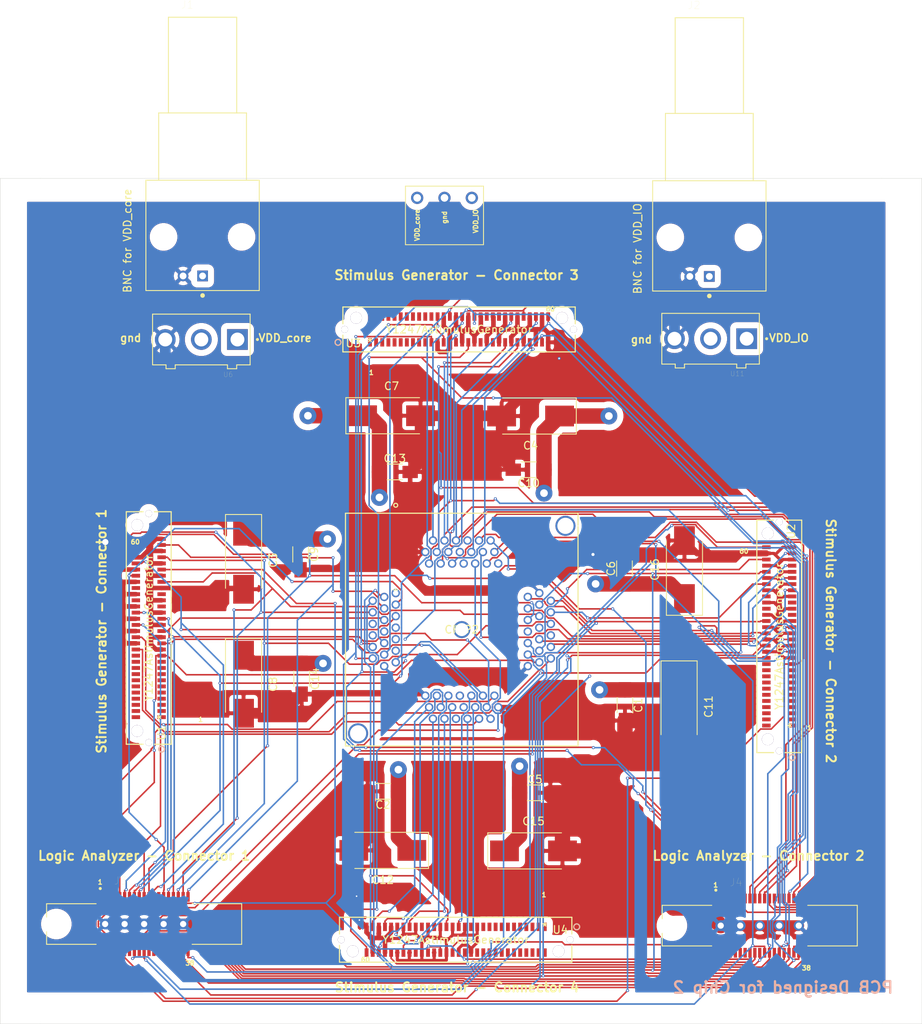
<source format=kicad_pcb>
(kicad_pcb (version 20171130) (host pcbnew "(5.1.6)-1")
  (layers (0 F.Cu signal) (1 In1.Cu power) (2 In2.Cu power) (31 B.Cu signal) (34 B.Paste user) (35 F.Paste user) (36 B.SilkS user) (37 F.SilkS user) (38 B.Mask user) (39 F.Mask user) (44 Edge.Cuts user))
  (net 0 "")
  (net 1 VDD_IO)
  (net 2 VSS_IO)
  (net 3 VDD_core)
  (net 4 "Net-(J1-Pad1)")
  (net 5 "Net-(J2-Pad1)")
  (net 6 "Net-(U1-Pad1)")
  (net 7 "Net-(U1-Pad2)")
  (net 8 "Net-(U1-Pad3)")
  (net 9 "Net-(U1-Pad4)")
  (net 10 "Net-(U1-Pad5)")
  (net 11 "Net-(U1-Pad6)")
  (net 12 "Net-(U1-Pad7)")
  (net 13 "Net-(U1-Pad8)")
  (net 14 "Net-(U1-Pad9)")
  (net 15 "Net-(U1-Pad10)")
  (net 16 "Net-(U1-Pad11)")
  (net 17 "Net-(U1-Pad12)")
  (net 18 "Net-(U1-Pad13)")
  (net 19 "Net-(U1-Pad14)")
  (net 20 "Net-(U1-Pad15)")
  (net 21 "Net-(U1-Pad16)")
  (net 22 "Net-(U1-Pad17)")
  (net 23 "Net-(U1-Pad18)")
  (net 24 "Net-(U1-Pad19)")
  (net 25 "Net-(U1-Pad20)")
  (net 26 io[5])
  (net 27 "Net-(U1-Pad22)")
  (net 28 io[6])
  (net 29 io[3])
  (net 30 io[4])
  (net 31 o[0])
  (net 32 io[0])
  (net 33 io[1])
  (net 34 io[2])
  (net 35 "Net-(U1-Pad37)")
  (net 36 "Net-(U1-Pad40)")
  (net 37 "Net-(U1-Pad41)")
  (net 38 "Net-(U1-Pad44)")
  (net 39 SO)
  (net 40 reset)
  (net 41 clk)
  (net 42 i[0])
  (net 43 SCLK)
  (net 44 scanEn)
  (net 45 testmode)
  (net 46 SI)
  (net 47 "Net-(U2-Pad1)")
  (net 48 "Net-(U2-Pad2)")
  (net 49 "Net-(U2-Pad3)")
  (net 50 "Net-(U2-Pad4)")
  (net 51 "Net-(U2-Pad5)")
  (net 52 "Net-(U2-Pad6)")
  (net 53 "Net-(U2-Pad7)")
  (net 54 "Net-(U2-Pad8)")
  (net 55 "Net-(U2-Pad9)")
  (net 56 "Net-(U2-Pad10)")
  (net 57 "Net-(U2-Pad11)")
  (net 58 "Net-(U2-Pad12)")
  (net 59 "Net-(U2-Pad13)")
  (net 60 "Net-(U2-Pad14)")
  (net 61 "Net-(U2-Pad15)")
  (net 62 "Net-(U2-Pad16)")
  (net 63 "Net-(U2-Pad17)")
  (net 64 "Net-(U2-Pad18)")
  (net 65 "Net-(U2-Pad19)")
  (net 66 "Net-(U2-Pad20)")
  (net 67 io[21])
  (net 68 "Net-(U2-Pad22)")
  (net 69 io[22])
  (net 70 io[19])
  (net 71 io[20])
  (net 72 io[15])
  (net 73 io[16])
  (net 74 io[17])
  (net 75 io[18])
  (net 76 "Net-(U2-Pad37)")
  (net 77 "Net-(U2-Pad40)")
  (net 78 "Net-(U2-Pad41)")
  (net 79 "Net-(U2-Pad44)")
  (net 80 io[11])
  (net 81 io[12])
  (net 82 io[13])
  (net 83 io[14])
  (net 84 io[9])
  (net 85 io[8])
  (net 86 io[7])
  (net 87 io[10])
  (net 88 io[26])
  (net 89 io[23])
  (net 90 io[24])
  (net 91 io[25])
  (net 92 io[30])
  (net 93 io[29])
  (net 94 io[28])
  (net 95 io[27])
  (net 96 "Net-(U3-Pad44)")
  (net 97 "Net-(U3-Pad41)")
  (net 98 "Net-(U3-Pad40)")
  (net 99 "Net-(U3-Pad37)")
  (net 100 o[3])
  (net 101 o[2])
  (net 102 o[1])
  (net 103 io[31])
  (net 104 o[5])
  (net 105 o[4])
  (net 106 o[7])
  (net 107 "Net-(U3-Pad22)")
  (net 108 o[6])
  (net 109 "Net-(U3-Pad20)")
  (net 110 "Net-(U3-Pad19)")
  (net 111 "Net-(U3-Pad18)")
  (net 112 "Net-(U3-Pad17)")
  (net 113 "Net-(U3-Pad16)")
  (net 114 "Net-(U3-Pad15)")
  (net 115 "Net-(U3-Pad14)")
  (net 116 "Net-(U3-Pad13)")
  (net 117 "Net-(U3-Pad12)")
  (net 118 "Net-(U3-Pad11)")
  (net 119 "Net-(U3-Pad10)")
  (net 120 "Net-(U3-Pad9)")
  (net 121 "Net-(U3-Pad8)")
  (net 122 "Net-(U3-Pad7)")
  (net 123 "Net-(U3-Pad6)")
  (net 124 "Net-(U3-Pad5)")
  (net 125 "Net-(U3-Pad4)")
  (net 126 "Net-(U3-Pad3)")
  (net 127 "Net-(U3-Pad2)")
  (net 128 "Net-(U3-Pad1)")
  (net 129 o[11])
  (net 130 o[8])
  (net 131 o[9])
  (net 132 o[10])
  (net 133 o[15])
  (net 134 o[14])
  (net 135 o[13])
  (net 136 o[12])
  (net 137 "Net-(U4-Pad44)")
  (net 138 "Net-(U4-Pad41)")
  (net 139 "Net-(U4-Pad40)")
  (net 140 "Net-(U4-Pad37)")
  (net 141 select[1])
  (net 142 select[0])
  (net 143 o[17])
  (net 144 o[16])
  (net 145 "Net-(U4-Pad28)")
  (net 146 "Net-(U4-Pad25)")
  (net 147 "Net-(U4-Pad24)")
  (net 148 "Net-(U4-Pad22)")
  (net 149 "Net-(U4-Pad21)")
  (net 150 "Net-(U4-Pad20)")
  (net 151 "Net-(U4-Pad19)")
  (net 152 "Net-(U4-Pad18)")
  (net 153 "Net-(U4-Pad17)")
  (net 154 "Net-(U4-Pad16)")
  (net 155 "Net-(U4-Pad15)")
  (net 156 "Net-(U4-Pad14)")
  (net 157 "Net-(U4-Pad13)")
  (net 158 "Net-(U4-Pad12)")
  (net 159 "Net-(U4-Pad11)")
  (net 160 "Net-(U4-Pad10)")
  (net 161 "Net-(U4-Pad9)")
  (net 162 "Net-(U4-Pad8)")
  (net 163 "Net-(U4-Pad7)")
  (net 164 "Net-(U4-Pad6)")
  (net 165 "Net-(U4-Pad5)")
  (net 166 "Net-(U4-Pad4)")
  (net 167 "Net-(U4-Pad3)")
  (net 168 "Net-(U4-Pad2)")
  (net 169 "Net-(U4-Pad1)")
  (net 170 "Net-(J3-Pad4)")
  (net 171 "Net-(J3-Pad3)")
  (net 172 "Net-(J3-Pad2)")
  (net 173 "Net-(J3-Pad1)")
  (net 174 "Net-(J4-Pad1)")
  (net 175 "Net-(J4-Pad2)")
  (net 176 "Net-(J4-Pad3)")
  (net 177 "Net-(J4-Pad4)")
  (net 178 "Net-(J4-Pad8)")
  (net 179 "Net-(J4-Pad10)")
  (net 180 "Net-(J4-Pad12)")
  (net 181 "Net-(J4-Pad14)")
  (module SW_MS12ANW03:SW_MS12ANW03 (layer F.Cu) (at 114.4 61 180)
    (fp_text reference U11 (at -3.483 -4.5464) (layer F.SilkS) (effects (font (size 0.64 0.64) (thickness 0.015))))
    (fp_text value 3pinSwitchCustom)
    (pad 3 thru_hole circle (at 4.7 0 180) (size 2.7 2.7) (drill 1.8) (layers *.Cu *.Mask) (net 2 VSS_IO))
    (pad 1 thru_hole rect (at -4.7 0 180) (size 2.7 2.7) (drill 1.8) (layers *.Cu *.Mask) (net 5 "Net-(J2-Pad1)"))
    (pad 2 thru_hole circle (at 0 0 180) (size 2.7 2.7) (drill 1.8) (layers *.Cu *.Mask) (net 1 VDD_IO))
  )
  (module SW_MS12ANW03:SW_MS12ANW03 (layer F.Cu) (at 48.1 61.1 180)
    (fp_text reference U6 (at -3.483 -4.5464) (layer F.SilkS) (effects (font (size 0.64 0.64) (thickness 0.015))))
    (fp_text value 3pinSwitchCustom)
    (pad 3 thru_hole circle (at 4.7 0 180) (size 2.7 2.7) (drill 1.8) (layers *.Cu *.Mask) (net 2 VSS_IO))
    (pad 1 thru_hole rect (at -4.7 0 180) (size 2.7 2.7) (drill 1.8) (layers *.Cu *.Mask) (net 4 "Net-(J1-Pad1)"))
    (pad 2 thru_hole circle (at 0 0 180) (size 2.7 2.7) (drill 1.8) (layers *.Cu *.Mask) (net 3 VDD_core))
  )
  (module U4164AlogicAnalyser:TE_5767007-8 (layer F.Cu) (at 120.8 137.36)
    (fp_text reference J4 (at -3.07605 -5.63694) (layer F.SilkS) (effects (font (size 1.000346 1.000346) (thickness 0.015))))
    (fp_text value 5767007-8)
    (pad 1 smd rect (at -5.715 -3.53) (size 0.43 1.27) (layers F.Cu F.Paste F.Mask) (net 174 "Net-(J4-Pad1)"))
    (pad 2 smd rect (at -5.715 3.53) (size 0.43 1.27) (layers F.Cu F.Paste F.Mask) (net 175 "Net-(J4-Pad2)"))
    (pad 3 smd rect (at -5.08 -3.53) (size 0.43 1.27) (layers F.Cu F.Paste F.Mask) (net 176 "Net-(J4-Pad3)"))
    (pad 4 smd rect (at -5.08 3.53) (size 0.43 1.27) (layers F.Cu F.Paste F.Mask) (net 177 "Net-(J4-Pad4)"))
    (pad 5 smd rect (at -4.445 -3.53) (size 0.43 1.27) (layers F.Cu F.Paste F.Mask) (net 41 clk))
    (pad 6 smd rect (at -4.445 3.53) (size 0.43 1.27) (layers F.Cu F.Paste F.Mask) (net 41 clk))
    (pad 7 smd rect (at -3.81 -3.53) (size 0.43 1.27) (layers F.Cu F.Paste F.Mask) (net 106 o[7]))
    (pad 8 smd rect (at -3.81 3.53) (size 0.43 1.27) (layers F.Cu F.Paste F.Mask) (net 178 "Net-(J4-Pad8)"))
    (pad 9 smd rect (at -3.175 -3.53) (size 0.43 1.27) (layers F.Cu F.Paste F.Mask) (net 108 o[6]))
    (pad 10 smd rect (at -3.175 3.53) (size 0.43 1.27) (layers F.Cu F.Paste F.Mask) (net 179 "Net-(J4-Pad10)"))
    (pad 11 smd rect (at -2.54 -3.53) (size 0.43 1.27) (layers F.Cu F.Paste F.Mask) (net 104 o[5]))
    (pad 12 smd rect (at -2.54 3.53) (size 0.43 1.27) (layers F.Cu F.Paste F.Mask) (net 180 "Net-(J4-Pad12)"))
    (pad 13 smd rect (at -1.905 -3.53) (size 0.43 1.27) (layers F.Cu F.Paste F.Mask) (net 105 o[4]))
    (pad 14 smd rect (at -1.905 3.53) (size 0.43 1.27) (layers F.Cu F.Paste F.Mask) (net 181 "Net-(J4-Pad14)"))
    (pad 15 smd rect (at -1.27 -3.53) (size 0.43 1.27) (layers F.Cu F.Paste F.Mask) (net 100 o[3]))
    (pad 16 smd rect (at -1.27 3.53) (size 0.43 1.27) (layers F.Cu F.Paste F.Mask) (net 141 select[1]))
    (pad 17 smd rect (at -0.635 -3.53) (size 0.43 1.27) (layers F.Cu F.Paste F.Mask) (net 101 o[2]))
    (pad 18 smd rect (at -0.635 3.53) (size 0.43 1.27) (layers F.Cu F.Paste F.Mask) (net 142 select[0]))
    (pad 19 smd rect (at 0 -3.53) (size 0.43 1.27) (layers F.Cu F.Paste F.Mask) (net 102 o[1]))
    (pad 20 smd rect (at 0 3.53) (size 0.43 1.27) (layers F.Cu F.Paste F.Mask) (net 74 io[17]))
    (pad 21 smd rect (at 0.635 -3.53) (size 0.43 1.27) (layers F.Cu F.Paste F.Mask) (net 103 io[31]))
    (pad 22 smd rect (at 0.635 3.53) (size 0.43 1.27) (layers F.Cu F.Paste F.Mask) (net 73 io[16]))
    (pad 23 smd rect (at 1.27 -3.53) (size 0.43 1.27) (layers F.Cu F.Paste F.Mask) (net 92 io[30]))
    (pad 24 smd rect (at 1.27 3.53) (size 0.43 1.27) (layers F.Cu F.Paste F.Mask) (net 72 io[15]))
    (pad 25 smd rect (at 1.905 -3.53) (size 0.43 1.27) (layers F.Cu F.Paste F.Mask) (net 93 io[29]))
    (pad 26 smd rect (at 1.905 3.53) (size 0.43 1.27) (layers F.Cu F.Paste F.Mask) (net 83 io[14]))
    (pad 27 smd rect (at 2.54 -3.53) (size 0.43 1.27) (layers F.Cu F.Paste F.Mask) (net 94 io[28]))
    (pad 28 smd rect (at 2.54 3.53) (size 0.43 1.27) (layers F.Cu F.Paste F.Mask) (net 82 io[13]))
    (pad 29 smd rect (at 3.175 -3.53) (size 0.43 1.27) (layers F.Cu F.Paste F.Mask) (net 95 io[27]))
    (pad 30 smd rect (at 3.175 3.53) (size 0.43 1.27) (layers F.Cu F.Paste F.Mask) (net 81 io[12]))
    (pad 31 smd rect (at 3.81 -3.53) (size 0.43 1.27) (layers F.Cu F.Paste F.Mask) (net 88 io[26]))
    (pad 32 smd rect (at 3.81 3.53) (size 0.43 1.27) (layers F.Cu F.Paste F.Mask) (net 80 io[11]))
    (pad 33 smd rect (at 4.445 -3.53) (size 0.43 1.27) (layers F.Cu F.Paste F.Mask) (net 91 io[25]))
    (pad 34 smd rect (at 4.445 3.53) (size 0.43 1.27) (layers F.Cu F.Paste F.Mask) (net 87 io[10]))
    (pad 35 smd rect (at 5.08 -3.53) (size 0.43 1.27) (layers F.Cu F.Paste F.Mask) (net 90 io[24]))
    (pad 36 smd rect (at 5.08 3.53) (size 0.43 1.27) (layers F.Cu F.Paste F.Mask) (net 84 io[9]))
    (pad 37 smd rect (at 5.715 -3.53) (size 0.43 1.27) (layers F.Cu F.Paste F.Mask) (net 89 io[23]))
    (pad 38 smd rect (at 5.715 3.53) (size 0.43 1.27) (layers F.Cu F.Paste F.Mask) (net 85 io[8]))
    (pad None np_thru_hole circle (at -11.43 0) (size 2.39 2.39) (drill 2.39) (layers *.Cu *.Mask))
    (pad S1 thru_hole circle (at -5.08 0) (size 1.318 1.318) (drill 0.81) (layers *.Cu *.Mask) (net 2 VSS_IO))
    (pad S2 thru_hole circle (at -2.54 0) (size 1.318 1.318) (drill 0.81) (layers *.Cu *.Mask) (net 2 VSS_IO))
    (pad S3 thru_hole circle (at 0 0) (size 1.318 1.318) (drill 0.81) (layers *.Cu *.Mask) (net 2 VSS_IO))
    (pad S4 thru_hole circle (at 2.54 0) (size 1.318 1.318) (drill 0.81) (layers *.Cu *.Mask) (net 2 VSS_IO))
    (pad S5 thru_hole circle (at 5.08 0) (size 1.318 1.318) (drill 0.81) (layers *.Cu *.Mask) (net 2 VSS_IO))
  )
  (module Capacitors_Tantalum_SMD:CP_Tantalum_Case-X_EIA-7343-43_Hand (layer F.Cu) (at 90.967 71.0565 180)
    (fp_text reference C4 (at 0 -3.85) (layer F.SilkS))
    (fp_text value 100uF)
    (pad 2 smd rect (at 3.775 0 180) (size 3.75 2.7) (layers F.Cu F.Paste F.Mask) (net 2 VSS_IO))
    (pad 1 smd rect (at -3.775 0 180) (size 3.75 2.7) (layers F.Cu F.Paste F.Mask) (net 1 VDD_IO))
  )
  (module Capacitors_Tantalum_SMD:CP_Tantalum_Case-X_EIA-7343-43_Hand (layer F.Cu) (at 72.863 71.0184)
    (fp_text reference C7 (at 0 -3.85) (layer F.SilkS))
    (fp_text value 100uF)
    (pad 2 smd rect (at 3.775 0) (size 3.75 2.7) (layers F.Cu F.Paste F.Mask) (net 2 VSS_IO))
    (pad 1 smd rect (at -3.775 0) (size 3.75 2.7) (layers F.Cu F.Paste F.Mask) (net 3 VDD_core))
  )
  (module Y1247AstimulusGenerator:ERF8-030-05.0-L-DV-L-TR (layer F.Cu) (at 70.0532 61.468 180)
    (fp_text reference U3 (at 2.159 -0.127) (layer F.SilkS))
    (fp_text value Y1247AstimulusGenerator (at -11.60145 1.6764) (layer F.SilkS))
    (fp_text user * (at 0 0) (layer F.SilkS))
    (pad 64 thru_hole circle (at 3.29565 1.6764 270) (size 0.889 0.889) (drill 0.889) (layers *.Cu *.Mask))
    (pad 63 thru_hole circle (at -26.49855 1.6764 270) (size 0.889 0.889) (drill 0.889) (layers *.Cu *.Mask))
    (pad 62 thru_hole circle (at 1.79705 3.175 270) (size 1.524 1.524) (drill 1.524) (layers *.Cu *.Mask))
    (pad 61 thru_hole circle (at -24.99995 3.175 270) (size 1.524 1.524) (drill 1.524) (layers *.Cu *.Mask))
    (pad 60 smd rect (at -23.2029 3.3528 180) (size 0.50038 1.0922) (layers F.Cu F.Paste F.Mask) (net 88 io[26]))
    (pad 59 smd rect (at -23.2029 0 180) (size 0.50038 1.0922) (layers F.Cu F.Paste F.Mask) (net 2 VSS_IO))
    (pad 58 smd rect (at -22.4028 3.3528 180) (size 0.50038 1.0922) (layers F.Cu F.Paste F.Mask) (net 2 VSS_IO))
    (pad 57 smd rect (at -22.4028 0 180) (size 0.50038 1.0922) (layers F.Cu F.Paste F.Mask) (net 89 io[23]))
    (pad 56 smd rect (at -21.6027 3.3528 180) (size 0.50038 1.0922) (layers F.Cu F.Paste F.Mask) (net 90 io[24]))
    (pad 55 smd rect (at -21.6027 0 180) (size 0.50038 1.0922) (layers F.Cu F.Paste F.Mask) (net 2 VSS_IO))
    (pad 54 smd rect (at -20.8026 3.3528 180) (size 0.50038 1.0922) (layers F.Cu F.Paste F.Mask) (net 2 VSS_IO))
    (pad 53 smd rect (at -20.8026 0 180) (size 0.50038 1.0922) (layers F.Cu F.Paste F.Mask) (net 91 io[25]))
    (pad 52 smd rect (at -20.0025 3.3528 180) (size 0.50038 1.0922) (layers F.Cu F.Paste F.Mask) (net 92 io[30]))
    (pad 51 smd rect (at -20.0025 0 180) (size 0.50038 1.0922) (layers F.Cu F.Paste F.Mask) (net 2 VSS_IO))
    (pad 50 smd rect (at -19.2024 3.3528 180) (size 0.50038 1.0922) (layers F.Cu F.Paste F.Mask) (net 2 VSS_IO))
    (pad 49 smd rect (at -19.2024 0 180) (size 0.50038 1.0922) (layers F.Cu F.Paste F.Mask) (net 93 io[29]))
    (pad 48 smd rect (at -18.4023 3.3528 180) (size 0.50038 1.0922) (layers F.Cu F.Paste F.Mask) (net 94 io[28]))
    (pad 47 smd rect (at -18.4023 0 180) (size 0.50038 1.0922) (layers F.Cu F.Paste F.Mask) (net 2 VSS_IO))
    (pad 46 smd rect (at -17.6022 3.3528 180) (size 0.50038 1.0922) (layers F.Cu F.Paste F.Mask) (net 2 VSS_IO))
    (pad 45 smd rect (at -17.6022 0 180) (size 0.50038 1.0922) (layers F.Cu F.Paste F.Mask) (net 95 io[27]))
    (pad 44 smd rect (at -16.8021 3.3528 180) (size 0.50038 1.0922) (layers F.Cu F.Paste F.Mask) (net 96 "Net-(U3-Pad44)"))
    (pad 43 smd rect (at -16.8021 0 180) (size 0.50038 1.0922) (layers F.Cu F.Paste F.Mask) (net 2 VSS_IO))
    (pad 42 smd rect (at -16.002 3.3528 180) (size 0.50038 1.0922) (layers F.Cu F.Paste F.Mask) (net 2 VSS_IO))
    (pad 41 smd rect (at -16.002 0 180) (size 0.50038 1.0922) (layers F.Cu F.Paste F.Mask) (net 97 "Net-(U3-Pad41)"))
    (pad 40 smd rect (at -15.2019 3.3528 180) (size 0.50038 1.0922) (layers F.Cu F.Paste F.Mask) (net 98 "Net-(U3-Pad40)"))
    (pad 39 smd rect (at -15.2019 0 180) (size 0.50038 1.0922) (layers F.Cu F.Paste F.Mask) (net 2 VSS_IO))
    (pad 38 smd rect (at -14.4018 3.3528 180) (size 0.50038 1.0922) (layers F.Cu F.Paste F.Mask) (net 2 VSS_IO))
    (pad 37 smd rect (at -14.4018 0 180) (size 0.50038 1.0922) (layers F.Cu F.Paste F.Mask) (net 99 "Net-(U3-Pad37)"))
    (pad 36 smd rect (at -13.6017 3.3528 180) (size 0.50038 1.0922) (layers F.Cu F.Paste F.Mask) (net 100 o[3]))
    (pad 35 smd rect (at -13.6017 0 180) (size 0.50038 1.0922) (layers F.Cu F.Paste F.Mask) (net 2 VSS_IO))
    (pad 34 smd rect (at -12.8016 3.3528 180) (size 0.50038 1.0922) (layers F.Cu F.Paste F.Mask) (net 2 VSS_IO))
    (pad 33 smd rect (at -12.8016 0 180) (size 0.50038 1.0922) (layers F.Cu F.Paste F.Mask) (net 101 o[2]))
    (pad 32 smd rect (at -12.0015 3.3528 180) (size 0.50038 1.0922) (layers F.Cu F.Paste F.Mask) (net 102 o[1]))
    (pad 31 smd rect (at -12.0015 0 180) (size 0.50038 1.0922) (layers F.Cu F.Paste F.Mask) (net 2 VSS_IO))
    (pad 30 smd rect (at -11.2014 3.3528 180) (size 0.50038 1.0922) (layers F.Cu F.Paste F.Mask) (net 2 VSS_IO))
    (pad 29 smd rect (at -11.2014 0 180) (size 0.50038 1.0922) (layers F.Cu F.Paste F.Mask) (net 103 io[31]))
    (pad 28 smd rect (at -10.4013 3.3528 180) (size 0.50038 1.0922) (layers F.Cu F.Paste F.Mask) (net 104 o[5]))
    (pad 27 smd rect (at -10.4013 0 180) (size 0.50038 1.0922) (layers F.Cu F.Paste F.Mask) (net 2 VSS_IO))
    (pad 26 smd rect (at -9.6012 3.3528 180) (size 0.50038 1.0922) (layers F.Cu F.Paste F.Mask) (net 2 VSS_IO))
    (pad 25 smd rect (at -9.6012 0 180) (size 0.50038 1.0922) (layers F.Cu F.Paste F.Mask) (net 105 o[4]))
    (pad 24 smd rect (at -8.8011 3.3528 180) (size 0.50038 1.0922) (layers F.Cu F.Paste F.Mask) (net 106 o[7]))
    (pad 23 smd rect (at -8.8011 0 180) (size 0.50038 1.0922) (layers F.Cu F.Paste F.Mask) (net 2 VSS_IO))
    (pad 22 smd rect (at -8.001 3.3528 180) (size 0.50038 1.0922) (layers F.Cu F.Paste F.Mask) (net 107 "Net-(U3-Pad22)"))
    (pad 21 smd rect (at -8.001 0 180) (size 0.50038 1.0922) (layers F.Cu F.Paste F.Mask) (net 108 o[6]))
    (pad 20 smd rect (at -7.2009 3.3528 180) (size 0.50038 1.0922) (layers F.Cu F.Paste F.Mask) (net 109 "Net-(U3-Pad20)"))
    (pad 19 smd rect (at -7.2009 0 180) (size 0.50038 1.0922) (layers F.Cu F.Paste F.Mask) (net 110 "Net-(U3-Pad19)"))
    (pad 18 smd rect (at -6.4008 3.3528 180) (size 0.50038 1.0922) (layers F.Cu F.Paste F.Mask) (net 111 "Net-(U3-Pad18)"))
    (pad 17 smd rect (at -6.4008 0 180) (size 0.50038 1.0922) (layers F.Cu F.Paste F.Mask) (net 112 "Net-(U3-Pad17)"))
    (pad 16 smd rect (at -5.6007 3.3528 180) (size 0.50038 1.0922) (layers F.Cu F.Paste F.Mask) (net 113 "Net-(U3-Pad16)"))
    (pad 15 smd rect (at -5.6007 0 180) (size 0.50038 1.0922) (layers F.Cu F.Paste F.Mask) (net 114 "Net-(U3-Pad15)"))
    (pad 14 smd rect (at -4.8006 3.3528 180) (size 0.50038 1.0922) (layers F.Cu F.Paste F.Mask) (net 115 "Net-(U3-Pad14)"))
    (pad 13 smd rect (at -4.8006 0 180) (size 0.50038 1.0922) (layers F.Cu F.Paste F.Mask) (net 116 "Net-(U3-Pad13)"))
    (pad 12 smd rect (at -4.0005 3.3528 180) (size 0.50038 1.0922) (layers F.Cu F.Paste F.Mask) (net 117 "Net-(U3-Pad12)"))
    (pad 11 smd rect (at -4.0005 0 180) (size 0.50038 1.0922) (layers F.Cu F.Paste F.Mask) (net 118 "Net-(U3-Pad11)"))
    (pad 10 smd rect (at -3.2004 3.3528 180) (size 0.50038 1.0922) (layers F.Cu F.Paste F.Mask) (net 119 "Net-(U3-Pad10)"))
    (pad 9 smd rect (at -3.2004 0 180) (size 0.50038 1.0922) (layers F.Cu F.Paste F.Mask) (net 120 "Net-(U3-Pad9)"))
    (pad 8 smd rect (at -2.4003 3.3528 180) (size 0.50038 1.0922) (layers F.Cu F.Paste F.Mask) (net 121 "Net-(U3-Pad8)"))
    (pad 7 smd rect (at -2.4003 0 180) (size 0.50038 1.0922) (layers F.Cu F.Paste F.Mask) (net 122 "Net-(U3-Pad7)"))
    (pad 6 smd rect (at -1.6002 3.3528 180) (size 0.50038 1.0922) (layers F.Cu F.Paste F.Mask) (net 123 "Net-(U3-Pad6)"))
    (pad 5 smd rect (at -1.6002 0 180) (size 0.50038 1.0922) (layers F.Cu F.Paste F.Mask) (net 124 "Net-(U3-Pad5)"))
    (pad 4 smd rect (at -0.8001 3.3528 180) (size 0.50038 1.0922) (layers F.Cu F.Paste F.Mask) (net 125 "Net-(U3-Pad4)"))
    (pad 3 smd rect (at -0.8001 0 180) (size 0.50038 1.0922) (layers F.Cu F.Paste F.Mask) (net 126 "Net-(U3-Pad3)"))
    (pad 2 smd rect (at 0 3.3528 180) (size 0.50038 1.0922) (layers F.Cu F.Paste F.Mask) (net 127 "Net-(U3-Pad2)"))
    (pad 1 smd rect (at 0 0 180) (size 0.50038 1.0922) (layers F.Cu F.Paste F.Mask) (net 128 "Net-(U3-Pad1)"))
  )
  (module Y1247AstimulusGenerator:ERF8-030-05.0-L-DV-L-TR (layer F.Cu) (at 125.019 111.328 270)
    (fp_text reference U2 (at -25.273 0.127 90) (layer F.SilkS))
    (fp_text value Y1247AstimulusGenerator (at -11.60145 1.6764 90) (layer F.SilkS))
    (fp_text user * (at 0 0 90) (layer F.SilkS))
    (pad 1 smd rect (at 0 0 270) (size 0.50038 1.0922) (layers F.Cu F.Paste F.Mask) (net 47 "Net-(U2-Pad1)"))
    (pad 2 smd rect (at 0 3.3528 270) (size 0.50038 1.0922) (layers F.Cu F.Paste F.Mask) (net 48 "Net-(U2-Pad2)"))
    (pad 3 smd rect (at -0.8001 0 270) (size 0.50038 1.0922) (layers F.Cu F.Paste F.Mask) (net 49 "Net-(U2-Pad3)"))
    (pad 4 smd rect (at -0.8001 3.3528 270) (size 0.50038 1.0922) (layers F.Cu F.Paste F.Mask) (net 50 "Net-(U2-Pad4)"))
    (pad 5 smd rect (at -1.6002 0 270) (size 0.50038 1.0922) (layers F.Cu F.Paste F.Mask) (net 51 "Net-(U2-Pad5)"))
    (pad 6 smd rect (at -1.6002 3.3528 270) (size 0.50038 1.0922) (layers F.Cu F.Paste F.Mask) (net 52 "Net-(U2-Pad6)"))
    (pad 7 smd rect (at -2.4003 0 270) (size 0.50038 1.0922) (layers F.Cu F.Paste F.Mask) (net 53 "Net-(U2-Pad7)"))
    (pad 8 smd rect (at -2.4003 3.3528 270) (size 0.50038 1.0922) (layers F.Cu F.Paste F.Mask) (net 54 "Net-(U2-Pad8)"))
    (pad 9 smd rect (at -3.2004 0 270) (size 0.50038 1.0922) (layers F.Cu F.Paste F.Mask) (net 55 "Net-(U2-Pad9)"))
    (pad 10 smd rect (at -3.2004 3.3528 270) (size 0.50038 1.0922) (layers F.Cu F.Paste F.Mask) (net 56 "Net-(U2-Pad10)"))
    (pad 11 smd rect (at -4.0005 0 270) (size 0.50038 1.0922) (layers F.Cu F.Paste F.Mask) (net 57 "Net-(U2-Pad11)"))
    (pad 12 smd rect (at -4.0005 3.3528 270) (size 0.50038 1.0922) (layers F.Cu F.Paste F.Mask) (net 58 "Net-(U2-Pad12)"))
    (pad 13 smd rect (at -4.8006 0 270) (size 0.50038 1.0922) (layers F.Cu F.Paste F.Mask) (net 59 "Net-(U2-Pad13)"))
    (pad 14 smd rect (at -4.8006 3.3528 270) (size 0.50038 1.0922) (layers F.Cu F.Paste F.Mask) (net 60 "Net-(U2-Pad14)"))
    (pad 15 smd rect (at -5.6007 0 270) (size 0.50038 1.0922) (layers F.Cu F.Paste F.Mask) (net 61 "Net-(U2-Pad15)"))
    (pad 16 smd rect (at -5.6007 3.3528 270) (size 0.50038 1.0922) (layers F.Cu F.Paste F.Mask) (net 62 "Net-(U2-Pad16)"))
    (pad 17 smd rect (at -6.4008 0 270) (size 0.50038 1.0922) (layers F.Cu F.Paste F.Mask) (net 63 "Net-(U2-Pad17)"))
    (pad 18 smd rect (at -6.4008 3.3528 270) (size 0.50038 1.0922) (layers F.Cu F.Paste F.Mask) (net 64 "Net-(U2-Pad18)"))
    (pad 19 smd rect (at -7.2009 0 270) (size 0.50038 1.0922) (layers F.Cu F.Paste F.Mask) (net 65 "Net-(U2-Pad19)"))
    (pad 20 smd rect (at -7.2009 3.3528 270) (size 0.50038 1.0922) (layers F.Cu F.Paste F.Mask) (net 66 "Net-(U2-Pad20)"))
    (pad 21 smd rect (at -8.001 0 270) (size 0.50038 1.0922) (layers F.Cu F.Paste F.Mask) (net 67 io[21]))
    (pad 22 smd rect (at -8.001 3.3528 270) (size 0.50038 1.0922) (layers F.Cu F.Paste F.Mask) (net 68 "Net-(U2-Pad22)"))
    (pad 23 smd rect (at -8.8011 0 270) (size 0.50038 1.0922) (layers F.Cu F.Paste F.Mask) (net 2 VSS_IO))
    (pad 24 smd rect (at -8.8011 3.3528 270) (size 0.50038 1.0922) (layers F.Cu F.Paste F.Mask) (net 69 io[22]))
    (pad 25 smd rect (at -9.6012 0 270) (size 0.50038 1.0922) (layers F.Cu F.Paste F.Mask) (net 70 io[19]))
    (pad 26 smd rect (at -9.6012 3.3528 270) (size 0.50038 1.0922) (layers F.Cu F.Paste F.Mask) (net 2 VSS_IO))
    (pad 27 smd rect (at -10.4013 0 270) (size 0.50038 1.0922) (layers F.Cu F.Paste F.Mask) (net 2 VSS_IO))
    (pad 28 smd rect (at -10.4013 3.3528 270) (size 0.50038 1.0922) (layers F.Cu F.Paste F.Mask) (net 71 io[20]))
    (pad 29 smd rect (at -11.2014 0 270) (size 0.50038 1.0922) (layers F.Cu F.Paste F.Mask) (net 72 io[15]))
    (pad 30 smd rect (at -11.2014 3.3528 270) (size 0.50038 1.0922) (layers F.Cu F.Paste F.Mask) (net 2 VSS_IO))
    (pad 31 smd rect (at -12.0015 0 270) (size 0.50038 1.0922) (layers F.Cu F.Paste F.Mask) (net 2 VSS_IO))
    (pad 32 smd rect (at -12.0015 3.3528 270) (size 0.50038 1.0922) (layers F.Cu F.Paste F.Mask) (net 73 io[16]))
    (pad 33 smd rect (at -12.8016 0 270) (size 0.50038 1.0922) (layers F.Cu F.Paste F.Mask) (net 74 io[17]))
    (pad 34 smd rect (at -12.8016 3.3528 270) (size 0.50038 1.0922) (layers F.Cu F.Paste F.Mask) (net 2 VSS_IO))
    (pad 35 smd rect (at -13.6017 0 270) (size 0.50038 1.0922) (layers F.Cu F.Paste F.Mask) (net 2 VSS_IO))
    (pad 36 smd rect (at -13.6017 3.3528 270) (size 0.50038 1.0922) (layers F.Cu F.Paste F.Mask) (net 75 io[18]))
    (pad 37 smd rect (at -14.4018 0 270) (size 0.50038 1.0922) (layers F.Cu F.Paste F.Mask) (net 76 "Net-(U2-Pad37)"))
    (pad 38 smd rect (at -14.4018 3.3528 270) (size 0.50038 1.0922) (layers F.Cu F.Paste F.Mask) (net 2 VSS_IO))
    (pad 39 smd rect (at -15.2019 0 270) (size 0.50038 1.0922) (layers F.Cu F.Paste F.Mask) (net 2 VSS_IO))
    (pad 40 smd rect (at -15.2019 3.3528 270) (size 0.50038 1.0922) (layers F.Cu F.Paste F.Mask) (net 77 "Net-(U2-Pad40)"))
    (pad 41 smd rect (at -16.002 0 270) (size 0.50038 1.0922) (layers F.Cu F.Paste F.Mask) (net 78 "Net-(U2-Pad41)"))
    (pad 42 smd rect (at -16.002 3.3528 270) (size 0.50038 1.0922) (layers F.Cu F.Paste F.Mask) (net 2 VSS_IO))
    (pad 43 smd rect (at -16.8021 0 270) (size 0.50038 1.0922) (layers F.Cu F.Paste F.Mask) (net 2 VSS_IO))
    (pad 44 smd rect (at -16.8021 3.3528 270) (size 0.50038 1.0922) (layers F.Cu F.Paste F.Mask) (net 79 "Net-(U2-Pad44)"))
    (pad 45 smd rect (at -17.6022 0 270) (size 0.50038 1.0922) (layers F.Cu F.Paste F.Mask) (net 80 io[11]))
    (pad 46 smd rect (at -17.6022 3.3528 270) (size 0.50038 1.0922) (layers F.Cu F.Paste F.Mask) (net 2 VSS_IO))
    (pad 47 smd rect (at -18.4023 0 270) (size 0.50038 1.0922) (layers F.Cu F.Paste F.Mask) (net 2 VSS_IO))
    (pad 48 smd rect (at -18.4023 3.3528 270) (size 0.50038 1.0922) (layers F.Cu F.Paste F.Mask) (net 81 io[12]))
    (pad 49 smd rect (at -19.2024 0 270) (size 0.50038 1.0922) (layers F.Cu F.Paste F.Mask) (net 82 io[13]))
    (pad 50 smd rect (at -19.2024 3.3528 270) (size 0.50038 1.0922) (layers F.Cu F.Paste F.Mask) (net 2 VSS_IO))
    (pad 51 smd rect (at -20.0025 0 270) (size 0.50038 1.0922) (layers F.Cu F.Paste F.Mask) (net 2 VSS_IO))
    (pad 52 smd rect (at -20.0025 3.3528 270) (size 0.50038 1.0922) (layers F.Cu F.Paste F.Mask) (net 83 io[14]))
    (pad 53 smd rect (at -20.8026 0 270) (size 0.50038 1.0922) (layers F.Cu F.Paste F.Mask) (net 84 io[9]))
    (pad 54 smd rect (at -20.8026 3.3528 270) (size 0.50038 1.0922) (layers F.Cu F.Paste F.Mask) (net 2 VSS_IO))
    (pad 55 smd rect (at -21.6027 0 270) (size 0.50038 1.0922) (layers F.Cu F.Paste F.Mask) (net 2 VSS_IO))
    (pad 56 smd rect (at -21.6027 3.3528 270) (size 0.50038 1.0922) (layers F.Cu F.Paste F.Mask) (net 85 io[8]))
    (pad 57 smd rect (at -22.4028 0 270) (size 0.50038 1.0922) (layers F.Cu F.Paste F.Mask) (net 86 io[7]))
    (pad 58 smd rect (at -22.4028 3.3528 270) (size 0.50038 1.0922) (layers F.Cu F.Paste F.Mask) (net 2 VSS_IO))
    (pad 59 smd rect (at -23.2029 0 270) (size 0.50038 1.0922) (layers F.Cu F.Paste F.Mask) (net 2 VSS_IO))
    (pad 60 smd rect (at -23.2029 3.3528 270) (size 0.50038 1.0922) (layers F.Cu F.Paste F.Mask) (net 87 io[10]))
    (pad 61 thru_hole circle (at -24.99995 3.175) (size 1.524 1.524) (drill 1.524) (layers *.Cu *.Mask))
    (pad 62 thru_hole circle (at 1.79705 3.175) (size 1.524 1.524) (drill 1.524) (layers *.Cu *.Mask))
    (pad 63 thru_hole circle (at -26.49855 1.6764) (size 0.889 0.889) (drill 0.889) (layers *.Cu *.Mask))
    (pad 64 thru_hole circle (at 3.29565 1.6764) (size 0.889 0.889) (drill 0.889) (layers *.Cu *.Mask))
  )
  (module Capacitors_SMD:C_1206_HandSoldering (layer F.Cu) (at 103.251 108.68 270)
    (fp_text reference C1 (at 0 -1.75 90) (layer F.SilkS))
    (fp_text value 10uF)
    (pad 1 smd rect (at -2 0 270) (size 2 1.6) (layers F.Cu F.Paste F.Mask) (net 1 VDD_IO))
    (pad 2 smd rect (at 2 0 270) (size 2 1.6) (layers F.Cu F.Paste F.Mask) (net 2 VSS_IO))
  )
  (module Capacitors_SMD:C_1206_HandSoldering (layer F.Cu) (at 71.755 119.888 180)
    (fp_text reference C2 (at 0 -1.75) (layer F.SilkS))
    (fp_text value 10uF)
    (pad 1 smd rect (at -2 0 180) (size 2 1.6) (layers F.Cu F.Paste F.Mask) (net 1 VDD_IO))
    (pad 2 smd rect (at 2 0 180) (size 2 1.6) (layers F.Cu F.Paste F.Mask) (net 2 VSS_IO))
  )
  (module Capacitors_Tantalum_SMD:CP_Tantalum_Case-X_EIA-7343-43_Hand (layer F.Cu) (at 53.594 89.8175 270)
    (fp_text reference C3 (at 0 -3.85 270) (layer F.SilkS))
    (fp_text value 100uF)
    (pad 1 smd rect (at -3.775 0 270) (size 3.75 2.7) (layers F.Cu F.Paste F.Mask) (net 1 VDD_IO))
    (pad 2 smd rect (at 3.775 0 270) (size 3.75 2.7) (layers F.Cu F.Paste F.Mask) (net 2 VSS_IO))
  )
  (module Capacitors_SMD:C_1206_HandSoldering (layer F.Cu) (at 91.5355 120.078)
    (fp_text reference C5 (at 0 -1.75) (layer F.SilkS))
    (fp_text value 10uF)
    (pad 2 smd rect (at 2 0) (size 2 1.6) (layers F.Cu F.Paste F.Mask) (net 2 VSS_IO))
    (pad 1 smd rect (at -2 0) (size 2 1.6) (layers F.Cu F.Paste F.Mask) (net 3 VDD_core))
  )
  (module Capacitors_SMD:C_1206_HandSoldering (layer F.Cu) (at 103.188 90.9 90)
    (fp_text reference C6 (at 0 -1.75 90) (layer F.SilkS))
    (fp_text value 10uF)
    (pad 2 smd rect (at 2 0 90) (size 2 1.6) (layers F.Cu F.Paste F.Mask) (net 2 VSS_IO))
    (pad 1 smd rect (at -2 0 90) (size 2 1.6) (layers F.Cu F.Paste F.Mask) (net 3 VDD_core))
  )
  (module Capacitors_Tantalum_SMD:CP_Tantalum_Case-X_EIA-7343-43_Hand (layer F.Cu) (at 53.594 105.954 270)
    (fp_text reference C8 (at 0 -3.85 90) (layer F.SilkS))
    (fp_text value 100uF)
    (pad 1 smd rect (at -3.775 0 270) (size 3.75 2.7) (layers F.Cu F.Paste F.Mask) (net 3 VDD_core))
    (pad 2 smd rect (at 3.775 0 270) (size 3.75 2.7) (layers F.Cu F.Paste F.Mask) (net 2 VSS_IO))
  )
  (module Capacitors_SMD:C_1206_HandSoldering (layer F.Cu) (at 61.0235 89.0585 270)
    (fp_text reference C9 (at 0 -1.75 90) (layer F.SilkS))
    (fp_text value 10uF)
    (pad 2 smd rect (at 2 0 270) (size 2 1.6) (layers F.Cu F.Paste F.Mask) (net 2 VSS_IO))
    (pad 1 smd rect (at -2 0 270) (size 2 1.6) (layers F.Cu F.Paste F.Mask) (net 1 VDD_IO))
  )
  (module Capacitors_SMD:C_1206_HandSoldering (layer F.Cu) (at 90.71 78.0415 180)
    (fp_text reference C10 (at 0 -1.75) (layer F.SilkS))
    (fp_text value 10uF)
    (pad 1 smd rect (at -2 0 180) (size 2 1.6) (layers F.Cu F.Paste F.Mask) (net 1 VDD_IO))
    (pad 2 smd rect (at 2 0 180) (size 2 1.6) (layers F.Cu F.Paste F.Mask) (net 2 VSS_IO))
  )
  (module Capacitors_Tantalum_SMD:CP_Tantalum_Case-X_EIA-7343-43_Hand (layer F.Cu) (at 110.3 108.868 270)
    (fp_text reference C11 (at 0 -3.85 90) (layer F.SilkS))
    (fp_text value 100uF)
    (pad 1 smd rect (at -3.775 0 270) (size 3.75 2.7) (layers F.Cu F.Paste F.Mask) (net 1 VDD_IO))
    (pad 2 smd rect (at 3.775 0 270) (size 3.75 2.7) (layers F.Cu F.Paste F.Mask) (net 2 VSS_IO))
  )
  (module Capacitors_Tantalum_SMD:CP_Tantalum_Case-X_EIA-7343-43_Hand (layer F.Cu) (at 71.7265 127.572 180)
    (fp_text reference C12 (at 0 -3.85) (layer F.SilkS))
    (fp_text value 100uF)
    (pad 2 smd rect (at 3.775 0 180) (size 3.75 2.7) (layers F.Cu F.Paste F.Mask) (net 2 VSS_IO))
    (pad 1 smd rect (at -3.775 0 180) (size 3.75 2.7) (layers F.Cu F.Paste F.Mask) (net 1 VDD_IO))
  )
  (module Capacitors_Tantalum_SMD:CP_Tantalum_Case-X_EIA-7343-43_Hand (layer F.Cu) (at 91.3415 127.635)
    (fp_text reference C15 (at 0 -3.85) (layer F.SilkS))
    (fp_text value 100uF)
    (pad 1 smd rect (at -3.775 0) (size 3.75 2.7) (layers F.Cu F.Paste F.Mask) (net 3 VDD_core))
    (pad 2 smd rect (at 3.775 0) (size 3.75 2.7) (layers F.Cu F.Paste F.Mask) (net 2 VSS_IO))
  )
  (module Capacitors_Tantalum_SMD:CP_Tantalum_Case-X_EIA-7343-43_Hand (layer F.Cu) (at 110.998 91.0305 90)
    (fp_text reference C16 (at 0 -3.85 90) (layer F.SilkS))
    (fp_text value 100uF)
    (pad 1 smd rect (at -3.775 0 90) (size 3.75 2.7) (layers F.Cu F.Paste F.Mask) (net 3 VDD_core))
    (pad 2 smd rect (at 3.775 0 90) (size 3.75 2.7) (layers F.Cu F.Paste F.Mask) (net 2 VSS_IO))
  )
  (module bnc_connector:TE_227161-1 (layer F.Cu) (at 48.26 52.832)
    (fp_text reference J1 (at -1.987005 -35.290745) (layer F.SilkS) (effects (font (size 1.001016 1.001016) (thickness 0.015))))
    (fp_text value Conn_Coaxial)
    (pad 2 thru_hole circle (at -2.54 0) (size 1.398 1.398) (drill 0.89) (layers *.Cu *.Mask) (net 2 VSS_IO))
    (pad 1 thru_hole rect (at 0 0) (size 1.398 1.398) (drill 0.89) (layers *.Cu *.Mask) (net 4 "Net-(J1-Pad1)"))
    (pad None np_thru_hole circle (at 5.08 -5.08) (size 2.01 2.01) (drill 2.01) (layers *.Cu *.Mask))
    (pad None np_thru_hole circle (at -5.08 -5.08) (size 2.01 2.01) (drill 2.01) (layers *.Cu *.Mask))
  )
  (module bnc_connector:TE_227161-1 (layer F.Cu) (at 114.236 52.8955)
    (fp_text reference J2 (at -1.987005 -35.290745) (layer F.SilkS) (effects (font (size 1.001016 1.001016) (thickness 0.015))))
    (fp_text value Conn_Coaxial)
    (pad None np_thru_hole circle (at -5.08 -5.08) (size 2.01 2.01) (drill 2.01) (layers *.Cu *.Mask))
    (pad None np_thru_hole circle (at 5.08 -5.08) (size 2.01 2.01) (drill 2.01) (layers *.Cu *.Mask))
    (pad 1 thru_hole rect (at 0 0) (size 1.398 1.398) (drill 0.89) (layers *.Cu *.Mask) (net 5 "Net-(J2-Pad1)"))
    (pad 2 thru_hole circle (at -2.54 0) (size 1.398 1.398) (drill 0.89) (layers *.Cu *.Mask) (net 2 VSS_IO))
  )
  (module Y1247AstimulusGenerator:ERF8-030-05.0-L-DV-L-TR (layer F.Cu) (at 42.926 110.236 270)
    (fp_text reference U1 (at 2.032 0 90) (layer F.SilkS))
    (fp_text value Y1247AstimulusGenerator (at -11.60145 1.6764 90) (layer F.SilkS))
    (fp_text user * (at 0 0 90) (layer F.SilkS))
    (pad 1 smd rect (at 0 0 270) (size 0.50038 1.0922) (layers F.Cu F.Paste F.Mask) (net 6 "Net-(U1-Pad1)"))
    (pad 2 smd rect (at 0 3.3528 270) (size 0.50038 1.0922) (layers F.Cu F.Paste F.Mask) (net 7 "Net-(U1-Pad2)"))
    (pad 3 smd rect (at -0.8001 0 270) (size 0.50038 1.0922) (layers F.Cu F.Paste F.Mask) (net 8 "Net-(U1-Pad3)"))
    (pad 4 smd rect (at -0.8001 3.3528 270) (size 0.50038 1.0922) (layers F.Cu F.Paste F.Mask) (net 9 "Net-(U1-Pad4)"))
    (pad 5 smd rect (at -1.6002 0 270) (size 0.50038 1.0922) (layers F.Cu F.Paste F.Mask) (net 10 "Net-(U1-Pad5)"))
    (pad 6 smd rect (at -1.6002 3.3528 270) (size 0.50038 1.0922) (layers F.Cu F.Paste F.Mask) (net 11 "Net-(U1-Pad6)"))
    (pad 7 smd rect (at -2.4003 0 270) (size 0.50038 1.0922) (layers F.Cu F.Paste F.Mask) (net 12 "Net-(U1-Pad7)"))
    (pad 8 smd rect (at -2.4003 3.3528 270) (size 0.50038 1.0922) (layers F.Cu F.Paste F.Mask) (net 13 "Net-(U1-Pad8)"))
    (pad 9 smd rect (at -3.2004 0 270) (size 0.50038 1.0922) (layers F.Cu F.Paste F.Mask) (net 14 "Net-(U1-Pad9)"))
    (pad 10 smd rect (at -3.2004 3.3528 270) (size 0.50038 1.0922) (layers F.Cu F.Paste F.Mask) (net 15 "Net-(U1-Pad10)"))
    (pad 11 smd rect (at -4.0005 0 270) (size 0.50038 1.0922) (layers F.Cu F.Paste F.Mask) (net 16 "Net-(U1-Pad11)"))
    (pad 12 smd rect (at -4.0005 3.3528 270) (size 0.50038 1.0922) (layers F.Cu F.Paste F.Mask) (net 17 "Net-(U1-Pad12)"))
    (pad 13 smd rect (at -4.8006 0 270) (size 0.50038 1.0922) (layers F.Cu F.Paste F.Mask) (net 18 "Net-(U1-Pad13)"))
    (pad 14 smd rect (at -4.8006 3.3528 270) (size 0.50038 1.0922) (layers F.Cu F.Paste F.Mask) (net 19 "Net-(U1-Pad14)"))
    (pad 15 smd rect (at -5.6007 0 270) (size 0.50038 1.0922) (layers F.Cu F.Paste F.Mask) (net 20 "Net-(U1-Pad15)"))
    (pad 16 smd rect (at -5.6007 3.3528 270) (size 0.50038 1.0922) (layers F.Cu F.Paste F.Mask) (net 21 "Net-(U1-Pad16)"))
    (pad 17 smd rect (at -6.4008 0 270) (size 0.50038 1.0922) (layers F.Cu F.Paste F.Mask) (net 22 "Net-(U1-Pad17)"))
    (pad 18 smd rect (at -6.4008 3.3528 270) (size 0.50038 1.0922) (layers F.Cu F.Paste F.Mask) (net 23 "Net-(U1-Pad18)"))
    (pad 19 smd rect (at -7.2009 0 270) (size 0.50038 1.0922) (layers F.Cu F.Paste F.Mask) (net 24 "Net-(U1-Pad19)"))
    (pad 20 smd rect (at -7.2009 3.3528 270) (size 0.50038 1.0922) (layers F.Cu F.Paste F.Mask) (net 25 "Net-(U1-Pad20)"))
    (pad 21 smd rect (at -8.001 0 270) (size 0.50038 1.0922) (layers F.Cu F.Paste F.Mask) (net 26 io[5]))
    (pad 22 smd rect (at -8.001 3.3528 270) (size 0.50038 1.0922) (layers F.Cu F.Paste F.Mask) (net 27 "Net-(U1-Pad22)"))
    (pad 23 smd rect (at -8.8011 0 270) (size 0.50038 1.0922) (layers F.Cu F.Paste F.Mask) (net 2 VSS_IO))
    (pad 24 smd rect (at -8.8011 3.3528 270) (size 0.50038 1.0922) (layers F.Cu F.Paste F.Mask) (net 28 io[6]))
    (pad 25 smd rect (at -9.6012 0 270) (size 0.50038 1.0922) (layers F.Cu F.Paste F.Mask) (net 29 io[3]))
    (pad 26 smd rect (at -9.6012 3.3528 270) (size 0.50038 1.0922) (layers F.Cu F.Paste F.Mask) (net 2 VSS_IO))
    (pad 27 smd rect (at -10.4013 0 270) (size 0.50038 1.0922) (layers F.Cu F.Paste F.Mask) (net 2 VSS_IO))
    (pad 28 smd rect (at -10.4013 3.3528 270) (size 0.50038 1.0922) (layers F.Cu F.Paste F.Mask) (net 30 io[4]))
    (pad 29 smd rect (at -11.2014 0 270) (size 0.50038 1.0922) (layers F.Cu F.Paste F.Mask) (net 31 o[0]))
    (pad 30 smd rect (at -11.2014 3.3528 270) (size 0.50038 1.0922) (layers F.Cu F.Paste F.Mask) (net 2 VSS_IO))
    (pad 31 smd rect (at -12.0015 0 270) (size 0.50038 1.0922) (layers F.Cu F.Paste F.Mask) (net 2 VSS_IO))
    (pad 32 smd rect (at -12.0015 3.3528 270) (size 0.50038 1.0922) (layers F.Cu F.Paste F.Mask) (net 32 io[0]))
    (pad 33 smd rect (at -12.8016 0 270) (size 0.50038 1.0922) (layers F.Cu F.Paste F.Mask) (net 33 io[1]))
    (pad 34 smd rect (at -12.8016 3.3528 270) (size 0.50038 1.0922) (layers F.Cu F.Paste F.Mask) (net 2 VSS_IO))
    (pad 35 smd rect (at -13.6017 0 270) (size 0.50038 1.0922) (layers F.Cu F.Paste F.Mask) (net 2 VSS_IO))
    (pad 36 smd rect (at -13.6017 3.3528 270) (size 0.50038 1.0922) (layers F.Cu F.Paste F.Mask) (net 34 io[2]))
    (pad 37 smd rect (at -14.4018 0 270) (size 0.50038 1.0922) (layers F.Cu F.Paste F.Mask) (net 35 "Net-(U1-Pad37)"))
    (pad 38 smd rect (at -14.4018 3.3528 270) (size 0.50038 1.0922) (layers F.Cu F.Paste F.Mask) (net 2 VSS_IO))
    (pad 39 smd rect (at -15.2019 0 270) (size 0.50038 1.0922) (layers F.Cu F.Paste F.Mask) (net 2 VSS_IO))
    (pad 40 smd rect (at -15.2019 3.3528 270) (size 0.50038 1.0922) (layers F.Cu F.Paste F.Mask) (net 36 "Net-(U1-Pad40)"))
    (pad 41 smd rect (at -16.002 0 270) (size 0.50038 1.0922) (layers F.Cu F.Paste F.Mask) (net 37 "Net-(U1-Pad41)"))
    (pad 42 smd rect (at -16.002 3.3528 270) (size 0.50038 1.0922) (layers F.Cu F.Paste F.Mask) (net 2 VSS_IO))
    (pad 43 smd rect (at -16.8021 0 270) (size 0.50038 1.0922) (layers F.Cu F.Paste F.Mask) (net 2 VSS_IO))
    (pad 44 smd rect (at -16.8021 3.3528 270) (size 0.50038 1.0922) (layers F.Cu F.Paste F.Mask) (net 38 "Net-(U1-Pad44)"))
    (pad 45 smd rect (at -17.6022 0 270) (size 0.50038 1.0922) (layers F.Cu F.Paste F.Mask) (net 39 SO))
    (pad 46 smd rect (at -17.6022 3.3528 270) (size 0.50038 1.0922) (layers F.Cu F.Paste F.Mask) (net 2 VSS_IO))
    (pad 47 smd rect (at -18.4023 0 270) (size 0.50038 1.0922) (layers F.Cu F.Paste F.Mask) (net 2 VSS_IO))
    (pad 48 smd rect (at -18.4023 3.3528 270) (size 0.50038 1.0922) (layers F.Cu F.Paste F.Mask) (net 40 reset))
    (pad 49 smd rect (at -19.2024 0 270) (size 0.50038 1.0922) (layers F.Cu F.Paste F.Mask) (net 41 clk))
    (pad 50 smd rect (at -19.2024 3.3528 270) (size 0.50038 1.0922) (layers F.Cu F.Paste F.Mask) (net 2 VSS_IO))
    (pad 51 smd rect (at -20.0025 0 270) (size 0.50038 1.0922) (layers F.Cu F.Paste F.Mask) (net 2 VSS_IO))
    (pad 52 smd rect (at -20.0025 3.3528 270) (size 0.50038 1.0922) (layers F.Cu F.Paste F.Mask) (net 42 i[0]))
    (pad 53 smd rect (at -20.8026 0 270) (size 0.50038 1.0922) (layers F.Cu F.Paste F.Mask) (net 43 SCLK))
    (pad 54 smd rect (at -20.8026 3.3528 270) (size 0.50038 1.0922) (layers F.Cu F.Paste F.Mask) (net 2 VSS_IO))
    (pad 55 smd rect (at -21.6027 0 270) (size 0.50038 1.0922) (layers F.Cu F.Paste F.Mask) (net 2 VSS_IO))
    (pad 56 smd rect (at -21.6027 3.3528 270) (size 0.50038 1.0922) (layers F.Cu F.Paste F.Mask) (net 44 scanEn))
    (pad 57 smd rect (at -22.4028 0 270) (size 0.50038 1.0922) (layers F.Cu F.Paste F.Mask) (net 45 testmode))
    (pad 58 smd rect (at -22.4028 3.3528 270) (size 0.50038 1.0922) (layers F.Cu F.Paste F.Mask) (net 2 VSS_IO))
    (pad 59 smd rect (at -23.2029 0 270) (size 0.50038 1.0922) (layers F.Cu F.Paste F.Mask) (net 2 VSS_IO))
    (pad 60 smd rect (at -23.2029 3.3528 270) (size 0.50038 1.0922) (layers F.Cu F.Paste F.Mask) (net 46 SI))
    (pad 61 thru_hole circle (at -24.99995 3.175) (size 1.524 1.524) (drill 1.524) (layers *.Cu *.Mask))
    (pad 62 thru_hole circle (at 1.79705 3.175) (size 1.524 1.524) (drill 1.524) (layers *.Cu *.Mask))
    (pad 63 thru_hole circle (at -26.49855 1.6764) (size 0.889 0.889) (drill 0.889) (layers *.Cu *.Mask))
    (pad 64 thru_hole circle (at 3.29565 1.6764) (size 0.889 0.889) (drill 0.889) (layers *.Cu *.Mask))
  )
  (module Y1247AstimulusGenerator:ERF8-030-05.0-L-DV-L-TR (layer F.Cu) (at 92.8116 137.516)
    (fp_text reference U4 (at 2.032 0.381) (layer F.SilkS))
    (fp_text value Y1247AstimulusGenerator (at -11.60145 1.6764) (layer F.SilkS))
    (fp_text user * (at 0 0) (layer F.SilkS))
    (pad 64 thru_hole circle (at 3.29565 1.6764 90) (size 0.889 0.889) (drill 0.889) (layers *.Cu *.Mask))
    (pad 63 thru_hole circle (at -26.49855 1.6764 90) (size 0.889 0.889) (drill 0.889) (layers *.Cu *.Mask))
    (pad 62 thru_hole circle (at 1.79705 3.175 90) (size 1.524 1.524) (drill 1.524) (layers *.Cu *.Mask))
    (pad 61 thru_hole circle (at -24.99995 3.175 90) (size 1.524 1.524) (drill 1.524) (layers *.Cu *.Mask))
    (pad 60 smd rect (at -23.2029 3.3528) (size 0.50038 1.0922) (layers F.Cu F.Paste F.Mask) (net 129 o[11]))
    (pad 59 smd rect (at -23.2029 0) (size 0.50038 1.0922) (layers F.Cu F.Paste F.Mask) (net 2 VSS_IO))
    (pad 58 smd rect (at -22.4028 3.3528) (size 0.50038 1.0922) (layers F.Cu F.Paste F.Mask) (net 2 VSS_IO))
    (pad 57 smd rect (at -22.4028 0) (size 0.50038 1.0922) (layers F.Cu F.Paste F.Mask) (net 130 o[8]))
    (pad 56 smd rect (at -21.6027 3.3528) (size 0.50038 1.0922) (layers F.Cu F.Paste F.Mask) (net 131 o[9]))
    (pad 55 smd rect (at -21.6027 0) (size 0.50038 1.0922) (layers F.Cu F.Paste F.Mask) (net 2 VSS_IO))
    (pad 54 smd rect (at -20.8026 3.3528) (size 0.50038 1.0922) (layers F.Cu F.Paste F.Mask) (net 2 VSS_IO))
    (pad 53 smd rect (at -20.8026 0) (size 0.50038 1.0922) (layers F.Cu F.Paste F.Mask) (net 132 o[10]))
    (pad 52 smd rect (at -20.0025 3.3528) (size 0.50038 1.0922) (layers F.Cu F.Paste F.Mask) (net 133 o[15]))
    (pad 51 smd rect (at -20.0025 0) (size 0.50038 1.0922) (layers F.Cu F.Paste F.Mask) (net 2 VSS_IO))
    (pad 50 smd rect (at -19.2024 3.3528) (size 0.50038 1.0922) (layers F.Cu F.Paste F.Mask) (net 2 VSS_IO))
    (pad 49 smd rect (at -19.2024 0) (size 0.50038 1.0922) (layers F.Cu F.Paste F.Mask) (net 134 o[14]))
    (pad 48 smd rect (at -18.4023 3.3528) (size 0.50038 1.0922) (layers F.Cu F.Paste F.Mask) (net 135 o[13]))
    (pad 47 smd rect (at -18.4023 0) (size 0.50038 1.0922) (layers F.Cu F.Paste F.Mask) (net 2 VSS_IO))
    (pad 46 smd rect (at -17.6022 3.3528) (size 0.50038 1.0922) (layers F.Cu F.Paste F.Mask) (net 2 VSS_IO))
    (pad 45 smd rect (at -17.6022 0) (size 0.50038 1.0922) (layers F.Cu F.Paste F.Mask) (net 136 o[12]))
    (pad 44 smd rect (at -16.8021 3.3528) (size 0.50038 1.0922) (layers F.Cu F.Paste F.Mask) (net 137 "Net-(U4-Pad44)"))
    (pad 43 smd rect (at -16.8021 0) (size 0.50038 1.0922) (layers F.Cu F.Paste F.Mask) (net 2 VSS_IO))
    (pad 42 smd rect (at -16.002 3.3528) (size 0.50038 1.0922) (layers F.Cu F.Paste F.Mask) (net 2 VSS_IO))
    (pad 41 smd rect (at -16.002 0) (size 0.50038 1.0922) (layers F.Cu F.Paste F.Mask) (net 138 "Net-(U4-Pad41)"))
    (pad 40 smd rect (at -15.2019 3.3528) (size 0.50038 1.0922) (layers F.Cu F.Paste F.Mask) (net 139 "Net-(U4-Pad40)"))
    (pad 39 smd rect (at -15.2019 0) (size 0.50038 1.0922) (layers F.Cu F.Paste F.Mask) (net 2 VSS_IO))
    (pad 38 smd rect (at -14.4018 3.3528) (size 0.50038 1.0922) (layers F.Cu F.Paste F.Mask) (net 2 VSS_IO))
    (pad 37 smd rect (at -14.4018 0) (size 0.50038 1.0922) (layers F.Cu F.Paste F.Mask) (net 140 "Net-(U4-Pad37)"))
    (pad 36 smd rect (at -13.6017 3.3528) (size 0.50038 1.0922) (layers F.Cu F.Paste F.Mask) (net 141 select[1]))
    (pad 35 smd rect (at -13.6017 0) (size 0.50038 1.0922) (layers F.Cu F.Paste F.Mask) (net 2 VSS_IO))
    (pad 34 smd rect (at -12.8016 3.3528) (size 0.50038 1.0922) (layers F.Cu F.Paste F.Mask) (net 2 VSS_IO))
    (pad 33 smd rect (at -12.8016 0) (size 0.50038 1.0922) (layers F.Cu F.Paste F.Mask) (net 142 select[0]))
    (pad 32 smd rect (at -12.0015 3.3528) (size 0.50038 1.0922) (layers F.Cu F.Paste F.Mask) (net 143 o[17]))
    (pad 31 smd rect (at -12.0015 0) (size 0.50038 1.0922) (layers F.Cu F.Paste F.Mask) (net 2 VSS_IO))
    (pad 30 smd rect (at -11.2014 3.3528) (size 0.50038 1.0922) (layers F.Cu F.Paste F.Mask) (net 2 VSS_IO))
    (pad 29 smd rect (at -11.2014 0) (size 0.50038 1.0922) (layers F.Cu F.Paste F.Mask) (net 144 o[16]))
    (pad 28 smd rect (at -10.4013 3.3528) (size 0.50038 1.0922) (layers F.Cu F.Paste F.Mask) (net 145 "Net-(U4-Pad28)"))
    (pad 27 smd rect (at -10.4013 0) (size 0.50038 1.0922) (layers F.Cu F.Paste F.Mask) (net 2 VSS_IO))
    (pad 26 smd rect (at -9.6012 3.3528) (size 0.50038 1.0922) (layers F.Cu F.Paste F.Mask) (net 2 VSS_IO))
    (pad 25 smd rect (at -9.6012 0) (size 0.50038 1.0922) (layers F.Cu F.Paste F.Mask) (net 146 "Net-(U4-Pad25)"))
    (pad 24 smd rect (at -8.8011 3.3528) (size 0.50038 1.0922) (layers F.Cu F.Paste F.Mask) (net 147 "Net-(U4-Pad24)"))
    (pad 23 smd rect (at -8.8011 0) (size 0.50038 1.0922) (layers F.Cu F.Paste F.Mask) (net 2 VSS_IO))
    (pad 22 smd rect (at -8.001 3.3528) (size 0.50038 1.0922) (layers F.Cu F.Paste F.Mask) (net 148 "Net-(U4-Pad22)"))
    (pad 21 smd rect (at -8.001 0) (size 0.50038 1.0922) (layers F.Cu F.Paste F.Mask) (net 149 "Net-(U4-Pad21)"))
    (pad 20 smd rect (at -7.2009 3.3528) (size 0.50038 1.0922) (layers F.Cu F.Paste F.Mask) (net 150 "Net-(U4-Pad20)"))
    (pad 19 smd rect (at -7.2009 0) (size 0.50038 1.0922) (layers F.Cu F.Paste F.Mask) (net 151 "Net-(U4-Pad19)"))
    (pad 18 smd rect (at -6.4008 3.3528) (size 0.50038 1.0922) (layers F.Cu F.Paste F.Mask) (net 152 "Net-(U4-Pad18)"))
    (pad 17 smd rect (at -6.4008 0) (size 0.50038 1.0922) (layers F.Cu F.Paste F.Mask) (net 153 "Net-(U4-Pad17)"))
    (pad 16 smd rect (at -5.6007 3.3528) (size 0.50038 1.0922) (layers F.Cu F.Paste F.Mask) (net 154 "Net-(U4-Pad16)"))
    (pad 15 smd rect (at -5.6007 0) (size 0.50038 1.0922) (layers F.Cu F.Paste F.Mask) (net 155 "Net-(U4-Pad15)"))
    (pad 14 smd rect (at -4.8006 3.3528) (size 0.50038 1.0922) (layers F.Cu F.Paste F.Mask) (net 156 "Net-(U4-Pad14)"))
    (pad 13 smd rect (at -4.8006 0) (size 0.50038 1.0922) (layers F.Cu F.Paste F.Mask) (net 157 "Net-(U4-Pad13)"))
    (pad 12 smd rect (at -4.0005 3.3528) (size 0.50038 1.0922) (layers F.Cu F.Paste F.Mask) (net 158 "Net-(U4-Pad12)"))
    (pad 11 smd rect (at -4.0005 0) (size 0.50038 1.0922) (layers F.Cu F.Paste F.Mask) (net 159 "Net-(U4-Pad11)"))
    (pad 10 smd rect (at -3.2004 3.3528) (size 0.50038 1.0922) (layers F.Cu F.Paste F.Mask) (net 160 "Net-(U4-Pad10)"))
    (pad 9 smd rect (at -3.2004 0) (size 0.50038 1.0922) (layers F.Cu F.Paste F.Mask) (net 161 "Net-(U4-Pad9)"))
    (pad 8 smd rect (at -2.4003 3.3528) (size 0.50038 1.0922) (layers F.Cu F.Paste F.Mask) (net 162 "Net-(U4-Pad8)"))
    (pad 7 smd rect (at -2.4003 0) (size 0.50038 1.0922) (layers F.Cu F.Paste F.Mask) (net 163 "Net-(U4-Pad7)"))
    (pad 6 smd rect (at -1.6002 3.3528) (size 0.50038 1.0922) (layers F.Cu F.Paste F.Mask) (net 164 "Net-(U4-Pad6)"))
    (pad 5 smd rect (at -1.6002 0) (size 0.50038 1.0922) (layers F.Cu F.Paste F.Mask) (net 165 "Net-(U4-Pad5)"))
    (pad 4 smd rect (at -0.8001 3.3528) (size 0.50038 1.0922) (layers F.Cu F.Paste F.Mask) (net 166 "Net-(U4-Pad4)"))
    (pad 3 smd rect (at -0.8001 0) (size 0.50038 1.0922) (layers F.Cu F.Paste F.Mask) (net 167 "Net-(U4-Pad3)"))
    (pad 2 smd rect (at 0 3.3528) (size 0.50038 1.0922) (layers F.Cu F.Paste F.Mask) (net 168 "Net-(U4-Pad2)"))
    (pad 1 smd rect (at 0 0) (size 0.50038 1.0922) (layers F.Cu F.Paste F.Mask) (net 169 "Net-(U4-Pad1)"))
  )
  (module chip1:280-5205-01 (layer F.Cu) (at 73.406 94.0941)
    (fp_text reference U5 (at 8.5979 4.750001) (layer F.SilkS))
    (fp_text value CHIP2 (at 8.5979 4.750001) (layer F.SilkS))
    (fp_text user * (at 0 0) (layer F.SilkS))
    (pad 1 thru_hole circle (at 0 0 90) (size 1.0922 1.0922) (drill 0.7112) (layers *.Cu *.Mask) (net 2 VSS_IO))
    (pad 2 thru_hole circle (at -1.4986 0.500002 90) (size 1.0922 1.0922) (drill 0.7112) (layers *.Cu *.Mask) (net 142 select[0]))
    (pad 3 thru_hole circle (at -2.9972 1.000001 90) (size 1.0922 1.0922) (drill 0.7112) (layers *.Cu *.Mask) (net 141 select[1]))
    (pad 4 thru_hole circle (at 0 1.5 90) (size 1.0922 1.0922) (drill 0.7112) (layers *.Cu *.Mask) (net 40 reset))
    (pad 5 thru_hole circle (at -1.4986 2.000001 90) (size 1.0922 1.0922) (drill 0.7112) (layers *.Cu *.Mask) (net 45 testmode))
    (pad 6 thru_hole circle (at -2.9972 2.5 90) (size 1.0922 1.0922) (drill 0.7112) (layers *.Cu *.Mask) (net 44 scanEn))
    (pad 7 thru_hole circle (at 0 3.000002 90) (size 1.0922 1.0922) (drill 0.7112) (layers *.Cu *.Mask) (net 42 i[0]))
    (pad 8 thru_hole circle (at -1.4986 3.500001 90) (size 1.0922 1.0922) (drill 0.7112) (layers *.Cu *.Mask) (net 31 o[0]))
    (pad 9 thru_hole circle (at -2.9972 4 90) (size 1.0922 1.0922) (drill 0.7112) (layers *.Cu *.Mask) (net 3 VDD_core))
    (pad 10 thru_hole circle (at 0 4.500001 90) (size 1.0922 1.0922) (drill 0.7112) (layers *.Cu *.Mask) (net 1 VDD_IO))
    (pad 11 thru_hole circle (at -1.4986 5 90) (size 1.0922 1.0922) (drill 0.7112) (layers *.Cu *.Mask) (net 2 VSS_IO))
    (pad 12 thru_hole circle (at -2.9972 5.500002 90) (size 1.0922 1.0922) (drill 0.7112) (layers *.Cu *.Mask) (net 41 clk))
    (pad 13 thru_hole circle (at 0 6.000001 90) (size 1.0922 1.0922) (drill 0.7112) (layers *.Cu *.Mask) (net 102 o[1]))
    (pad 14 thru_hole circle (at -1.4986 6.5 90) (size 1.0922 1.0922) (drill 0.7112) (layers *.Cu *.Mask) (net 101 o[2]))
    (pad 15 thru_hole circle (at -2.9972 7.000001 90) (size 1.0922 1.0922) (drill 0.7112) (layers *.Cu *.Mask) (net 100 o[3]))
    (pad 16 thru_hole circle (at 0 7.5 90) (size 1.0922 1.0922) (drill 0.7112) (layers *.Cu *.Mask) (net 105 o[4]))
    (pad 17 thru_hole circle (at -1.4986 8.000002 90) (size 1.0922 1.0922) (drill 0.7112) (layers *.Cu *.Mask) (net 104 o[5]))
    (pad 18 thru_hole circle (at -2.9972 8.500001 90) (size 1.0922 1.0922) (drill 0.7112) (layers *.Cu *.Mask) (net 108 o[6]))
    (pad 19 thru_hole circle (at 0 9 90) (size 1.0922 1.0922) (drill 0.7112) (layers *.Cu *.Mask) (net 106 o[7]))
    (pad 20 thru_hole circle (at -1.4986 9.500001 90) (size 1.0922 1.0922) (drill 0.7112) (layers *.Cu *.Mask) (net 2 VSS_IO))
    (pad 21 thru_hole circle (at 3.847899 13.347901) (size 1.0922 1.0922) (drill 0.7112) (layers *.Cu *.Mask) (net 2 VSS_IO))
    (pad 22 thru_hole circle (at 4.347901 14.846501) (size 1.0922 1.0922) (drill 0.7112) (layers *.Cu *.Mask) (net 130 o[8]))
    (pad 23 thru_hole circle (at 4.8479 16.345101) (size 1.0922 1.0922) (drill 0.7112) (layers *.Cu *.Mask) (net 131 o[9]))
    (pad 24 thru_hole circle (at 5.347899 13.347901) (size 1.0922 1.0922) (drill 0.7112) (layers *.Cu *.Mask) (net 132 o[10]))
    (pad 25 thru_hole circle (at 5.8479 14.846501) (size 1.0922 1.0922) (drill 0.7112) (layers *.Cu *.Mask) (net 129 o[11]))
    (pad 26 thru_hole circle (at 6.347899 16.345101) (size 1.0922 1.0922) (drill 0.7112) (layers *.Cu *.Mask) (net 136 o[12]))
    (pad 27 thru_hole circle (at 6.847901 13.347901) (size 1.0922 1.0922) (drill 0.7112) (layers *.Cu *.Mask) (net 135 o[13]))
    (pad 28 thru_hole circle (at 7.3479 14.846501) (size 1.0922 1.0922) (drill 0.7112) (layers *.Cu *.Mask) (net 134 o[14]))
    (pad 29 thru_hole circle (at 7.847899 16.345101) (size 1.0922 1.0922) (drill 0.7112) (layers *.Cu *.Mask) (net 3 VDD_core))
    (pad 30 thru_hole circle (at 8.347901 13.347901) (size 1.0922 1.0922) (drill 0.7112) (layers *.Cu *.Mask) (net 1 VDD_IO))
    (pad 31 thru_hole circle (at 8.8479 14.846501) (size 1.0922 1.0922) (drill 0.7112) (layers *.Cu *.Mask) (net 2 VSS_IO))
    (pad 32 thru_hole circle (at 9.347901 16.345101) (size 1.0922 1.0922) (drill 0.7112) (layers *.Cu *.Mask) (net 133 o[15]))
    (pad 33 thru_hole circle (at 9.8479 13.347901) (size 1.0922 1.0922) (drill 0.7112) (layers *.Cu *.Mask) (net 144 o[16]))
    (pad 34 thru_hole circle (at 10.347899 14.846501) (size 1.0922 1.0922) (drill 0.7112) (layers *.Cu *.Mask) (net 143 o[17]))
    (pad 35 thru_hole circle (at 10.847901 16.345101) (size 1.0922 1.0922) (drill 0.7112) (layers *.Cu *.Mask) (net 32 io[0]))
    (pad 36 thru_hole circle (at 11.3479 13.347901) (size 1.0922 1.0922) (drill 0.7112) (layers *.Cu *.Mask) (net 33 io[1]))
    (pad 37 thru_hole circle (at 11.847901 14.846501) (size 1.0922 1.0922) (drill 0.7112) (layers *.Cu *.Mask) (net 34 io[2]))
    (pad 38 thru_hole circle (at 12.3479 16.345101) (size 1.0922 1.0922) (drill 0.7112) (layers *.Cu *.Mask) (net 29 io[3]))
    (pad 39 thru_hole circle (at 12.847899 13.347901) (size 1.0922 1.0922) (drill 0.7112) (layers *.Cu *.Mask) (net 30 io[4]))
    (pad 40 thru_hole circle (at 13.347901 14.846501) (size 1.0922 1.0922) (drill 0.7112) (layers *.Cu *.Mask) (net 2 VSS_IO))
    (pad 41 thru_hole circle (at 17.1958 9.500001 90) (size 1.0922 1.0922) (drill 0.7112) (layers *.Cu *.Mask) (net 2 VSS_IO))
    (pad 42 thru_hole circle (at 18.6944 9 90) (size 1.0922 1.0922) (drill 0.7112) (layers *.Cu *.Mask) (net 26 io[5]))
    (pad 43 thru_hole circle (at 20.193 8.500001 90) (size 1.0922 1.0922) (drill 0.7112) (layers *.Cu *.Mask) (net 28 io[6]))
    (pad 44 thru_hole circle (at 17.1958 8.000002 90) (size 1.0922 1.0922) (drill 0.7112) (layers *.Cu *.Mask) (net 86 io[7]))
    (pad 45 thru_hole circle (at 18.6944 7.5 90) (size 1.0922 1.0922) (drill 0.7112) (layers *.Cu *.Mask) (net 85 io[8]))
    (pad 46 thru_hole circle (at 20.193 7.000001 90) (size 1.0922 1.0922) (drill 0.7112) (layers *.Cu *.Mask) (net 84 io[9]))
    (pad 47 thru_hole circle (at 17.1958 6.5 90) (size 1.0922 1.0922) (drill 0.7112) (layers *.Cu *.Mask) (net 87 io[10]))
    (pad 48 thru_hole circle (at 18.6944 6.000001 90) (size 1.0922 1.0922) (drill 0.7112) (layers *.Cu *.Mask) (net 80 io[11]))
    (pad 49 thru_hole circle (at 20.193 5.500002 90) (size 1.0922 1.0922) (drill 0.7112) (layers *.Cu *.Mask) (net 3 VDD_core))
    (pad 50 thru_hole circle (at 17.1958 5 90) (size 1.0922 1.0922) (drill 0.7112) (layers *.Cu *.Mask) (net 1 VDD_IO))
    (pad 51 thru_hole circle (at 18.6944 4.500001 90) (size 1.0922 1.0922) (drill 0.7112) (layers *.Cu *.Mask) (net 2 VSS_IO))
    (pad 52 thru_hole circle (at 20.193 4 90) (size 1.0922 1.0922) (drill 0.7112) (layers *.Cu *.Mask) (net 43 SCLK))
    (pad 53 thru_hole circle (at 17.1958 3.500001 90) (size 1.0922 1.0922) (drill 0.7112) (layers *.Cu *.Mask) (net 46 SI))
    (pad 54 thru_hole circle (at 18.6944 3.000002 90) (size 1.0922 1.0922) (drill 0.7112) (layers *.Cu *.Mask) (net 39 SO))
    (pad 55 thru_hole circle (at 20.193 2.5 90) (size 1.0922 1.0922) (drill 0.7112) (layers *.Cu *.Mask) (net 81 io[12]))
    (pad 56 thru_hole circle (at 17.1958 2.000001 90) (size 1.0922 1.0922) (drill 0.7112) (layers *.Cu *.Mask) (net 82 io[13]))
    (pad 57 thru_hole circle (at 18.6944 1.5 90) (size 1.0922 1.0922) (drill 0.7112) (layers *.Cu *.Mask) (net 83 io[14]))
    (pad 58 thru_hole circle (at 20.193 1.000001 90) (size 1.0922 1.0922) (drill 0.7112) (layers *.Cu *.Mask) (net 72 io[15]))
    (pad 59 thru_hole circle (at 17.1958 0.500002 90) (size 1.0922 1.0922) (drill 0.7112) (layers *.Cu *.Mask) (net 73 io[16]))
    (pad 60 thru_hole circle (at 18.6944 0 90) (size 1.0922 1.0922) (drill 0.7112) (layers *.Cu *.Mask) (net 2 VSS_IO))
    (pad 61 thru_hole circle (at 13.347901 -3.847899) (size 1.0922 1.0922) (drill 0.7112) (layers *.Cu *.Mask) (net 2 VSS_IO))
    (pad 62 thru_hole circle (at 12.847899 -5.346499) (size 1.0922 1.0922) (drill 0.7112) (layers *.Cu *.Mask) (net 74 io[17]))
    (pad 63 thru_hole circle (at 12.3479 -6.845099) (size 1.0922 1.0922) (drill 0.7112) (layers *.Cu *.Mask) (net 75 io[18]))
    (pad 64 thru_hole circle (at 11.847901 -3.847899) (size 1.0922 1.0922) (drill 0.7112) (layers *.Cu *.Mask) (net 70 io[19]))
    (pad 65 thru_hole circle (at 11.3479 -5.346499) (size 1.0922 1.0922) (drill 0.7112) (layers *.Cu *.Mask) (net 71 io[20]))
    (pad 66 thru_hole circle (at 10.847901 -6.845099) (size 1.0922 1.0922) (drill 0.7112) (layers *.Cu *.Mask) (net 67 io[21]))
    (pad 67 thru_hole circle (at 10.347899 -3.847899) (size 1.0922 1.0922) (drill 0.7112) (layers *.Cu *.Mask) (net 69 io[22]))
    (pad 68 thru_hole circle (at 9.8479 -5.346499) (size 1.0922 1.0922) (drill 0.7112) (layers *.Cu *.Mask) (net 89 io[23]))
    (pad 69 thru_hole circle (at 9.347901 -6.845099) (size 1.0922 1.0922) (drill 0.7112) (layers *.Cu *.Mask) (net 3 VDD_core))
    (pad 70 thru_hole circle (at 8.847899 -3.847899) (size 1.0922 1.0922) (drill 0.7112) (layers *.Cu *.Mask) (net 1 VDD_IO))
    (pad 71 thru_hole circle (at 8.3479 -5.346499) (size 1.0922 1.0922) (drill 0.7112) (layers *.Cu *.Mask) (net 2 VSS_IO))
    (pad 72 thru_hole circle (at 7.847899 -6.845099) (size 1.0922 1.0922) (drill 0.7112) (layers *.Cu *.Mask) (net 90 io[24]))
    (pad 73 thru_hole circle (at 7.3479 -3.847899) (size 1.0922 1.0922) (drill 0.7112) (layers *.Cu *.Mask) (net 91 io[25]))
    (pad 74 thru_hole circle (at 6.847901 -5.346499) (size 1.0922 1.0922) (drill 0.7112) (layers *.Cu *.Mask) (net 88 io[26]))
    (pad 75 thru_hole circle (at 6.347899 -6.845099) (size 1.0922 1.0922) (drill 0.7112) (layers *.Cu *.Mask) (net 95 io[27]))
    (pad 76 thru_hole circle (at 5.8479 -3.847899) (size 1.0922 1.0922) (drill 0.7112) (layers *.Cu *.Mask) (net 94 io[28]))
    (pad 77 thru_hole circle (at 5.347899 -5.346499) (size 1.0922 1.0922) (drill 0.7112) (layers *.Cu *.Mask) (net 93 io[29]))
    (pad 78 thru_hole circle (at 4.8479 -6.845099) (size 1.0922 1.0922) (drill 0.7112) (layers *.Cu *.Mask) (net 92 io[30]))
    (pad 79 thru_hole circle (at 4.347901 -3.847899) (size 1.0922 1.0922) (drill 0.7112) (layers *.Cu *.Mask) (net 103 io[31]))
    (pad 80 thru_hole circle (at 3.847899 -5.346499) (size 1.0922 1.0922) (drill 0.7112) (layers *.Cu *.Mask) (net 2 VSS_IO))
    (pad 81 thru_hole circle (at 8.5979 4.750001) (size 2.2098 2.2098) (drill 1.7018) (layers *.Cu *.Mask))
    (pad 82 thru_hole circle (at -4.9022 18.250101) (size 2.6162 2.6162) (drill 2.1082) (layers *.Cu *.Mask))
    (pad 83 thru_hole circle (at 22.098 -8.750099) (size 2.6162 2.6162) (drill 2.1082) (layers *.Cu *.Mask))
  )
  (module Capacitors_SMD:C_1206_HandSoldering (layer F.Cu) (at 73.2856 78.3336)
    (fp_text reference C13 (at 0 -1.75) (layer F.SilkS))
    (fp_text value 10uF)
    (pad 2 smd rect (at 2 0) (size 2 1.6) (layers F.Cu F.Paste F.Mask) (net 2 VSS_IO))
    (pad 1 smd rect (at -2 0) (size 2 1.6) (layers F.Cu F.Paste F.Mask) (net 3 VDD_core))
  )
  (module Capacitors_SMD:C_1206_HandSoldering (layer F.Cu) (at 61.1632 105.239 270)
    (fp_text reference C14 (at 0 -1.75 90) (layer F.SilkS))
    (fp_text value 10uF)
    (pad 1 smd rect (at -2 0 270) (size 2 1.6) (layers F.Cu F.Paste F.Mask) (net 3 VDD_core))
    (pad 2 smd rect (at 2 0 270) (size 2 1.6) (layers F.Cu F.Paste F.Mask) (net 2 VSS_IO))
  )
  (module U4164AlogicAnalyser:TE_5767007-8 (layer F.Cu) (at 40.65 137.15)
    (fp_text reference J3 (at -3.07605 -5.63694) (layer F.SilkS) (effects (font (size 1.000346 1.000346) (thickness 0.015))))
    (fp_text value 5767007-8)
    (pad S5 thru_hole circle (at 5.08 0) (size 1.318 1.318) (drill 0.81) (layers *.Cu *.Mask) (net 2 VSS_IO))
    (pad S4 thru_hole circle (at 2.54 0) (size 1.318 1.318) (drill 0.81) (layers *.Cu *.Mask) (net 2 VSS_IO))
    (pad S3 thru_hole circle (at 0 0) (size 1.318 1.318) (drill 0.81) (layers *.Cu *.Mask) (net 2 VSS_IO))
    (pad S2 thru_hole circle (at -2.54 0) (size 1.318 1.318) (drill 0.81) (layers *.Cu *.Mask) (net 2 VSS_IO))
    (pad S1 thru_hole circle (at -5.08 0) (size 1.318 1.318) (drill 0.81) (layers *.Cu *.Mask) (net 2 VSS_IO))
    (pad None np_thru_hole circle (at -11.43 0) (size 2.39 2.39) (drill 2.39) (layers *.Cu *.Mask))
    (pad 38 smd rect (at 5.715 3.53) (size 0.43 1.27) (layers F.Cu F.Paste F.Mask) (net 86 io[7]))
    (pad 37 smd rect (at 5.715 -3.53) (size 0.43 1.27) (layers F.Cu F.Paste F.Mask) (net 45 testmode))
    (pad 36 smd rect (at 5.08 3.53) (size 0.43 1.27) (layers F.Cu F.Paste F.Mask) (net 85 io[8]))
    (pad 35 smd rect (at 5.08 -3.53) (size 0.43 1.27) (layers F.Cu F.Paste F.Mask) (net 44 scanEn))
    (pad 34 smd rect (at 4.445 3.53) (size 0.43 1.27) (layers F.Cu F.Paste F.Mask) (net 84 io[9]))
    (pad 33 smd rect (at 4.445 -3.53) (size 0.43 1.27) (layers F.Cu F.Paste F.Mask) (net 43 SCLK))
    (pad 32 smd rect (at 3.81 3.53) (size 0.43 1.27) (layers F.Cu F.Paste F.Mask) (net 87 io[10]))
    (pad 31 smd rect (at 3.81 -3.53) (size 0.43 1.27) (layers F.Cu F.Paste F.Mask) (net 46 SI))
    (pad 30 smd rect (at 3.175 3.53) (size 0.43 1.27) (layers F.Cu F.Paste F.Mask) (net 80 io[11]))
    (pad 29 smd rect (at 3.175 -3.53) (size 0.43 1.27) (layers F.Cu F.Paste F.Mask) (net 39 SO))
    (pad 28 smd rect (at 2.54 3.53) (size 0.43 1.27) (layers F.Cu F.Paste F.Mask) (net 81 io[12]))
    (pad 27 smd rect (at 2.54 -3.53) (size 0.43 1.27) (layers F.Cu F.Paste F.Mask) (net 40 reset))
    (pad 26 smd rect (at 1.905 3.53) (size 0.43 1.27) (layers F.Cu F.Paste F.Mask) (net 82 io[13]))
    (pad 25 smd rect (at 1.905 -3.53) (size 0.43 1.27) (layers F.Cu F.Paste F.Mask) (net 41 clk))
    (pad 24 smd rect (at 1.27 3.53) (size 0.43 1.27) (layers F.Cu F.Paste F.Mask) (net 83 io[14]))
    (pad 23 smd rect (at 1.27 -3.53) (size 0.43 1.27) (layers F.Cu F.Paste F.Mask) (net 42 i[0]))
    (pad 22 smd rect (at 0.635 3.53) (size 0.43 1.27) (layers F.Cu F.Paste F.Mask) (net 72 io[15]))
    (pad 21 smd rect (at 0.635 -3.53) (size 0.43 1.27) (layers F.Cu F.Paste F.Mask) (net 31 o[0]))
    (pad 20 smd rect (at 0 3.53) (size 0.43 1.27) (layers F.Cu F.Paste F.Mask) (net 73 io[16]))
    (pad 19 smd rect (at 0 -3.53) (size 0.43 1.27) (layers F.Cu F.Paste F.Mask) (net 32 io[0]))
    (pad 18 smd rect (at -0.635 3.53) (size 0.43 1.27) (layers F.Cu F.Paste F.Mask) (net 74 io[17]))
    (pad 17 smd rect (at -0.635 -3.53) (size 0.43 1.27) (layers F.Cu F.Paste F.Mask) (net 33 io[1]))
    (pad 16 smd rect (at -1.27 3.53) (size 0.43 1.27) (layers F.Cu F.Paste F.Mask) (net 75 io[18]))
    (pad 15 smd rect (at -1.27 -3.53) (size 0.43 1.27) (layers F.Cu F.Paste F.Mask) (net 34 io[2]))
    (pad 14 smd rect (at -1.905 3.53) (size 0.43 1.27) (layers F.Cu F.Paste F.Mask) (net 70 io[19]))
    (pad 13 smd rect (at -1.905 -3.53) (size 0.43 1.27) (layers F.Cu F.Paste F.Mask) (net 29 io[3]))
    (pad 12 smd rect (at -2.54 3.53) (size 0.43 1.27) (layers F.Cu F.Paste F.Mask) (net 71 io[20]))
    (pad 11 smd rect (at -2.54 -3.53) (size 0.43 1.27) (layers F.Cu F.Paste F.Mask) (net 30 io[4]))
    (pad 10 smd rect (at -3.175 3.53) (size 0.43 1.27) (layers F.Cu F.Paste F.Mask) (net 67 io[21]))
    (pad 9 smd rect (at -3.175 -3.53) (size 0.43 1.27) (layers F.Cu F.Paste F.Mask) (net 26 io[5]))
    (pad 8 smd rect (at -3.81 3.53) (size 0.43 1.27) (layers F.Cu F.Paste F.Mask) (net 69 io[22]))
    (pad 7 smd rect (at -3.81 -3.53) (size 0.43 1.27) (layers F.Cu F.Paste F.Mask) (net 28 io[6]))
    (pad 6 smd rect (at -4.445 3.53) (size 0.43 1.27) (layers F.Cu F.Paste F.Mask) (net 41 clk))
    (pad 5 smd rect (at -4.445 -3.53) (size 0.43 1.27) (layers F.Cu F.Paste F.Mask) (net 41 clk))
    (pad 4 smd rect (at -5.08 3.53) (size 0.43 1.27) (layers F.Cu F.Paste F.Mask) (net 170 "Net-(J3-Pad4)"))
    (pad 3 smd rect (at -5.08 -3.53) (size 0.43 1.27) (layers F.Cu F.Paste F.Mask) (net 171 "Net-(J3-Pad3)"))
    (pad 2 smd rect (at -5.715 3.53) (size 0.43 1.27) (layers F.Cu F.Paste F.Mask) (net 172 "Net-(J3-Pad2)"))
    (pad 1 smd rect (at -5.715 -3.53) (size 0.43 1.27) (layers F.Cu F.Paste F.Mask) (net 173 "Net-(J3-Pad1)"))
  )
  (gr_text VDD_IO (at 124.6 60.9) (layer F.SilkS) (effects (font (size 1 1) (thickness 0.2))))
  (gr_line (start 84.836 48.768) (end 84.836 47.752) (layer F.SilkS) (width 0.12))
  (gr_line (start 74.676 48.768) (end 84.836 48.768) (layer F.SilkS) (width 0.12))
  (gr_line (start 74.676 41.148) (end 74.676 48.768) (layer F.SilkS) (width 0.12))
  (gr_line (start 84.836 41.148) (end 84.836 47.752) (layer F.SilkS) (width 0.12))
  (gr_line (start 74.676 41.148) (end 84.836 41.148) (layer F.SilkS) (width 0.12))
  (gr_text VDD_IO (at 83.82 45.72 90) (layer F.SilkS) (effects (font (size 0.6 0.6))))
  (gr_text VDD_core (at 76.2 46.228 90) (layer F.SilkS) (effects (font (size 0.6 0.6))))
  (gr_text gnd (at 79.756 45.212 90) (layer F.SilkS) (effects (font (size 0.6 0.6))))
  (gr_line (start 141.9 40.14) (end 136.7 40.14) (layer Edge.Cuts) (width 0.05))
  (gr_line (start 141.9 45.34) (end 141.9 40.14) (layer Edge.Cuts) (width 0.05))
  (gr_line (start 21.91 40.14) (end 27.11 40.14) (layer Edge.Cuts) (width 0.05))
  (gr_line (start 21.91 45.34) (end 21.91 40.14) (layer Edge.Cuts) (width 0.05))
  (gr_line (start 21.91 150.14) (end 21.91 144.94) (layer Edge.Cuts) (width 0.05))
  (gr_line (start 27.11 150.14) (end 21.91 150.14) (layer Edge.Cuts) (width 0.05))
  (gr_line (start 141.92 150.14) (end 136.72 150.14) (layer Edge.Cuts) (width 0.05))
  (gr_line (start 141.92 147.31) (end 141.92 150.14) (layer Edge.Cuts) (width 0.05))
  (gr_line (start 141.92 144.94) (end 141.92 147.31) (layer Edge.Cuts) (width 0.05))
  (gr_text "PCB Designed for Chip 2" (at 123.825 145.415) (layer B.SilkS) (effects (font (size 1.5 1.5) (thickness 0.3)) (justify mirror)))
  (gr_text 1 (at 115.062 132.08) (layer F.SilkS) (effects (font (size 0.6 0.6))))
  (gr_text 38 (at 126.873 142.875) (layer F.SilkS) (effects (font (size 0.6 0.6))))
  (gr_text 38 (at 46.609 142.24) (layer F.SilkS) (effects (font (size 0.6 0.6))))
  (gr_text 1 (at 34.925 131.699) (layer F.SilkS) (effects (font (size 0.6 0.6))))
  (gr_text 60 (at 69.469 141.7955) (layer F.SilkS) (effects (font (size 0.6 0.6))))
  (gr_text 1 (at 92.71 133.35) (layer F.SilkS) (effects (font (size 0.6 0.6))))
  (gr_text 1 (at 127.254 111.633) (layer F.SilkS) (effects (font (size 0.6 0.6))))
  (gr_text 60 (at 118.745 88.646) (layer F.SilkS) (effects (font (size 0.6 0.6))))
  (gr_text 1 (at 70.231 65.405) (layer F.SilkS) (effects (font (size 0.6 0.6))))
  (gr_text 60 (at 93.5355 57.15) (layer F.SilkS) (effects (font (size 0.6 0.6))))
  (gr_text 1 (at 48.006 110.5535) (layer F.SilkS) (effects (font (size 0.6 0.6))))
  (gr_text 60 (at 39.497 87.4395) (layer F.SilkS) (effects (font (size 0.6 0.6))))
  (gr_text "BNC for VDD_IO" (at 104.902 49.276 90) (layer F.SilkS) (effects (font (size 1 1))))
  (gr_text "BNC for VDD_core" (at 38.481 48.26 90) (layer F.SilkS) (effects (font (size 1 1))))
  (gr_text gnd (at 105.4 61.1) (layer F.SilkS) (effects (font (size 1 1) (thickness 0.2))))
  (gr_text VDD_core (at 59 60.9) (layer F.SilkS) (effects (font (size 1 1) (thickness 0.2))))
  (gr_text gnd (at 38.9 60.9) (layer F.SilkS) (effects (font (size 1 1) (thickness 0.2))))
  (gr_text "Logic Analyzer - Connector 2" (at 120.65 128.27) (layer F.SilkS) (effects (font (size 1.2 1.2) (thickness 0.25))))
  (gr_text "Logic Analyzer - Connector 1" (at 40.64 128.27) (layer F.SilkS) (effects (font (size 1.2 1.2) (thickness 0.25))))
  (gr_text "Stimulus Generator - Connector 4" (at 81.3816 145.3896) (layer F.SilkS) (effects (font (size 1.2 1.2) (thickness 0.25))))
  (gr_text "Stimulus Generator - Connector 3" (at 81.3308 52.7304) (layer F.SilkS) (effects (font (size 1.2 1.2) (thickness 0.25))))
  (gr_text "Stimulus Generator - Connector 2" (at 130.048 100.33 270) (layer F.SilkS) (effects (font (size 1.2 1.2) (thickness 0.25))))
  (gr_text "Stimulus Generator - Connector 1" (at 35.1028 99.06 90) (layer F.SilkS) (effects (font (size 1.2 1.2) (thickness 0.25))))
  (gr_line (start 21.91 45.34) (end 21.91 144.94) (layer Edge.Cuts) (width 0.05))
  (gr_line (start 27.11 40.14) (end 136.7 40.14) (layer Edge.Cuts) (width 0.05))
  (gr_line (start 141.92 144.94) (end 141.9 45.34) (layer Edge.Cuts) (width 0.05))
  (gr_line (start 136.72 150.14) (end 27.11 150.14) (layer Edge.Cuts) (width 0.05))
  (segment (start 109.506 105.886) (end 110.3 105.092) (width 2) (layer F.Cu) (net 1))
  (segment (start 103.251 106.68) (end 108.712 106.68) (width 2) (layer F.Cu) (net 1))
  (segment (start 108.712 106.68) (end 109.506 105.886) (width 2) (layer F.Cu) (net 1))
  (segment (start 109.506 105.886) (end 109.507 105.886) (width 0.2) (layer F.Cu) (net 1))
  (segment (start 109.507 105.886) (end 110.3 105.093) (width 0.2) (layer F.Cu) (net 1))
  (segment (start 94.742 71.0565) (end 101.156 71.0565) (width 2) (layer F.Cu) (net 1))
  (segment (start 73.755 119.888) (end 73.755 125.825) (width 2) (layer F.Cu) (net 1))
  (segment (start 73.755 125.825) (end 75.5015 127.572) (width 2) (layer F.Cu) (net 1))
  (segment (start 61.0235 87.0585) (end 54.61 87.0585) (width 2) (layer F.Cu) (net 1))
  (segment (start 54.61 87.0585) (end 53.594 86.0425) (width 2) (layer F.Cu) (net 1))
  (segment (start 92.71 78.0415) (end 92.71 73.0885) (width 2) (layer F.Cu) (net 1))
  (segment (start 92.71 73.0885) (end 94.742 71.0565) (width 2) (layer F.Cu) (net 1))
  (segment (start 61.0235 87.0585) (end 64.516 87.0585) (width 2) (layer F.Cu) (net 1))
  (segment (start 73.755 119.888) (end 73.755 117.062) (width 2) (layer F.Cu) (net 1))
  (segment (start 103.251 106.68) (end 99.949 106.68) (width 2) (layer F.Cu) (net 1))
  (segment (start 92.71 78.0415) (end 92.71 81.0895) (width 2) (layer F.Cu) (net 1))
  (via (at 101.156 71.0565) (size 2.2) (drill 1) (layers F.Cu B.Cu) (net 1))
  (via (at 73.755 117.062) (size 2.2) (drill 1) (layers F.Cu B.Cu) (net 1))
  (via (at 99.949 106.68) (size 2.2) (drill 1) (layers F.Cu B.Cu) (net 1))
  (via (at 92.71 81.0895) (size 2.2) (drill 1) (layers F.Cu B.Cu) (net 1))
  (via (at 64.516 87.0585) (size 2.2) (drill 1) (layers F.Cu B.Cu) (net 1))
  (segment (start 73.6092 140.869) (end 73.6092 140.8688) (width 0.6) (layer F.Cu) (net 2))
  (segment (start 73.6092 140.869) (end 73.6092 141.815) (width 0.4) (layer F.Cu) (net 2))
  (segment (start 73.6092 141.815) (end 73.6843 141.89) (width 0.4) (layer F.Cu) (net 2))
  (segment (start 73.6843 141.89) (end 75.17 141.89) (width 0.4) (layer F.Cu) (net 2))
  (segment (start 75.1897 140.8885) (end 75.2094 140.869) (width 0.4) (layer F.Cu) (net 2))
  (segment (start 75.17 141.89) (end 75.17 140.908) (width 0.4) (layer F.Cu) (net 2))
  (segment (start 75.17 140.908) (end 75.1897 140.8885) (width 0.4) (layer F.Cu) (net 2))
  (segment (start 75.1897 140.8885) (end 75.2094 140.8688) (width 0.6) (layer F.Cu) (net 2))
  (segment (start 83.2104 140.356) (end 83.2104 140.333) (width 0.4) (layer F.Cu) (net 2))
  (segment (start 83.2104 140.333) (end 82.7778 139.9) (width 0.4) (layer F.Cu) (net 2))
  (segment (start 82.7778 139.9) (end 82.0428 139.9) (width 0.4) (layer F.Cu) (net 2))
  (segment (start 82.0428 139.9) (end 81.6102 140.333) (width 0.4) (layer F.Cu) (net 2))
  (segment (start 81.6102 140.333) (end 81.6102 140.8688) (width 0.4) (layer F.Cu) (net 2))
  (segment (start 84.0105 138.64) (end 84.0105 139.556) (width 0.4) (layer F.Cu) (net 2))
  (segment (start 84.0105 139.556) (end 83.2104 140.356) (width 0.4) (layer F.Cu) (net 2))
  (segment (start 83.2104 140.8688) (end 83.2104 140.356) (width 0.6) (layer F.Cu) (net 2))
  (segment (start 121.6662 101.727) (end 123.183 101.727) (width 0.4) (layer F.Cu) (net 2))
  (segment (start 121.666 101.727) (end 121.6662 101.727) (width 0.4) (layer F.Cu) (net 2))
  (segment (start 121.6662 101.7268) (end 121.6662 101.727) (width 0.6) (layer F.Cu) (net 2))
  (segment (start 125.019 100.9267) (end 125.019 100.927) (width 0.6) (layer F.Cu) (net 2))
  (segment (start 121.6662 100.127) (end 121.666 100.127) (width 0.4) (layer F.Cu) (net 2))
  (segment (start 122.858 100.372) (end 122.612 100.127) (width 0.4) (layer F.Cu) (net 2))
  (segment (start 122.612 100.127) (end 121.6662 100.127) (width 0.4) (layer F.Cu) (net 2))
  (segment (start 121.6662 100.1266) (end 121.6662 100.127) (width 0.6) (layer F.Cu) (net 2))
  (segment (start 45.73 137.15) (end 45.73 137.143) (width 0.6) (layer F.Cu) (net 2))
  (segment (start 39.5732 100.6348) (end 39.5732 100.635) (width 0.6) (layer F.Cu) (net 2))
  (segment (start 75.2856 87.8056) (end 75.2856 78.3336) (width 0.6) (layer F.Cu) (net 2))
  (segment (start 77.2539 88.7476) (end 76.2276 88.7476) (width 0.6) (layer F.Cu) (net 2))
  (segment (start 76.2276 88.7476) (end 75.2856 87.8056) (width 0.6) (layer F.Cu) (net 2))
  (segment (start 61.0235 91.0585) (end 72.0327 91.0585) (width 0.6) (layer F.Cu) (net 2))
  (segment (start 72.0327 91.0585) (end 75.2856 87.8056) (width 0.6) (layer F.Cu) (net 2))
  (segment (start 125.0189 102.527) (end 125.019 102.5269) (width 0.6) (layer F.Cu) (net 2))
  (segment (start 125.0189 102.527) (end 123.983 102.527) (width 0.4) (layer F.Cu) (net 2))
  (segment (start 123.983 102.527) (end 123.183 101.727) (width 0.4) (layer F.Cu) (net 2))
  (segment (start 125.019 102.527) (end 125.0189 102.527) (width 0.4) (layer F.Cu) (net 2))
  (segment (start 61.1632 107.239) (end 77.0509 107.239) (width 0.6) (layer F.Cu) (net 2))
  (segment (start 77.0509 107.239) (end 77.2539 107.442) (width 0.6) (layer F.Cu) (net 2))
  (segment (start 53.594 109.729) (end 58.6732 109.729) (width 1.4) (layer F.Cu) (net 2))
  (segment (start 58.6732 109.729) (end 61.1632 107.239) (width 1.4) (layer F.Cu) (net 2))
  (segment (start 78.4098 140.869) (end 78.4098 140.8688) (width 0.6) (layer F.Cu) (net 2))
  (segment (start 78.4098 140.869) (end 78.4098 141.815) (width 0.4) (layer F.Cu) (net 2))
  (segment (start 78.4098 141.815) (end 78.4849 141.89) (width 0.4) (layer F.Cu) (net 2))
  (segment (start 105.7787 110.68) (end 104.0393 108.9406) (width 0.6) (layer F.Cu) (net 2))
  (segment (start 104.0393 108.9406) (end 86.7539 108.9406) (width 0.6) (layer F.Cu) (net 2))
  (segment (start 105.7787 110.68) (end 108.337 110.68) (width 2) (layer F.Cu) (net 2))
  (segment (start 108.337 110.68) (end 110.3 112.643) (width 2) (layer F.Cu) (net 2))
  (segment (start 103.251 110.68) (end 105.7787 110.68) (width 2) (layer F.Cu) (net 2))
  (segment (start 42.9259 101.435) (end 42.926 101.4349) (width 0.6) (layer F.Cu) (net 2))
  (segment (start 42.9259 101.435) (end 42.2098 101.435) (width 0.6) (layer F.Cu) (net 2))
  (segment (start 42.2098 101.435) (end 41.54 100.765) (width 0.6) (layer F.Cu) (net 2))
  (segment (start 41.54 100.765) (end 41.54 99.85) (width 0.6) (layer F.Cu) (net 2))
  (segment (start 42.926 101.435) (end 42.9259 101.435) (width 0.6) (layer F.Cu) (net 2))
  (segment (start 43.19 137.15) (end 45.73 137.15) (width 1.4) (layer B.Cu) (net 2))
  (segment (start 40.65 137.15) (end 43.19 137.15) (width 1.4) (layer B.Cu) (net 2))
  (segment (start 120.8 137.36) (end 118.26 137.36) (width 1.4) (layer F.Cu) (net 2))
  (segment (start 123.34 137.36) (end 120.8 137.36) (width 1.4) (layer F.Cu) (net 2))
  (segment (start 38.11 137.15) (end 40.65 137.15) (width 1.4) (layer B.Cu) (net 2))
  (segment (start 82.0547 60.0547) (end 82.2453 60.0547) (width 0.6) (layer F.Cu) (net 2))
  (segment (start 82.2453 60.0547) (end 82.8548 59.4452) (width 0.6) (layer F.Cu) (net 2))
  (segment (start 81.2546 59.4654) (end 81.4654 59.4654) (width 0.6) (layer F.Cu) (net 2))
  (segment (start 81.4654 59.4654) (end 82.0547 60.0547) (width 0.6) (layer F.Cu) (net 2))
  (segment (start 83.6549 60.6051) (end 84.49 59.77) (width 0.6) (layer F.Cu) (net 2))
  (segment (start 83.6549 61.468) (end 83.6549 60.6051) (width 0.6) (layer F.Cu) (net 2))
  (segment (start 90.6076 59.77) (end 90.73 59.77) (width 0.6) (layer F.Cu) (net 2))
  (segment (start 90.44 59.77) (end 90.6076 59.77) (width 0.6) (layer F.Cu) (net 2))
  (segment (start 90.6076 59.77) (end 90.73 59.77) (width 0.6) (layer F.Cu) (net 2))
  (segment (start 89.45 59.77) (end 90.44 59.77) (width 0.6) (layer F.Cu) (net 2))
  (segment (start 89.4373 59.77) (end 89.45 59.77) (width 0.6) (layer F.Cu) (net 2))
  (segment (start 88.85 59.77) (end 89.4373 59.77) (width 0.6) (layer F.Cu) (net 2))
  (segment (start 87.52 59.77) (end 88.85 59.77) (width 0.6) (layer F.Cu) (net 2))
  (segment (start 37.45 98.89) (end 37.45 97.31) (width 0.6) (layer F.Cu) (net 2))
  (segment (start 39.5732 100.635) (end 38.4048 100.635) (width 0.6) (layer F.Cu) (net 2))
  (segment (start 38.4048 100.635) (end 37.45 99.68) (width 0.6) (layer F.Cu) (net 2))
  (segment (start 37.45 99.68) (end 37.45 98.89) (width 0.6) (layer F.Cu) (net 2))
  (segment (start 41.54 90.08) (end 41.54 88.61) (width 0.6) (layer F.Cu) (net 2))
  (segment (start 42.926 90.2335) (end 41.6935 90.2335) (width 0.6) (layer F.Cu) (net 2))
  (segment (start 41.6935 90.2335) (end 41.54 90.08) (width 0.6) (layer F.Cu) (net 2))
  (segment (start 41.54 93.31) (end 41.54 91.77) (width 0.6) (layer F.Cu) (net 2))
  (segment (start 42.926 93.4339) (end 41.6639 93.4339) (width 0.6) (layer F.Cu) (net 2))
  (segment (start 41.6639 93.4339) (end 41.54 93.31) (width 0.6) (layer F.Cu) (net 2))
  (segment (start 41.54 95.03) (end 41.54 93.31) (width 0.6) (layer F.Cu) (net 2))
  (segment (start 42.926 95.0341) (end 41.5441 95.0341) (width 0.6) (layer F.Cu) (net 2))
  (segment (start 41.5441 95.0341) (end 41.54 95.03) (width 0.6) (layer F.Cu) (net 2))
  (segment (start 35.57 137.15) (end 38.11 137.15) (width 1.4) (layer B.Cu) (net 2))
  (segment (start 125.88 137.36) (end 123.34 137.36) (width 1.4) (layer F.Cu) (net 2))
  (segment (start 70.4088 140.869) (end 70.4088 140.8688) (width 0.6) (layer F.Cu) (net 2))
  (segment (start 72.009 140.8688) (end 72.009 139.032) (width 0.6) (layer F.Cu) (net 2))
  (segment (start 72.009 140.869) (end 72.009 140.8688) (width 0.6) (layer F.Cu) (net 2))
  (segment (start 80.8101 138.59) (end 82.0499 138.59) (width 0.4) (layer F.Cu) (net 2))
  (segment (start 80.01 140.8688) (end 80.01 139.39) (width 0.4) (layer F.Cu) (net 2))
  (segment (start 80.01 139.39) (end 80.8101 138.59) (width 0.4) (layer F.Cu) (net 2))
  (segment (start 81.6102 140.8688) (end 81.6102 140.869) (width 0.4) (layer F.Cu) (net 2))
  (segment (start 84.0105 137.516) (end 84.0105 138.64) (width 0.4) (layer F.Cu) (net 2))
  (segment (start 78.4849 141.89) (end 79.9349 141.89) (width 0.4) (layer F.Cu) (net 2))
  (segment (start 79.9349 141.89) (end 80.01 141.815) (width 0.4) (layer F.Cu) (net 2))
  (segment (start 80.01 141.815) (end 80.01 140.8688) (width 0.4) (layer F.Cu) (net 2))
  (segment (start 76.8096 140.8688) (end 76.8096 139.66) (width 0.4) (layer F.Cu) (net 2))
  (segment (start 76.8096 139.66) (end 77.6097 138.86) (width 0.4) (layer F.Cu) (net 2))
  (segment (start 76.8847 141.89) (end 76.8096 141.815) (width 0.4) (layer F.Cu) (net 2))
  (segment (start 76.8096 141.815) (end 76.8096 140.8688) (width 0.4) (layer F.Cu) (net 2))
  (segment (start 121.6662 98.5264) (end 121.666 98.5264) (width 0.4) (layer F.Cu) (net 2))
  (segment (start 122.85 98.9) (end 122.476 98.5264) (width 0.4) (layer F.Cu) (net 2))
  (segment (start 122.476 98.5264) (end 121.6662 98.5264) (width 0.4) (layer F.Cu) (net 2))
  (segment (start 121.6662 96.9262) (end 121.666 96.9262) (width 0.4) (layer F.Cu) (net 2))
  (segment (start 122.81 97.4) (end 122.336 96.9262) (width 0.4) (layer F.Cu) (net 2))
  (segment (start 122.336 96.9262) (end 121.6662 96.9262) (width 0.4) (layer F.Cu) (net 2))
  (segment (start 121.6662 95.326) (end 121.666 95.326) (width 0.4) (layer F.Cu) (net 2))
  (segment (start 122.88 95.52) (end 122.686 95.326) (width 0.4) (layer F.Cu) (net 2))
  (segment (start 122.686 95.326) (end 121.6662 95.326) (width 0.4) (layer F.Cu) (net 2))
  (segment (start 121.6662 93.7258) (end 121.666 93.7258) (width 0.4) (layer F.Cu) (net 2))
  (segment (start 122.83 93.93) (end 122.626 93.7258) (width 0.4) (layer F.Cu) (net 2))
  (segment (start 122.626 93.7258) (end 121.6662 93.7258) (width 0.4) (layer F.Cu) (net 2))
  (segment (start 121.6662 92.1256) (end 121.666 92.1256) (width 0.4) (layer F.Cu) (net 2))
  (segment (start 123.034 92.1256) (end 121.6662 92.1256) (width 0.4) (layer F.Cu) (net 2))
  (segment (start 121.6662 90.5254) (end 121.666 90.5254) (width 0.4) (layer F.Cu) (net 2))
  (segment (start 123.034 90.5254) (end 121.6662 90.5254) (width 0.4) (layer F.Cu) (net 2))
  (segment (start 121.6662 88.9252) (end 121.666 88.9252) (width 0.4) (layer F.Cu) (net 2))
  (segment (start 122.81 89.1) (end 122.635 88.9252) (width 0.4) (layer F.Cu) (net 2))
  (segment (start 122.635 88.9252) (end 121.6662 88.9252) (width 0.4) (layer F.Cu) (net 2))
  (segment (start 67.9515 127.572) (end 67.9515 130.322) (width 1.4) (layer F.Cu) (net 2))
  (segment (start 68.31 133.53) (end 68.31 130.68) (width 0.6) (layer F.Cu) (net 2))
  (segment (start 68.31 130.68) (end 67.9515 130.322) (width 0.6) (layer F.Cu) (net 2))
  (segment (start 68.68 136.63) (end 68.31 136.26) (width 0.6) (layer B.Cu) (net 2))
  (segment (start 68.31 136.26) (end 68.31 133.53) (width 0.6) (layer B.Cu) (net 2))
  (segment (start 69.6087 137.516) (end 69.566 137.516) (width 0.6) (layer F.Cu) (net 2))
  (segment (start 69.566 137.516) (end 68.68 136.63) (width 0.6) (layer F.Cu) (net 2))
  (segment (start 76.0095 138.462) (end 74.4093 138.462) (width 0.4) (layer F.Cu) (net 2))
  (segment (start 99.09 89.07) (end 103.018 89.07) (width 0.8) (layer F.Cu) (net 2))
  (segment (start 103.018 89.07) (end 103.188 88.9) (width 0.8) (layer F.Cu) (net 2))
  (segment (start 121.666 88.9252) (end 112.668 88.9252) (width 0.8) (layer F.Cu) (net 2))
  (segment (start 112.668 88.9252) (end 110.998 87.2555) (width 0.8) (layer F.Cu) (net 2))
  (segment (start 123.635 89.9248) (end 122.81 89.1) (width 0.4) (layer F.Cu) (net 2))
  (segment (start 122.81 89.1) (end 123.785 88.1251) (width 0.4) (layer F.Cu) (net 2))
  (segment (start 123.785 88.1251) (end 125.019 88.1251) (width 0.4) (layer F.Cu) (net 2))
  (segment (start 123.034 90.5254) (end 123.635 89.9248) (width 0.4) (layer F.Cu) (net 2))
  (segment (start 123.635 89.9248) (end 123.834 89.7253) (width 0.4) (layer F.Cu) (net 2))
  (segment (start 123.834 89.7253) (end 125.019 89.7253) (width 0.4) (layer F.Cu) (net 2))
  (segment (start 123.834 91.3255) (end 123.034 90.5254) (width 0.4) (layer F.Cu) (net 2))
  (segment (start 123.034 92.1256) (end 123.834 91.3255) (width 0.4) (layer F.Cu) (net 2))
  (segment (start 123.834 91.3255) (end 125.019 91.3255) (width 0.4) (layer F.Cu) (net 2))
  (segment (start 123.834 92.9257) (end 123.034 92.1256) (width 0.4) (layer F.Cu) (net 2))
  (segment (start 123.7 94.7) (end 123.6 94.7) (width 0.4) (layer F.Cu) (net 2))
  (segment (start 123.6 94.7) (end 122.83 93.93) (width 0.4) (layer F.Cu) (net 2))
  (segment (start 122.83 93.93) (end 123.834 92.9257) (width 0.4) (layer F.Cu) (net 2))
  (segment (start 123.834 92.9257) (end 125.019 92.9257) (width 0.4) (layer F.Cu) (net 2))
  (segment (start 122.88 95.52) (end 123.7 94.7) (width 0.4) (layer F.Cu) (net 2))
  (segment (start 123.7 94.7) (end 123.874 94.5259) (width 0.4) (layer F.Cu) (net 2))
  (segment (start 123.874 94.5259) (end 125.019 94.5259) (width 0.4) (layer F.Cu) (net 2))
  (segment (start 123.785 96.425) (end 122.88 95.52) (width 0.4) (layer F.Cu) (net 2))
  (segment (start 122.81 97.4) (end 123.785 96.425) (width 0.4) (layer F.Cu) (net 2))
  (segment (start 123.785 96.425) (end 124.084 96.1261) (width 0.4) (layer F.Cu) (net 2))
  (segment (start 124.084 96.1261) (end 125.019 96.1261) (width 0.4) (layer F.Cu) (net 2))
  (segment (start 123.58 98.17) (end 122.81 97.4) (width 0.4) (layer F.Cu) (net 2))
  (segment (start 122.85 98.9) (end 123.58 98.17) (width 0.4) (layer F.Cu) (net 2))
  (segment (start 123.58 98.17) (end 124.024 97.7263) (width 0.4) (layer F.Cu) (net 2))
  (segment (start 124.024 97.7263) (end 125.019 97.7263) (width 0.4) (layer F.Cu) (net 2))
  (segment (start 123.555 99.6055) (end 122.85 98.9) (width 0.4) (layer F.Cu) (net 2))
  (segment (start 125.019 99.3265) (end 123.834 99.3265) (width 0.4) (layer F.Cu) (net 2))
  (segment (start 123.834 99.3265) (end 123.555 99.6055) (width 0.4) (layer F.Cu) (net 2))
  (segment (start 123.555 99.6055) (end 122.858 100.303) (width 0.4) (layer F.Cu) (net 2))
  (segment (start 122.858 100.303) (end 122.858 100.372) (width 0.4) (layer F.Cu) (net 2))
  (segment (start 123.183 101.727) (end 123.183 100.697) (width 0.4) (layer F.Cu) (net 2))
  (segment (start 123.183 100.697) (end 122.858 100.372) (width 0.4) (layer F.Cu) (net 2))
  (segment (start 123.183 101.727) (end 123.983 100.927) (width 0.4) (layer F.Cu) (net 2))
  (segment (start 123.983 100.927) (end 125.019 100.927) (width 0.4) (layer F.Cu) (net 2))
  (segment (start 67.9515 130.322) (end 61.1307 137.143) (width 1.4) (layer F.Cu) (net 2))
  (segment (start 61.1307 137.143) (end 45.73 137.143) (width 1.4) (layer F.Cu) (net 2))
  (segment (start 67.9515 127.572) (end 67.768 127.572) (width 2) (layer F.Cu) (net 2))
  (segment (start 74.4093 137.516) (end 74.4093 138.462) (width 0.4) (layer F.Cu) (net 2))
  (segment (start 74.4093 138.462) (end 73.8391 139.032) (width 0.4) (layer F.Cu) (net 2))
  (segment (start 73.8391 139.032) (end 72.009 139.032) (width 0.4) (layer F.Cu) (net 2))
  (segment (start 75.17 141.89) (end 76.8847 141.89) (width 0.4) (layer F.Cu) (net 2))
  (segment (start 76.0095 137.516) (end 76.0095 138.462) (width 0.4) (layer F.Cu) (net 2))
  (segment (start 76.0095 138.462) (end 76.4077 138.86) (width 0.4) (layer F.Cu) (net 2))
  (segment (start 76.4077 138.86) (end 77.6097 138.86) (width 0.4) (layer F.Cu) (net 2))
  (segment (start 78.4849 141.89) (end 76.8847 141.89) (width 0.4) (layer F.Cu) (net 2))
  (segment (start 77.6097 138.86) (end 79.0997 138.86) (width 0.4) (layer F.Cu) (net 2))
  (segment (start 79.0997 138.86) (end 79.2099 138.75) (width 0.4) (layer F.Cu) (net 2))
  (segment (start 79.2099 138.75) (end 79.2099 137.516) (width 0.4) (layer F.Cu) (net 2))
  (segment (start 77.6097 138.86) (end 77.6097 137.516) (width 0.4) (layer F.Cu) (net 2))
  (segment (start 82.0499 138.59) (end 83.9599 138.59) (width 0.4) (layer F.Cu) (net 2))
  (segment (start 83.9599 138.59) (end 84.0105 138.64) (width 0.4) (layer F.Cu) (net 2))
  (segment (start 82.0499 138.59) (end 82.4103 138.23) (width 0.4) (layer F.Cu) (net 2))
  (segment (start 82.4103 138.23) (end 82.4103 137.516) (width 0.4) (layer F.Cu) (net 2))
  (segment (start 80.8101 138.59) (end 80.8101 137.516) (width 0.4) (layer F.Cu) (net 2))
  (segment (start 72.009 139.032) (end 72.0713 138.97) (width 0.6) (layer F.Cu) (net 2))
  (segment (start 70.4088 140.8688) (end 70.4088 139.032) (width 0.6) (layer F.Cu) (net 2))
  (segment (start 70.4088 139.032) (end 70.3465 138.97) (width 0.6) (layer F.Cu) (net 2))
  (segment (start 70.3465 138.97) (end 71.2 138.97) (width 0.6) (layer F.Cu) (net 2))
  (segment (start 71.2 138.97) (end 71.2 138.4) (width 0.6) (layer F.Cu) (net 2))
  (segment (start 71.2 138.4) (end 71.2089 138.391) (width 0.6) (layer F.Cu) (net 2))
  (segment (start 71.2089 138.391) (end 71.2089 137.516) (width 0.6) (layer F.Cu) (net 2))
  (segment (start 71.2 138.97) (end 72.0713 138.97) (width 0.6) (layer F.Cu) (net 2))
  (segment (start 72.0713 138.97) (end 72.8091 138.232) (width 0.6) (layer F.Cu) (net 2))
  (segment (start 72.8091 138.232) (end 72.8091 137.516) (width 0.6) (layer F.Cu) (net 2))
  (segment (start 69.6087 137.516) (end 69.6087 138.232) (width 0.6) (layer F.Cu) (net 2))
  (segment (start 69.6087 138.232) (end 70.3465 138.97) (width 0.6) (layer F.Cu) (net 2))
  (segment (start 69.755 119.888) (end 69.755 125.768) (width 2) (layer F.Cu) (net 2))
  (segment (start 69.755 125.768) (end 67.9515 127.572) (width 2) (layer F.Cu) (net 2))
  (segment (start 93.5355 120.078) (end 98.812 120.078) (width 2) (layer F.Cu) (net 2))
  (segment (start 98.812 120.078) (end 103.251 115.639) (width 2) (layer F.Cu) (net 2))
  (segment (start 103.251 115.639) (end 103.251 110.68) (width 2) (layer F.Cu) (net 2))
  (segment (start 93.5355 120.078) (end 93.5355 120.336) (width 2) (layer F.Cu) (net 2))
  (segment (start 93.5355 120.336) (end 95.1165 121.916) (width 2) (layer F.Cu) (net 2))
  (segment (start 95.1165 121.916) (end 95.1165 127.635) (width 2) (layer F.Cu) (net 2))
  (segment (start 115.72 137.36) (end 113.425 135.065) (width 2) (layer F.Cu) (net 2))
  (segment (start 113.425 135.065) (end 109.565 135.065) (width 2) (layer F.Cu) (net 2))
  (segment (start 109.565 135.065) (end 102.135 127.635) (width 2) (layer F.Cu) (net 2))
  (segment (start 102.135 127.635) (end 95.1165 127.635) (width 2) (layer F.Cu) (net 2))
  (segment (start 115.72 137.36) (end 118.26 137.36) (width 1.4) (layer B.Cu) (net 2))
  (segment (start 37.45 90.14) (end 36.99 90.14) (width 0.6) (layer F.Cu) (net 2))
  (segment (start 36.99 90.14) (end 35.6 88.75) (width 0.6) (layer F.Cu) (net 2))
  (segment (start 35.6 88.75) (end 35.6 87.45) (width 0.6) (layer F.Cu) (net 2))
  (segment (start 42.926 93.4339) (end 53.4354 93.4339) (width 0.6) (layer F.Cu) (net 2))
  (segment (start 53.4354 93.4339) (end 53.594 93.5925) (width 0.6) (layer F.Cu) (net 2))
  (segment (start 39.5732 89.4334) (end 40.2894 89.4334) (width 0.6) (layer F.Cu) (net 2))
  (segment (start 40.2894 89.4334) (end 41.1128 88.61) (width 0.6) (layer F.Cu) (net 2))
  (segment (start 41.1128 88.61) (end 41.54 88.61) (width 0.6) (layer F.Cu) (net 2))
  (segment (start 41.54 99.85) (end 41.54 98.33) (width 0.6) (layer F.Cu) (net 2))
  (segment (start 42.926 99.8347) (end 42.2098 99.8347) (width 0.6) (layer F.Cu) (net 2))
  (segment (start 42.2098 99.8347) (end 42.1945 99.85) (width 0.6) (layer F.Cu) (net 2))
  (segment (start 42.1945 99.85) (end 41.54 99.85) (width 0.6) (layer F.Cu) (net 2))
  (segment (start 41.54 98.33) (end 41.54 96.64) (width 0.6) (layer F.Cu) (net 2))
  (segment (start 42.926 98.2345) (end 41.6355 98.2345) (width 0.6) (layer F.Cu) (net 2))
  (segment (start 41.6355 98.2345) (end 41.54 98.33) (width 0.6) (layer F.Cu) (net 2))
  (segment (start 41.54 96.64) (end 41.54 95.03) (width 0.6) (layer F.Cu) (net 2))
  (segment (start 42.926 96.6343) (end 41.5457 96.6343) (width 0.6) (layer F.Cu) (net 2))
  (segment (start 41.5457 96.6343) (end 41.54 96.64) (width 0.6) (layer F.Cu) (net 2))
  (segment (start 41.54 91.77) (end 41.54 90.08) (width 0.6) (layer F.Cu) (net 2))
  (segment (start 42.926 91.8337) (end 41.6037 91.8337) (width 0.6) (layer F.Cu) (net 2))
  (segment (start 41.6037 91.8337) (end 41.54 91.77) (width 0.6) (layer F.Cu) (net 2))
  (segment (start 39.5732 87.8332) (end 41.4097 87.8332) (width 0.6) (layer F.Cu) (net 2))
  (segment (start 41.4097 87.8332) (end 41.54 87.7029) (width 0.6) (layer F.Cu) (net 2))
  (segment (start 41.54 88.61) (end 41.54 87.7029) (width 0.6) (layer F.Cu) (net 2))
  (segment (start 41.54 88.61) (end 42.9027 88.61) (width 0.6) (layer F.Cu) (net 2))
  (segment (start 42.9027 88.61) (end 42.926 88.6333) (width 0.6) (layer F.Cu) (net 2))
  (segment (start 41.54 87.7029) (end 42.2098 87.0331) (width 0.6) (layer F.Cu) (net 2))
  (segment (start 42.2098 87.0331) (end 42.926 87.0331) (width 0.6) (layer F.Cu) (net 2))
  (segment (start 39.5732 99.0346) (end 37.5946 99.0346) (width 0.6) (layer F.Cu) (net 2))
  (segment (start 37.5946 99.0346) (end 37.45 98.89) (width 0.6) (layer F.Cu) (net 2))
  (segment (start 37.45 97.31) (end 37.45 95.76) (width 0.6) (layer F.Cu) (net 2))
  (segment (start 39.5732 97.4344) (end 37.5744 97.4344) (width 0.6) (layer F.Cu) (net 2))
  (segment (start 37.5744 97.4344) (end 37.45 97.31) (width 0.6) (layer F.Cu) (net 2))
  (segment (start 37.45 95.76) (end 37.45 94.24) (width 0.6) (layer F.Cu) (net 2))
  (segment (start 39.5732 95.8342) (end 37.5242 95.8342) (width 0.6) (layer F.Cu) (net 2))
  (segment (start 37.5242 95.8342) (end 37.45 95.76) (width 0.6) (layer F.Cu) (net 2))
  (segment (start 37.45 94.24) (end 37.45 92.73) (width 0.6) (layer F.Cu) (net 2))
  (segment (start 39.5732 94.234) (end 37.456 94.234) (width 0.6) (layer F.Cu) (net 2))
  (segment (start 37.456 94.234) (end 37.45 94.24) (width 0.6) (layer F.Cu) (net 2))
  (segment (start 37.45 92.73) (end 37.45 91.12) (width 0.6) (layer F.Cu) (net 2))
  (segment (start 39.5732 92.6338) (end 37.5462 92.6338) (width 0.6) (layer F.Cu) (net 2))
  (segment (start 37.5462 92.6338) (end 37.45 92.73) (width 0.6) (layer F.Cu) (net 2))
  (segment (start 37.45 91.12) (end 37.45 90.14) (width 0.6) (layer F.Cu) (net 2))
  (segment (start 39.5732 91.0336) (end 37.5364 91.0336) (width 0.6) (layer F.Cu) (net 2))
  (segment (start 37.5364 91.0336) (end 37.45 91.12) (width 0.6) (layer F.Cu) (net 2))
  (segment (start 37.45 90.14) (end 38.1566 89.4334) (width 0.6) (layer F.Cu) (net 2))
  (segment (start 38.1566 89.4334) (end 39.5732 89.4334) (width 0.6) (layer F.Cu) (net 2))
  (segment (start 110.998 87.2555) (end 109.354 88.9) (width 1.5) (layer F.Cu) (net 2))
  (segment (start 109.354 88.9) (end 103.188 88.9) (width 1.5) (layer F.Cu) (net 2))
  (segment (start 87.192 71.0565) (end 87.192 76.5235) (width 1.5) (layer F.Cu) (net 2))
  (segment (start 87.192 76.5235) (end 88.71 78.0415) (width 1.5) (layer F.Cu) (net 2))
  (segment (start 76.638 71.0184) (end 76.638 76.9812) (width 1.5) (layer F.Cu) (net 2))
  (segment (start 76.638 76.9812) (end 75.2856 78.3336) (width 1.5) (layer F.Cu) (net 2))
  (segment (start 94.685 63.5635) (end 94.4535 63.5635) (width 0.6) (layer F.Cu) (net 2))
  (segment (start 94.4535 63.5635) (end 93.2561 62.3661) (width 0.6) (layer F.Cu) (net 2))
  (segment (start 93.2561 62.3661) (end 93.2561 61.468) (width 0.6) (layer F.Cu) (net 2))
  (segment (start 76.638 71.0184) (end 87.1539 71.0184) (width 1.4) (layer F.Cu) (net 2))
  (segment (start 87.1539 71.0184) (end 87.192 71.0565) (width 1.4) (layer F.Cu) (net 2))
  (segment (start 94.685 63.5635) (end 87.192 71.0565) (width 1.4) (layer F.Cu) (net 2))
  (segment (start 80.4545 61.468) (end 80.4545 62.2655) (width 0.6) (layer F.Cu) (net 2))
  (segment (start 80.4545 62.2655) (end 80 62.72) (width 0.6) (layer F.Cu) (net 2))
  (segment (start 80 62.72) (end 79.14 62.72) (width 0.6) (layer F.Cu) (net 2))
  (segment (start 79.14 62.72) (end 78.8543 62.4343) (width 0.6) (layer F.Cu) (net 2))
  (segment (start 78.8543 62.4343) (end 78.8543 61.468) (width 0.6) (layer F.Cu) (net 2))
  (segment (start 87.12 59.77) (end 87.52 59.77) (width 0.6) (layer F.Cu) (net 2))
  (segment (start 87.6554 58.1152) (end 87.6554 59.2346) (width 0.6) (layer F.Cu) (net 2))
  (segment (start 87.6554 59.2346) (end 87.12 59.77) (width 0.6) (layer F.Cu) (net 2))
  (segment (start 86.13 59.77) (end 87.12 59.77) (width 0.6) (layer F.Cu) (net 2))
  (segment (start 89.2556 58.1152) (end 89.2556 59.3644) (width 0.6) (layer F.Cu) (net 2))
  (segment (start 89.2556 59.3644) (end 88.85 59.77) (width 0.6) (layer F.Cu) (net 2))
  (segment (start 90.8558 58.1152) (end 90.8558 58.4158) (width 0.6) (layer F.Cu) (net 2))
  (segment (start 90.8558 58.4158) (end 90.86 58.42) (width 0.6) (layer F.Cu) (net 2))
  (segment (start 90.86 58.42) (end 90.86 59.35) (width 0.6) (layer F.Cu) (net 2))
  (segment (start 90.86 59.35) (end 90.44 59.77) (width 0.6) (layer F.Cu) (net 2))
  (segment (start 92.456 58.1152) (end 92.456 59.436) (width 0.6) (layer F.Cu) (net 2))
  (segment (start 92.456 59.436) (end 92.79 59.77) (width 0.6) (layer F.Cu) (net 2))
  (segment (start 91.86 59.77) (end 92.79 59.77) (width 0.6) (layer F.Cu) (net 2))
  (segment (start 91.6559 61.468) (end 91.6559 59.9741) (width 0.6) (layer F.Cu) (net 2))
  (segment (start 91.6559 59.9741) (end 91.86 59.77) (width 0.6) (layer F.Cu) (net 2))
  (segment (start 90.73 59.77) (end 91.86 59.77) (width 0.6) (layer F.Cu) (net 2))
  (segment (start 90.0557 61.468) (end 90.0557 60.3219) (width 0.6) (layer F.Cu) (net 2))
  (segment (start 90.0557 60.3219) (end 90.6076 59.77) (width 0.6) (layer F.Cu) (net 2))
  (segment (start 88.4555 61.468) (end 88.4555 60.7518) (width 0.6) (layer F.Cu) (net 2))
  (segment (start 88.4555 60.7518) (end 89.4373 59.77) (width 0.6) (layer F.Cu) (net 2))
  (segment (start 89.4373 59.77) (end 89.45 59.77) (width 0.6) (layer F.Cu) (net 2))
  (segment (start 86.8553 61.468) (end 86.8553 60.4347) (width 0.6) (layer F.Cu) (net 2))
  (segment (start 86.8553 60.4347) (end 87.52 59.77) (width 0.6) (layer F.Cu) (net 2))
  (segment (start 85.2551 61.468) (end 85.2551 60.6449) (width 0.6) (layer F.Cu) (net 2))
  (segment (start 85.2551 60.6449) (end 86.13 59.77) (width 0.6) (layer F.Cu) (net 2))
  (segment (start 84.49 59.77) (end 86.13 59.77) (width 0.6) (layer F.Cu) (net 2))
  (segment (start 86.13 59.77) (end 86.13 58.19) (width 0.6) (layer F.Cu) (net 2))
  (segment (start 86.13 58.19) (end 86.0552 58.1152) (width 0.6) (layer F.Cu) (net 2))
  (segment (start 84.49 59.77) (end 84.49 58.1502) (width 0.6) (layer F.Cu) (net 2))
  (segment (start 84.49 58.1502) (end 84.455 58.1152) (width 0.6) (layer F.Cu) (net 2))
  (segment (start 82.8548 59.4452) (end 82.8548 59.805) (width 0.6) (layer F.Cu) (net 2))
  (segment (start 82.8548 59.805) (end 83.6549 60.6051) (width 0.6) (layer F.Cu) (net 2))
  (segment (start 82.8548 59.4452) (end 82.8548 58.1152) (width 0.6) (layer F.Cu) (net 2))
  (segment (start 82.0547 60.0547) (end 82.0547 61.468) (width 0.6) (layer F.Cu) (net 2))
  (segment (start 80.4545 60.2655) (end 80.4545 60.1645) (width 0.6) (layer F.Cu) (net 2))
  (segment (start 80.4545 60.1645) (end 79.6544 59.3644) (width 0.6) (layer F.Cu) (net 2))
  (segment (start 79.6544 59.3644) (end 79.6544 58.1152) (width 0.6) (layer F.Cu) (net 2))
  (segment (start 80.4545 60.2655) (end 81.2546 59.4654) (width 0.6) (layer F.Cu) (net 2))
  (segment (start 81.2546 59.4654) (end 81.2546 58.1152) (width 0.6) (layer F.Cu) (net 2))
  (segment (start 80.4545 61.468) (end 80.4545 60.2655) (width 0.6) (layer F.Cu) (net 2))
  (segment (start 92.79 59.77) (end 93.2561 60.2361) (width 0.6) (layer F.Cu) (net 2))
  (segment (start 93.2561 60.2361) (end 93.2561 61.468) (width 0.6) (layer F.Cu) (net 2))
  (via (at 68.31 133.53) (size 0.4) (layers F.Cu B.Cu) (net 2))
  (via (at 68.68 136.63) (size 0.4) (layers F.Cu B.Cu) (net 2))
  (via (at 99.09 89.07) (size 0.8) (drill 0.4) (layers F.Cu B.Cu) (net 2))
  (via (at 35.6 87.45) (size 1.6) (drill 0.8) (layers F.Cu B.Cu) (net 2))
  (via (at 79.754 42.674) (size 1.6) (drill 1) (layers F.Cu B.Cu) (net 2))
  (segment (start 111.696 52.8955) (end 111.696 56.204) (width 1.4) (layer B.Cu) (net 2))
  (segment (start 109.7 58.2) (end 109.7 61) (width 1.4) (layer B.Cu) (net 2))
  (segment (start 111.696 56.204) (end 109.7 58.2) (width 1.4) (layer B.Cu) (net 2))
  (segment (start 43.4 69.2) (end 43.4 61.1) (width 1.4) (layer B.Cu) (net 2))
  (segment (start 35.6 87.45) (end 35.6 77) (width 1.4) (layer B.Cu) (net 2))
  (segment (start 35.6 77) (end 43.4 69.2) (width 1.4) (layer B.Cu) (net 2))
  (via (at 94.685 63.5635) (size 0.4) (drill 0.2) (layers F.Cu B.Cu) (net 2))
  (segment (start 53.5945 102.178) (end 53.594 102.178) (width 2) (layer F.Cu) (net 3))
  (segment (start 61.1632 103.239) (end 54.6543 103.239) (width 2) (layer F.Cu) (net 3))
  (segment (start 54.6543 103.239) (end 53.5945 102.178) (width 2) (layer F.Cu) (net 3))
  (segment (start 71.2856 78.3336) (end 71.2856 81.6488) (width 2) (layer F.Cu) (net 3))
  (segment (start 69.088 71.0184) (end 69.9008 71.0184) (width 2) (layer F.Cu) (net 3))
  (segment (start 69.9008 71.0184) (end 71.2856 72.4032) (width 2) (layer F.Cu) (net 3))
  (segment (start 71.2856 72.4032) (end 71.2856 78.3336) (width 2) (layer F.Cu) (net 3))
  (segment (start 53.594 102.179) (end 53.5945 102.178) (width 0.2) (layer F.Cu) (net 3))
  (segment (start 103.188 92.9) (end 99.4288 92.9) (width 2) (layer F.Cu) (net 3))
  (segment (start 103.188 92.9) (end 109.092 92.9) (width 2) (layer F.Cu) (net 3))
  (segment (start 109.092 92.9) (end 110.998 94.8055) (width 2) (layer F.Cu) (net 3))
  (segment (start 89.5355 120.078) (end 89.5355 116.612) (width 2) (layer F.Cu) (net 3))
  (segment (start 89.5355 120.078) (end 89.5355 125.666) (width 2) (layer F.Cu) (net 3))
  (segment (start 89.5355 125.666) (end 87.5665 127.635) (width 2) (layer F.Cu) (net 3))
  (segment (start 61.1632 103.239) (end 63.944 103.239) (width 2) (layer F.Cu) (net 3))
  (segment (start 69.088 71.0184) (end 61.976 71.0184) (width 2) (layer F.Cu) (net 3))
  (via (at 61.976 71.0184) (size 2.2) (drill 1) (layers F.Cu B.Cu) (net 3))
  (via (at 71.2856 81.6488) (size 2.2) (drill 1) (layers F.Cu B.Cu) (net 3))
  (via (at 63.944 103.239) (size 2.2) (drill 1) (layers F.Cu B.Cu) (net 3))
  (via (at 89.5355 116.612) (size 2.2) (drill 1) (layers F.Cu B.Cu) (net 3))
  (via (at 99.4288 92.9) (size 2.2) (drill 1) (layers F.Cu B.Cu) (net 3))
  (via (at 76.2 42.672) (size 1.6) (drill 1) (layers F.Cu B.Cu) (net 4))
  (via (at 83.312 42.672) (size 1.6) (drill 1) (layers F.Cu B.Cu) (net 5))
  (segment (start 42.926 102.235) (end 42.1796 102.235) (width 0.2) (layer F.Cu) (net 26))
  (segment (start 42.1796 102.235) (end 42.1796 107.869) (width 0.2) (layer F.Cu) (net 26))
  (segment (start 42.1796 107.869) (end 41.9485 108.1) (width 0.2) (layer F.Cu) (net 26))
  (segment (start 41.9485 108.1) (end 41.9485 114.529) (width 0.2) (layer B.Cu) (net 26))
  (segment (start 41.9485 114.529) (end 41.9716 114.552) (width 0.2) (layer B.Cu) (net 26))
  (segment (start 41.9716 114.552) (end 41.9716 118.724) (width 0.2) (layer F.Cu) (net 26))
  (segment (start 41.9716 118.724) (end 37.475 123.221) (width 0.2) (layer F.Cu) (net 26))
  (segment (start 37.475 123.221) (end 37.475 133.62) (width 0.2) (layer F.Cu) (net 26))
  (via (at 41.9485 108.1) (size 0.4) (layers F.Cu B.Cu) (net 26))
  (via (at 41.9716 114.552) (size 0.4) (layers F.Cu B.Cu) (net 26))
  (segment (start 91.077998 102.844) (end 91.328098 103.0941) (width 0.2) (layer F.Cu) (net 26))
  (segment (start 46.1541 104.717) (end 73.595004 104.717) (width 0.2) (layer F.Cu) (net 26))
  (segment (start 42.926 102.235) (end 43.6721 102.235) (width 0.2) (layer F.Cu) (net 26))
  (segment (start 91.328098 103.0941) (end 92.1004 103.0941) (width 0.2) (layer F.Cu) (net 26))
  (segment (start 75.468004 102.844) (end 91.077998 102.844) (width 0.2) (layer F.Cu) (net 26))
  (segment (start 73.595004 104.717) (end 75.468004 102.844) (width 0.2) (layer F.Cu) (net 26))
  (segment (start 43.6721 102.235) (end 46.1541 104.717) (width 0.2) (layer F.Cu) (net 26))
  (segment (start 93.599 102.5941) (end 93.599 102.594) (width 0.2) (layer F.Cu) (net 28))
  (segment (start 42.7163 111.594) (end 43.258 112.136) (width 0.2) (layer F.Cu) (net 28))
  (segment (start 43.258 112.136) (end 64.7331 112.136) (width 0.2) (layer F.Cu) (net 28))
  (segment (start 64.7331 112.136) (end 67.1804 109.689) (width 0.2) (layer F.Cu) (net 28))
  (segment (start 67.1804 109.689) (end 85.5702 109.689) (width 0.2) (layer F.Cu) (net 28))
  (segment (start 85.5702 109.689) (end 86.0039 109.256) (width 0.2) (layer F.Cu) (net 28))
  (segment (start 86.0039 109.256) (end 86.0039 108.615) (width 0.2) (layer F.Cu) (net 28))
  (segment (start 86.0039 108.615) (end 86.4246 108.194) (width 0.2) (layer F.Cu) (net 28))
  (segment (start 86.4246 108.194) (end 87.989 108.194) (width 0.2) (layer F.Cu) (net 28))
  (segment (start 87.989 108.194) (end 92.0973 104.086) (width 0.2) (layer F.Cu) (net 28))
  (segment (start 92.0973 104.086) (end 92.1937 104.086) (width 0.2) (layer F.Cu) (net 28))
  (segment (start 92.1937 104.086) (end 93.599 102.68) (width 0.2) (layer F.Cu) (net 28))
  (segment (start 93.599 102.68) (end 93.599 102.5941) (width 0.2) (layer F.Cu) (net 28))
  (segment (start 42.7163 111.594) (end 42.0455 112.265) (width 0.2) (layer F.Cu) (net 28))
  (segment (start 42.0455 112.265) (end 42.0455 113.912) (width 0.2) (layer F.Cu) (net 28))
  (segment (start 42.0455 113.912) (end 41.5713 114.386) (width 0.2) (layer F.Cu) (net 28))
  (segment (start 41.5713 114.386) (end 41.5713 114.562) (width 0.2) (layer F.Cu) (net 28))
  (segment (start 41.5713 114.562) (end 36.84 119.293) (width 0.2) (layer F.Cu) (net 28))
  (segment (start 36.84 119.293) (end 36.84 133.62) (width 0.2) (layer F.Cu) (net 28))
  (segment (start 39.7465 101.435) (end 39.7464 101.4349) (width 0.2) (layer F.Cu) (net 28))
  (segment (start 40.44 101.435) (end 39.7465 101.435) (width 0.2) (layer F.Cu) (net 28))
  (segment (start 40.44 109.3177) (end 40.44 101.435) (width 0.2) (layer F.Cu) (net 28))
  (segment (start 39.7464 101.4349) (end 39.5732 101.4349) (width 0.2) (layer F.Cu) (net 28))
  (segment (start 42.7163 111.594) (end 40.44 109.3177) (width 0.2) (layer F.Cu) (net 28))
  (segment (start 42.9262 100.635) (end 42.926 100.6348) (width 0.2) (layer F.Cu) (net 29))
  (segment (start 44.1452 100.635) (end 42.9262 100.635) (width 0.2) (layer F.Cu) (net 29))
  (segment (start 39.649 132.087) (end 39.4426 132.087) (width 0.2) (layer F.Cu) (net 29))
  (segment (start 39.4426 132.087) (end 38.745 132.785) (width 0.2) (layer F.Cu) (net 29))
  (segment (start 38.745 132.785) (end 38.745 133.62) (width 0.2) (layer F.Cu) (net 29))
  (segment (start 39.649 132.087) (end 42.186 129.55) (width 0.2) (layer B.Cu) (net 29))
  (segment (start 42.186 129.55) (end 42.2395 129.55) (width 0.2) (layer B.Cu) (net 29))
  (segment (start 42.2395 129.55) (end 44.1452 127.644) (width 0.2) (layer B.Cu) (net 29))
  (segment (start 44.1452 127.644) (end 44.1452 100.635) (width 0.2) (layer B.Cu) (net 29))
  (via (at 44.1452 100.635) (size 0.4) (layers F.Cu B.Cu) (net 29))
  (via (at 39.649 132.087) (size 0.4) (layers F.Cu B.Cu) (net 29))
  (segment (start 70.9997 101.844) (end 71.5032 101.341) (width 0.2) (layer F.Cu) (net 29))
  (segment (start 77.7984 100.8785) (end 76.7872 100.8785) (width 0.2) (layer B.Cu) (net 29))
  (segment (start 84.0039 108.033) (end 84.0039 107.084) (width 0.2) (layer B.Cu) (net 29))
  (segment (start 72.9993 100.8435) (end 76.7522 100.8435) (width 0.2) (layer F.Cu) (net 29))
  (segment (start 84.5074 109.278) (end 84.5074 108.536) (width 0.2) (layer B.Cu) (net 29))
  (segment (start 84.5074 108.536) (end 84.0039 108.033) (width 0.2) (layer B.Cu) (net 29))
  (segment (start 85.7537 110.439) (end 85.6683 110.439) (width 0.2) (layer B.Cu) (net 29))
  (segment (start 67.7932 100.104) (end 69.5337 101.844) (width 0.2) (layer F.Cu) (net 29))
  (segment (start 84.0039 107.084) (end 77.7984 100.8785) (width 0.2) (layer B.Cu) (net 29))
  (segment (start 85.7539 110.4392) (end 85.7537 110.439) (width 0.2) (layer B.Cu) (net 29))
  (via (at 76.7872 100.8785) (size 0.4) (drill 0.2) (layers F.Cu B.Cu) (net 29))
  (segment (start 71.5032 101.341) (end 72.5018 101.341) (width 0.2) (layer F.Cu) (net 29))
  (segment (start 44.6762 100.104) (end 67.7932 100.104) (width 0.2) (layer F.Cu) (net 29))
  (segment (start 85.6683 110.439) (end 84.5074 109.278) (width 0.2) (layer B.Cu) (net 29))
  (segment (start 69.5337 101.844) (end 70.9997 101.844) (width 0.2) (layer F.Cu) (net 29))
  (segment (start 44.1452 100.635) (end 44.6762 100.104) (width 0.2) (layer F.Cu) (net 29))
  (segment (start 76.7522 100.8435) (end 76.7872 100.8785) (width 0.2) (layer F.Cu) (net 29))
  (segment (start 72.5018 101.341) (end 72.9993 100.8435) (width 0.2) (layer F.Cu) (net 29))
  (segment (start 86.2539 107.442) (end 85.5018 108.194) (width 0.2) (layer F.Cu) (net 30))
  (segment (start 85.5018 108.194) (end 65.7661 108.194) (width 0.2) (layer F.Cu) (net 30))
  (segment (start 65.7661 108.194) (end 62.1559 111.804) (width 0.2) (layer F.Cu) (net 30))
  (segment (start 62.1559 111.804) (end 52.1071 111.804) (width 0.2) (layer F.Cu) (net 30))
  (segment (start 52.1071 111.804) (end 51.4964 111.194) (width 0.2) (layer F.Cu) (net 30))
  (segment (start 51.4964 111.194) (end 43.1823 111.194) (width 0.2) (layer F.Cu) (net 30))
  (segment (start 38.11 133.62) (end 38.11 132.785) (width 0.2) (layer F.Cu) (net 30))
  (segment (start 38.11 132.785) (end 38.2114 132.785) (width 0.2) (layer F.Cu) (net 30))
  (segment (start 38.2114 132.785) (end 38.3192 132.677) (width 0.2) (layer F.Cu) (net 30))
  (via (at 38.3192 132.677) (size 0.4) (layers F.Cu B.Cu) (net 30))
  (via (at 43.1823 111.194) (size 0.4) (layers F.Cu B.Cu) (net 30))
  (segment (start 40.85 100.3654) (end 40.3193 99.8347) (width 0.2) (layer F.Cu) (net 30))
  (segment (start 40.3193 99.8347) (end 39.5732 99.8347) (width 0.2) (layer F.Cu) (net 30))
  (segment (start 40.85 109.303422) (end 40.85 100.3654) (width 0.2) (layer F.Cu) (net 30))
  (segment (start 42.740578 111.194) (end 40.85 109.303422) (width 0.2) (layer F.Cu) (net 30))
  (segment (start 43.1823 111.194) (end 42.740578 111.194) (width 0.2) (layer F.Cu) (net 30))
  (segment (start 38.3192 132.677) (end 38.3192 131.522804) (width 0.2) (layer B.Cu) (net 30))
  (segment (start 43.382299 111.393999) (end 43.1823 111.194) (width 0.2) (layer B.Cu) (net 30))
  (segment (start 43.423118 111.434818) (end 43.382299 111.393999) (width 0.2) (layer B.Cu) (net 30))
  (segment (start 43.423118 126.418886) (end 43.423118 111.434818) (width 0.2) (layer B.Cu) (net 30))
  (segment (start 38.3192 131.522804) (end 43.423118 126.418886) (width 0.2) (layer B.Cu) (net 30))
  (segment (start 71.9074 97.5941) (end 71.6574 97.3441) (width 0.2) (layer F.Cu) (net 31))
  (segment (start 71.6574 97.3441) (end 45.3629 97.3441) (width 0.2) (layer F.Cu) (net 31))
  (segment (start 45.3629 97.3441) (end 43.8974 98.8096) (width 0.2) (layer F.Cu) (net 31))
  (segment (start 43.8974 98.8096) (end 43.6724 99.0346) (width 0.2) (layer F.Cu) (net 31))
  (segment (start 43.6724 99.0346) (end 42.926 99.0346) (width 0.2) (layer F.Cu) (net 31))
  (segment (start 42.0737 129.15) (end 41.285 129.938) (width 0.2) (layer F.Cu) (net 31))
  (segment (start 41.285 129.938) (end 41.285 133.62) (width 0.2) (layer F.Cu) (net 31))
  (segment (start 42.0737 129.15) (end 43.7292 127.494) (width 0.2) (layer B.Cu) (net 31))
  (segment (start 43.7292 127.494) (end 43.7292 100.254) (width 0.2) (layer B.Cu) (net 31))
  (segment (start 43.7292 100.254) (end 43.8974 100.086) (width 0.2) (layer B.Cu) (net 31))
  (segment (start 43.8974 98.8096) (end 43.8974 100.086) (width 0.2) (layer F.Cu) (net 31))
  (via (at 43.8974 100.086) (size 0.4) (layers F.Cu B.Cu) (net 31))
  (via (at 42.0737 129.15) (size 0.4) (layers F.Cu B.Cu) (net 31))
  (segment (start 83.859 110.834) (end 83.8591 110.834) (width 0.2) (layer F.Cu) (net 32))
  (segment (start 83.8591 110.834) (end 84.0565 110.6365) (width 0.2) (layer F.Cu) (net 32))
  (segment (start 42.7819 112.446) (end 65.0607 112.446) (width 0.2) (layer F.Cu) (net 32))
  (segment (start 65.0607 112.446) (end 66.6804 110.826) (width 0.2) (layer F.Cu) (net 32))
  (segment (start 66.6804 110.826) (end 73.39 110.826) (width 0.2) (layer F.Cu) (net 32))
  (segment (start 73.39 110.826) (end 73.7929 111.229) (width 0.2) (layer F.Cu) (net 32))
  (segment (start 73.7929 111.229) (end 83.4641 111.229) (width 0.2) (layer F.Cu) (net 32))
  (segment (start 83.4641 111.229) (end 83.859 110.834) (width 0.2) (layer F.Cu) (net 32))
  (segment (start 84.0565 110.6365) (end 84.0566 110.6365) (width 0.2) (layer F.Cu) (net 32))
  (segment (start 84.0566 110.6365) (end 84.2539 110.4392) (width 0.2) (layer F.Cu) (net 32))
  (segment (start 84.0565 110.6365) (end 84.2539 110.439) (width 0.2) (layer F.Cu) (net 32))
  (segment (start 84.2539 110.439) (end 83.859 110.834) (width 0.2) (layer F.Cu) (net 32))
  (segment (start 40.5043 98.2345) (end 42.7819 100.512) (width 0.2) (layer B.Cu) (net 32))
  (segment (start 42.7819 100.512) (end 42.7819 112.446) (width 0.2) (layer B.Cu) (net 32))
  (segment (start 40.5043 98.2345) (end 39.5732 98.2345) (width 0.2) (layer F.Cu) (net 32))
  (via (at 40.5043 98.2345) (size 0.4) (layers F.Cu B.Cu) (net 32))
  (via (at 42.7819 112.446) (size 0.4) (layers F.Cu B.Cu) (net 32))
  (segment (start 42.7819 124.4081) (end 42.7819 112.446) (width 0.2) (layer F.Cu) (net 32))
  (segment (start 40.65 133.62) (end 40.65 126.54) (width 0.2) (layer F.Cu) (net 32))
  (segment (start 40.65 126.54) (end 42.7819 124.4081) (width 0.2) (layer F.Cu) (net 32))
  (segment (start 50.5312 105.813) (end 73.0935 105.813) (width 0.2) (layer F.Cu) (net 33))
  (segment (start 73.0935 105.813) (end 74.0354 104.871) (width 0.2) (layer F.Cu) (net 33))
  (segment (start 43.8237 97.4344) (end 43.8237 98.1318) (width 0.2) (layer B.Cu) (net 33))
  (segment (start 43.8237 98.1318) (end 50.5312 104.839) (width 0.2) (layer B.Cu) (net 33))
  (segment (start 50.5312 104.839) (end 50.5312 105.813) (width 0.2) (layer B.Cu) (net 33))
  (segment (start 43.8237 97.4344) (end 42.926 97.4344) (width 0.2) (layer F.Cu) (net 33))
  (segment (start 40.2327 132.665) (end 40.1133 132.785) (width 0.2) (layer F.Cu) (net 33))
  (segment (start 40.1133 132.785) (end 40.015 132.785) (width 0.2) (layer F.Cu) (net 33))
  (segment (start 40.015 132.785) (end 40.015 133.62) (width 0.2) (layer F.Cu) (net 33))
  (segment (start 50.5312 105.813) (end 50.5312 122.367) (width 0.2) (layer B.Cu) (net 33))
  (segment (start 50.5312 122.367) (end 40.2327 132.665) (width 0.2) (layer B.Cu) (net 33))
  (via (at 43.8237 97.4344) (size 0.4) (layers F.Cu B.Cu) (net 33))
  (via (at 50.5312 105.813) (size 0.4) (layers F.Cu B.Cu) (net 33))
  (via (at 74.0354 104.871) (size 0.4) (layers F.Cu B.Cu) (net 33))
  (via (at 40.2327 132.665) (size 0.4) (layers F.Cu B.Cu) (net 33))
  (segment (start 74.2184 104.688) (end 74.0354 104.871) (width 0.2) (layer B.Cu) (net 33))
  (segment (start 74.2184 102.482) (end 74.2184 104.688) (width 0.2) (layer B.Cu) (net 33))
  (segment (start 74.2304 102.47) (end 74.2184 102.482) (width 0.2) (layer B.Cu) (net 33))
  (segment (start 84.7539 107.442) (end 84.7539 107.306) (width 0.2) (layer B.Cu) (net 33))
  (segment (start 84.7539 107.306) (end 77.8668 100.419) (width 0.2) (layer B.Cu) (net 33))
  (segment (start 77.8668 100.419) (end 76.681 100.419) (width 0.2) (layer B.Cu) (net 33))
  (segment (start 76.681 100.419) (end 74.63 102.47) (width 0.2) (layer B.Cu) (net 33))
  (segment (start 74.63 102.47) (end 74.2304 102.47) (width 0.2) (layer B.Cu) (net 33))
  (segment (start 85.2542 108.9409) (end 85.2541 108.941) (width 0.2) (layer B.Cu) (net 34))
  (segment (start 82.7321 100.196) (end 85.5004 102.964) (width 0.2) (layer B.Cu) (net 34))
  (segment (start 85.5004 102.964) (end 85.5004 108.694) (width 0.2) (layer B.Cu) (net 34))
  (segment (start 85.5004 108.694) (end 85.2542 108.9409) (width 0.2) (layer B.Cu) (net 34))
  (segment (start 85.2539 108.9406) (end 85.2542 108.9409) (width 0.2) (layer B.Cu) (net 34))
  (segment (start 40.62 96.63) (end 39.5775 96.63) (width 0.2) (layer F.Cu) (net 34))
  (segment (start 39.5775 96.63) (end 39.5732 96.6343) (width 0.2) (layer F.Cu) (net 34))
  (segment (start 44.3253 99.7751) (end 41.1802 96.63) (width 0.2) (layer B.Cu) (net 34))
  (segment (start 41.1802 96.63) (end 40.62 96.63) (width 0.2) (layer B.Cu) (net 34))
  (segment (start 82.7321 100.196) (end 78.0723 100.196) (width 0.2) (layer F.Cu) (net 34))
  (segment (start 78.0723 100.196) (end 77.2205 99.3442) (width 0.2) (layer F.Cu) (net 34))
  (segment (start 77.2205 99.3442) (end 72.8151 99.3442) (width 0.2) (layer F.Cu) (net 34))
  (segment (start 72.8151 99.3442) (end 72.3117 99.8476) (width 0.2) (layer F.Cu) (net 34))
  (segment (start 72.3117 99.8476) (end 71.3131 99.8476) (width 0.2) (layer F.Cu) (net 34))
  (segment (start 71.3131 99.8476) (end 70.8131 100.348) (width 0.2) (layer F.Cu) (net 34))
  (segment (start 70.8131 100.348) (end 69.2117 100.348) (width 0.2) (layer F.Cu) (net 34))
  (segment (start 69.2117 100.348) (end 68.6392 99.7751) (width 0.2) (layer F.Cu) (net 34))
  (segment (start 68.6392 99.7751) (end 44.3253 99.7751) (width 0.2) (layer F.Cu) (net 34))
  (segment (start 39.38 133.62) (end 39.38 132.785) (width 0.2) (layer F.Cu) (net 34))
  (segment (start 39.38 132.785) (end 39.5182 132.785) (width 0.2) (layer F.Cu) (net 34))
  (segment (start 39.5182 132.785) (end 40.167 132.136) (width 0.2) (layer F.Cu) (net 34))
  (segment (start 44.3253 99.7751) (end 44.5679 100.018) (width 0.2) (layer B.Cu) (net 34))
  (segment (start 44.5679 100.018) (end 44.5679 127.735) (width 0.2) (layer B.Cu) (net 34))
  (segment (start 44.5679 127.735) (end 40.167 132.136) (width 0.2) (layer B.Cu) (net 34))
  (via (at 82.7321 100.196) (size 0.4) (layers F.Cu B.Cu) (net 34))
  (via (at 44.3253 99.7751) (size 0.4) (layers F.Cu B.Cu) (net 34))
  (via (at 40.62 96.63) (size 0.4) (layers F.Cu B.Cu) (net 34))
  (via (at 40.167 132.136) (size 0.4) (layers F.Cu B.Cu) (net 34))
  (segment (start 92.1004 97.0941) (end 91.8504 96.8441) (width 0.2) (layer F.Cu) (net 39))
  (segment (start 91.8504 96.8441) (end 82.2871 96.8441) (width 0.2) (layer F.Cu) (net 39))
  (segment (start 82.2871 96.8441) (end 81.7835 96.3405) (width 0.2) (layer F.Cu) (net 39))
  (segment (start 81.7835 96.3405) (end 72.8188 96.3405) (width 0.2) (layer F.Cu) (net 39))
  (segment (start 72.8188 96.3405) (end 72.3152 96.8441) (width 0.2) (layer F.Cu) (net 39))
  (segment (start 72.3152 96.8441) (end 71.5906 96.8441) (width 0.2) (layer F.Cu) (net 39))
  (segment (start 71.5906 96.8441) (end 71.1588 96.4123) (width 0.2) (layer F.Cu) (net 39))
  (segment (start 71.1588 96.4123) (end 71.1588 96.2682) (width 0.2) (layer F.Cu) (net 39))
  (segment (start 71.1588 96.2682) (end 70.7347 95.8441) (width 0.2) (layer F.Cu) (net 39))
  (segment (start 70.7347 95.8441) (end 59.7116 95.8441) (width 0.2) (layer F.Cu) (net 39))
  (segment (start 59.7116 95.8441) (end 57.3689 93.5014) (width 0.2) (layer F.Cu) (net 39))
  (segment (start 57.3689 93.5014) (end 55.3527 91.4852) (width 0.2) (layer F.Cu) (net 39))
  (segment (start 55.3527 91.4852) (end 49.5022 91.4852) (width 0.2) (layer F.Cu) (net 39))
  (segment (start 49.5022 91.4852) (end 48.3536 92.6338) (width 0.2) (layer F.Cu) (net 39))
  (segment (start 48.3536 92.6338) (end 42.926 92.6338) (width 0.2) (layer F.Cu) (net 39))
  (segment (start 57.3689 93.5014) (end 54.5832 96.2871) (width 0.2) (layer F.Cu) (net 39))
  (segment (start 54.5832 96.2871) (end 52.3559 96.2871) (width 0.2) (layer F.Cu) (net 39))
  (segment (start 43.825 132.668) (end 43.825 133.62) (width 0.2) (layer F.Cu) (net 39))
  (segment (start 52.3559 96.2871) (end 52.3559 124.137) (width 0.2) (layer B.Cu) (net 39))
  (segment (start 52.3559 124.137) (end 43.825 132.668) (width 0.2) (layer B.Cu) (net 39))
  (via (at 52.3559 96.2871) (size 0.4) (layers F.Cu B.Cu) (net 39))
  (via (at 43.825 132.668) (size 0.4) (layers F.Cu B.Cu) (net 39))
  (segment (start 73.406 95.5941) (end 74.1903 94.8098) (width 0.2) (layer F.Cu) (net 40))
  (segment (start 74.1903 94.8098) (end 74.1903 93.8045) (width 0.2) (layer F.Cu) (net 40))
  (segment (start 74.1903 93.8045) (end 72.9833 92.5975) (width 0.2) (layer F.Cu) (net 40))
  (segment (start 72.9833 92.5975) (end 59.9087 92.5975) (width 0.2) (layer F.Cu) (net 40))
  (segment (start 59.9087 92.5975) (end 53.0163 85.7051) (width 0.2) (layer B.Cu) (net 40))
  (segment (start 53.0163 85.7051) (end 44.6162 85.7051) (width 0.2) (layer B.Cu) (net 40))
  (segment (start 44.6162 85.7051) (end 38.695 91.6263) (width 0.2) (layer B.Cu) (net 40))
  (segment (start 38.695 91.6263) (end 38.695 91.8337) (width 0.2) (layer B.Cu) (net 40))
  (segment (start 38.695 91.8337) (end 39.5732 91.8337) (width 0.2) (layer F.Cu) (net 40))
  (via (at 38.695 91.8337) (size 0.4) (layers F.Cu B.Cu) (net 40))
  (via (at 59.9087 92.5975) (size 0.4) (layers F.Cu B.Cu) (net 40))
  (segment (start 38.695 122.625) (end 42.22 126.15) (width 0.2) (layer B.Cu) (net 40))
  (segment (start 43.19 132.785) (end 43.2449 132.7301) (width 0.2) (layer F.Cu) (net 40))
  (segment (start 43.2449 132.7301) (end 43.2449 127.1749) (width 0.2) (layer F.Cu) (net 40))
  (segment (start 38.695 91.8337) (end 38.695 122.625) (width 0.2) (layer B.Cu) (net 40))
  (segment (start 43.2449 127.1749) (end 42.22 126.15) (width 0.2) (layer F.Cu) (net 40))
  (via (at 42.22 126.15) (size 0.4) (drill 0.2) (layers F.Cu B.Cu) (net 40))
  (segment (start 43.19 133.62) (end 43.19 132.785) (width 0.2) (layer F.Cu) (net 40))
  (segment (start 36.205 134.455) (end 42.555 134.455) (width 0.2) (layer F.Cu) (net 41))
  (segment (start 36.205 133.62) (end 36.205 134.455) (width 0.2) (layer F.Cu) (net 41))
  (segment (start 116.355 139.837) (end 95.4119 139.837) (width 0.2) (layer F.Cu) (net 41))
  (segment (start 95.4119 139.837) (end 95.0535 139.479) (width 0.2) (layer F.Cu) (net 41))
  (segment (start 95.0535 139.479) (end 85.8353 139.479) (width 0.2) (layer F.Cu) (net 41))
  (segment (start 116.355 140.89) (end 116.355 139.837) (width 0.2) (layer F.Cu) (net 41))
  (segment (start 116.355 139.837) (end 116.579 139.613) (width 0.2) (layer F.Cu) (net 41))
  (segment (start 116.579 139.613) (end 116.587 139.613) (width 0.2) (layer F.Cu) (net 41))
  (segment (start 116.587 139.613) (end 117.01 139.19) (width 0.2) (layer F.Cu) (net 41))
  (segment (start 117.01 139.19) (end 117.01 135.69) (width 0.2) (layer F.Cu) (net 41))
  (segment (start 117.01 135.69) (end 116.355 135.035) (width 0.2) (layer F.Cu) (net 41))
  (segment (start 116.355 135.035) (end 116.355 133.83) (width 0.2) (layer F.Cu) (net 41))
  (segment (start 65.5091 95.4414) (end 60.4768 95.4414) (width 0.2) (layer F.Cu) (net 41))
  (segment (start 60.4768 95.4414) (end 56.069 91.0336) (width 0.2) (layer F.Cu) (net 41))
  (segment (start 56.069 91.0336) (end 42.926 91.0336) (width 0.2) (layer F.Cu) (net 41))
  (segment (start 64.3208 134.413) (end 65.5091 133.224) (width 0.2) (layer B.Cu) (net 41))
  (segment (start 65.5091 133.224) (end 65.5091 95.4414) (width 0.2) (layer B.Cu) (net 41))
  (segment (start 42.555 133.62) (end 42.555 134.455) (width 0.2) (layer F.Cu) (net 41))
  (segment (start 64.3208 134.413) (end 47.2883 134.413) (width 0.2) (layer B.Cu) (net 41))
  (segment (start 47.2883 134.413) (end 47.2458 134.455) (width 0.2) (layer B.Cu) (net 41))
  (segment (start 42.555 134.455) (end 47.2458 134.455) (width 0.2) (layer F.Cu) (net 41))
  (segment (start 85.8353 139.479) (end 85.8353 140.374) (width 0.2) (layer B.Cu) (net 41))
  (segment (start 85.8353 140.374) (end 83.1711 143.038) (width 0.2) (layer B.Cu) (net 41))
  (segment (start 83.1711 143.038) (end 72.9463 143.038) (width 0.2) (layer B.Cu) (net 41))
  (segment (start 72.9463 143.038) (end 64.3208 134.413) (width 0.2) (layer B.Cu) (net 41))
  (segment (start 36.205 140.68) (end 36.205 139.845) (width 0.2) (layer F.Cu) (net 41))
  (segment (start 36.205 139.845) (end 34.3709 138.011) (width 0.2) (layer F.Cu) (net 41))
  (segment (start 34.3709 138.011) (end 34.3709 136.289) (width 0.2) (layer F.Cu) (net 41))
  (segment (start 34.3709 136.289) (end 36.205 134.455) (width 0.2) (layer F.Cu) (net 41))
  (via (at 65.5091 95.4414) (size 0.4) (layers F.Cu B.Cu) (net 41))
  (via (at 85.8353 139.479) (size 0.4) (layers F.Cu B.Cu) (net 41))
  (via (at 47.2458 134.455) (size 0.4) (layers F.Cu B.Cu) (net 41))
  (segment (start 45.467 97.9608) (end 45.467 98.8405) (width 0.2) (layer B.Cu) (net 42))
  (segment (start 40.8768 90.018) (end 45.467 94.6082) (width 0.2) (layer B.Cu) (net 42))
  (segment (start 45.467 94.6082) (end 45.467 97.9608) (width 0.2) (layer B.Cu) (net 42))
  (segment (start 73.406 97.0941) (end 73.406 97.1797) (width 0.2) (layer F.Cu) (net 42))
  (segment (start 73.406 97.1797) (end 72.2451 98.3406) (width 0.2) (layer F.Cu) (net 42))
  (segment (start 72.2451 98.3406) (end 71.5032 98.3406) (width 0.2) (layer F.Cu) (net 42))
  (segment (start 71.5032 98.3406) (end 71.0033 98.8405) (width 0.2) (layer F.Cu) (net 42))
  (segment (start 71.0033 98.8405) (end 45.467 98.8405) (width 0.2) (layer F.Cu) (net 42))
  (segment (start 40.8768 90.018) (end 40.5351 90.018) (width 0.2) (layer F.Cu) (net 42))
  (segment (start 40.5351 90.018) (end 40.3196 90.2335) (width 0.2) (layer F.Cu) (net 42))
  (segment (start 40.3196 90.2335) (end 39.5732 90.2335) (width 0.2) (layer F.Cu) (net 42))
  (segment (start 45.467 97.9608) (end 50.9684 103.462) (width 0.2) (layer B.Cu) (net 42))
  (segment (start 50.9684 103.462) (end 50.9684 124.138) (width 0.2) (layer B.Cu) (net 42))
  (segment (start 50.9684 124.138) (end 42.8338 132.273) (width 0.2) (layer B.Cu) (net 42))
  (segment (start 42.8338 132.273) (end 42.432 132.273) (width 0.2) (layer F.Cu) (net 42))
  (segment (start 42.432 132.273) (end 41.92 132.785) (width 0.2) (layer F.Cu) (net 42))
  (segment (start 41.92 132.785) (end 41.92 133.62) (width 0.2) (layer F.Cu) (net 42))
  (via (at 40.8768 90.018) (size 0.4) (layers F.Cu B.Cu) (net 42))
  (via (at 45.467 98.8405) (size 0.4) (layers F.Cu B.Cu) (net 42))
  (via (at 42.8338 132.273) (size 0.4) (layers F.Cu B.Cu) (net 42))
  (segment (start 56.2973 89.8401) (end 56.2973 100.623) (width 0.2) (layer B.Cu) (net 43))
  (segment (start 56.2973 89.8401) (end 44.0791 89.8401) (width 0.2) (layer F.Cu) (net 43))
  (segment (start 44.0791 89.8401) (end 43.6724 89.4334) (width 0.2) (layer F.Cu) (net 43))
  (segment (start 43.6724 89.4334) (end 42.926 89.4334) (width 0.2) (layer F.Cu) (net 43))
  (segment (start 56.2973 100.623) (end 56.2973 121.475) (width 0.2) (layer B.Cu) (net 43))
  (segment (start 56.2973 121.475) (end 45.095 132.677) (width 0.2) (layer B.Cu) (net 43))
  (segment (start 45.095 132.677) (end 45.095 133.62) (width 0.2) (layer F.Cu) (net 43))
  (via (at 56.2973 89.8401) (size 0.4) (layers F.Cu B.Cu) (net 43))
  (via (at 56.2973 100.623) (size 0.4) (layers F.Cu B.Cu) (net 43))
  (via (at 45.095 132.677) (size 0.4) (layers F.Cu B.Cu) (net 43))
  (segment (start 64.6566 100.623) (end 56.2973 100.623) (width 0.2) (layer F.Cu) (net 43))
  (segment (start 67.3799 103.346) (end 64.6566 100.623) (width 0.2) (layer F.Cu) (net 43))
  (segment (start 85.1588 98.3441) (end 81.4129 102.09) (width 0.2) (layer F.Cu) (net 43))
  (segment (start 91.6962 97.8406) (end 91.1927 98.3441) (width 0.2) (layer F.Cu) (net 43))
  (segment (start 93.3455 97.8406) (end 91.6962 97.8406) (width 0.2) (layer F.Cu) (net 43))
  (segment (start 81.4129 102.09) (end 74.352 102.09) (width 0.2) (layer F.Cu) (net 43))
  (segment (start 73.0012 102.341) (end 72.5012 102.841) (width 0.2) (layer F.Cu) (net 43))
  (segment (start 93.599 98.0941) (end 93.3455 97.8406) (width 0.2) (layer F.Cu) (net 43))
  (segment (start 74.101 102.341) (end 73.0012 102.341) (width 0.2) (layer F.Cu) (net 43))
  (segment (start 74.352 102.09) (end 74.101 102.341) (width 0.2) (layer F.Cu) (net 43))
  (segment (start 70.933 103.346) (end 67.3799 103.346) (width 0.2) (layer F.Cu) (net 43))
  (segment (start 91.1927 98.3441) (end 85.1588 98.3441) (width 0.2) (layer F.Cu) (net 43))
  (segment (start 71.4381 102.841) (end 70.933 103.346) (width 0.2) (layer F.Cu) (net 43))
  (segment (start 72.5012 102.841) (end 71.4381 102.841) (width 0.2) (layer F.Cu) (net 43))
  (segment (start 55.8742 96.5941) (end 55.8742 92.0406) (width 0.2) (layer B.Cu) (net 44))
  (segment (start 55.8742 92.0406) (end 49.9914 86.1578) (width 0.2) (layer B.Cu) (net 44))
  (segment (start 39.5732 88.6333) (end 38.8268 88.6333) (width 0.2) (layer F.Cu) (net 44))
  (segment (start 38.8268 88.6333) (end 38.8268 86.6663) (width 0.2) (layer F.Cu) (net 44))
  (segment (start 38.8268 86.6663) (end 39.1801 86.313) (width 0.2) (layer F.Cu) (net 44))
  (segment (start 39.1801 86.313) (end 40.1694 86.313) (width 0.2) (layer F.Cu) (net 44))
  (segment (start 40.1694 86.313) (end 40.3246 86.1578) (width 0.2) (layer F.Cu) (net 44))
  (segment (start 40.3246 86.1578) (end 49.9914 86.1578) (width 0.2) (layer F.Cu) (net 44))
  (segment (start 70.4088 96.5941) (end 55.8742 96.5941) (width 0.2) (layer F.Cu) (net 44))
  (segment (start 55.8742 96.5941) (end 52.7728 99.6955) (width 0.2) (layer B.Cu) (net 44))
  (segment (start 52.7728 99.6955) (end 52.7728 123.367) (width 0.2) (layer B.Cu) (net 44))
  (segment (start 45.73 133.62) (end 45.73 130.41) (width 0.2) (layer F.Cu) (net 44))
  (segment (start 45.73 130.41) (end 52.7728 123.367) (width 0.2) (layer F.Cu) (net 44))
  (via (at 55.8742 96.5941) (size 0.4) (layers F.Cu B.Cu) (net 44))
  (via (at 49.9914 86.1578) (size 0.4) (layers F.Cu B.Cu) (net 44))
  (via (at 52.7728 123.367) (size 0.4) (layers F.Cu B.Cu) (net 44))
  (segment (start 42.926 87.8332) (end 45.1264 87.8332) (width 0.2) (layer F.Cu) (net 45))
  (segment (start 45.1264 87.8332) (end 46.7329 89.4397) (width 0.2) (layer F.Cu) (net 45))
  (segment (start 46.7329 89.4397) (end 61.7957 89.4397) (width 0.2) (layer F.Cu) (net 45))
  (segment (start 61.7957 89.4397) (end 61.8578 89.5018) (width 0.2) (layer F.Cu) (net 45))
  (segment (start 61.8578 89.5018) (end 65.2449 89.5018) (width 0.2) (layer F.Cu) (net 45))
  (segment (start 71.9074 96.0941) (end 71.1609 95.3476) (width 0.2) (layer F.Cu) (net 45))
  (segment (start 71.1609 95.3476) (end 71.1609 94.7405) (width 0.2) (layer F.Cu) (net 45))
  (segment (start 71.1609 94.7405) (end 70.2798 93.8594) (width 0.2) (layer F.Cu) (net 45))
  (segment (start 70.2798 93.8594) (end 65.2449 93.8594) (width 0.2) (layer F.Cu) (net 45))
  (segment (start 65.2449 93.8594) (end 65.2449 92.9668) (width 0.2) (layer B.Cu) (net 45))
  (segment (start 65.2449 92.9668) (end 65.2449 89.5018) (width 0.2) (layer B.Cu) (net 45))
  (segment (start 46.365 133.62) (end 46.365 132.785) (width 0.2) (layer F.Cu) (net 45))
  (segment (start 46.365 132.785) (end 46.4846 132.665) (width 0.2) (layer F.Cu) (net 45))
  (segment (start 65.2449 92.9668) (end 60.5993 97.6124) (width 0.2) (layer B.Cu) (net 45))
  (segment (start 60.5993 97.6124) (end 60.5993 118.55) (width 0.2) (layer B.Cu) (net 45))
  (segment (start 60.5993 118.55) (end 46.4846 132.665) (width 0.2) (layer B.Cu) (net 45))
  (via (at 65.2449 89.5018) (size 0.4) (layers F.Cu B.Cu) (net 45))
  (via (at 65.2449 93.8594) (size 0.4) (layers F.Cu B.Cu) (net 45))
  (via (at 46.4846 132.665) (size 0.4) (layers F.Cu B.Cu) (net 45))
  (segment (start 91.1011 95.3441) (end 76.786 95.3441) (width 0.2) (layer F.Cu) (net 46))
  (segment (start 76.786 95.3441) (end 73.2661 91.8242) (width 0.2) (layer F.Cu) (net 46))
  (segment (start 73.2661 91.8242) (end 62.2094 91.8242) (width 0.2) (layer F.Cu) (net 46))
  (segment (start 90.6018 97.5941) (end 91.3511 96.8448) (width 0.2) (layer B.Cu) (net 46))
  (segment (start 91.3511 96.8448) (end 91.3511 95.5941) (width 0.2) (layer B.Cu) (net 46))
  (segment (start 91.3511 95.5941) (end 91.1011 95.3441) (width 0.2) (layer B.Cu) (net 46))
  (segment (start 62.2094 89.0475) (end 62.2094 91.8242) (width 0.2) (layer B.Cu) (net 46))
  (segment (start 39.5732 87.0331) (end 41.0595 87.0331) (width 0.2) (layer F.Cu) (net 46))
  (segment (start 41.0595 87.0331) (end 41.6295 86.4631) (width 0.2) (layer F.Cu) (net 46))
  (segment (start 41.6295 86.4631) (end 49.7275 86.4631) (width 0.2) (layer F.Cu) (net 46))
  (segment (start 49.7275 86.4631) (end 52.3119 89.0475) (width 0.2) (layer F.Cu) (net 46))
  (segment (start 52.3119 89.0475) (end 62.2094 89.0475) (width 0.2) (layer F.Cu) (net 46))
  (segment (start 62.2094 91.8242) (end 56.7204 97.3132) (width 0.2) (layer B.Cu) (net 46))
  (segment (start 56.7204 97.3132) (end 56.7204 113.953) (width 0.2) (layer B.Cu) (net 46))
  (segment (start 56.7204 113.953) (end 44.46 126.214) (width 0.2) (layer F.Cu) (net 46))
  (segment (start 44.46 126.214) (end 44.46 133.62) (width 0.2) (layer F.Cu) (net 46))
  (via (at 62.2094 89.0475) (size 0.4) (layers F.Cu B.Cu) (net 46))
  (via (at 62.2094 91.8242) (size 0.4) (layers F.Cu B.Cu) (net 46))
  (via (at 91.1011 95.3441) (size 0.4) (layers F.Cu B.Cu) (net 46))
  (via (at 56.7204 113.953) (size 0.4) (layers F.Cu B.Cu) (net 46))
  (segment (start 125.019 103.327) (end 125.765 103.327) (width 0.2) (layer F.Cu) (net 67))
  (segment (start 125.765 103.327) (end 126.495 102.597) (width 0.2) (layer F.Cu) (net 67))
  (segment (start 126.495 102.597) (end 126.495 87.8942) (width 0.2) (layer F.Cu) (net 67))
  (segment (start 126.495 87.8942) (end 126.065 87.4644) (width 0.2) (layer F.Cu) (net 67))
  (segment (start 126.065 87.4644) (end 115.14 87.4644) (width 0.2) (layer F.Cu) (net 67))
  (segment (start 115.14 87.4644) (end 115.14 87.4643) (width 0.2) (layer F.Cu) (net 67))
  (segment (start 115.14 87.4643) (end 112.555 84.8798) (width 0.2) (layer F.Cu) (net 67))
  (segment (start 112.555 84.8798) (end 109.157 84.8798) (width 0.2) (layer F.Cu) (net 67))
  (segment (start 109.157 84.8798) (end 107.184 86.8525) (width 0.2) (layer F.Cu) (net 67))
  (segment (start 107.184 86.8525) (end 86.8212 86.8525) (width 0.2) (layer F.Cu) (net 67))
  (segment (start 86.8212 86.8525) (end 86.4288 86.4601) (width 0.2) (layer F.Cu) (net 67))
  (segment (start 86.4288 86.4601) (end 85.0428 86.4601) (width 0.2) (layer F.Cu) (net 67))
  (segment (start 85.0428 86.4601) (end 84.2539 87.249) (width 0.2) (layer F.Cu) (net 67))
  (segment (start 103.587 118.177) (end 103.587 145.806) (width 0.2) (layer B.Cu) (net 67))
  (via (at 103.587 118.177) (size 0.4) (layers F.Cu B.Cu) (net 67))
  (via (at 103.587 145.806) (size 0.4) (layers F.Cu B.Cu) (net 67))
  (segment (start 43.15 147.19) (end 102.203 147.19) (width 0.2) (layer F.Cu) (net 67))
  (segment (start 37.475 140.68) (end 37.475 141.515) (width 0.2) (layer F.Cu) (net 67))
  (segment (start 102.203 147.19) (end 103.587 145.806) (width 0.2) (layer F.Cu) (net 67))
  (segment (start 37.475 141.515) (end 43.15 147.19) (width 0.2) (layer F.Cu) (net 67))
  (segment (start 123.99 103.327) (end 123.99 110.084) (width 0.2) (layer F.Cu) (net 67))
  (segment (start 114.521 118.177) (end 103.587 118.177) (width 0.2) (layer F.Cu) (net 67))
  (segment (start 125.019 103.327) (end 123.99 103.327) (width 0.2) (layer F.Cu) (net 67))
  (segment (start 120.92 111.779) (end 114.521 118.177) (width 0.2) (layer F.Cu) (net 67))
  (segment (start 123.99 110.084) (end 122.295 111.779) (width 0.2) (layer F.Cu) (net 67))
  (segment (start 122.295 111.779) (end 120.92 111.779) (width 0.2) (layer F.Cu) (net 67))
  (segment (start 121.666 102.527) (end 121.6661 102.527) (width 0.2) (layer F.Cu) (net 69))
  (segment (start 121.6661 102.527) (end 121.6662 102.5269) (width 0.2) (layer F.Cu) (net 69))
  (segment (start 92.263 104.486) (end 106 104.486) (width 0.2) (layer F.Cu) (net 69))
  (segment (start 106 104.486) (end 107.959 102.527) (width 0.2) (layer F.Cu) (net 69))
  (segment (start 107.959 102.527) (end 121.666 102.527) (width 0.2) (layer F.Cu) (net 69))
  (segment (start 83.7539 90.2462) (end 83.7539 99.6989) (width 0.2) (layer B.Cu) (net 69))
  (segment (start 83.7539 99.6989) (end 87.0203 102.965) (width 0.2) (layer B.Cu) (net 69))
  (segment (start 87.0203 102.965) (end 87.0203 107.732) (width 0.2) (layer B.Cu) (net 69))
  (segment (start 87.0203 107.732) (end 86.5605 108.191) (width 0.2) (layer B.Cu) (net 69))
  (segment (start 86.5605 108.191) (end 86.4222 108.191) (width 0.2) (layer B.Cu) (net 69))
  (segment (start 86.4222 108.191) (end 86.001 108.612) (width 0.2) (layer B.Cu) (net 69))
  (segment (start 86.001 108.612) (end 86.001 109.3) (width 0.2) (layer B.Cu) (net 69))
  (segment (start 86.001 109.3) (end 86.4195 109.718) (width 0.2) (layer B.Cu) (net 69))
  (segment (start 86.4195 109.718) (end 86.7257 109.718) (width 0.2) (layer B.Cu) (net 69))
  (segment (start 86.7257 109.718) (end 87.0319 109.718) (width 0.2) (layer B.Cu) (net 69))
  (segment (start 87.0319 109.718) (end 92.263 104.487) (width 0.2) (layer B.Cu) (net 69))
  (segment (start 92.263 104.487) (end 92.263 104.486) (width 0.2) (layer B.Cu) (net 69))
  (segment (start 86.7257 109.718) (end 86.7257 111.934) (width 0.2) (layer B.Cu) (net 69))
  (segment (start 36.84 140.68) (end 36.84 139.636) (width 0.2) (layer F.Cu) (net 69))
  (segment (start 36.84 139.636) (end 34.6888 137.485) (width 0.2) (layer F.Cu) (net 69))
  (segment (start 34.6888 137.485) (end 34.6888 136.787) (width 0.2) (layer F.Cu) (net 69))
  (segment (start 34.6888 136.787) (end 36.4532 135.022) (width 0.2) (layer F.Cu) (net 69))
  (segment (start 36.4532 135.022) (end 47.2609 135.022) (width 0.2) (layer F.Cu) (net 69))
  (segment (start 47.2609 135.022) (end 68.4307 113.853) (width 0.2) (layer F.Cu) (net 69))
  (segment (start 68.4307 113.853) (end 69.2466 113.853) (width 0.2) (layer F.Cu) (net 69))
  (segment (start 69.2466 113.853) (end 71.1658 111.934) (width 0.2) (layer F.Cu) (net 69))
  (segment (start 71.1658 111.934) (end 86.7257 111.934) (width 0.2) (layer F.Cu) (net 69))
  (via (at 92.263 104.486) (size 0.4) (layers F.Cu B.Cu) (net 69))
  (via (at 86.7257 111.934) (size 0.4) (layers F.Cu B.Cu) (net 69))
  (segment (start 125.0188 101.727) (end 125.019 101.7268) (width 0.2) (layer F.Cu) (net 70))
  (segment (start 125.0188 101.727) (end 124.273 101.727) (width 0.2) (layer F.Cu) (net 70))
  (segment (start 124.273 101.727) (end 124.102 101.556) (width 0.2) (layer F.Cu) (net 70))
  (segment (start 124.102 101.556) (end 124.094 101.556) (width 0.2) (layer F.Cu) (net 70))
  (segment (start 125.019 101.727) (end 125.0188 101.727) (width 0.2) (layer F.Cu) (net 70))
  (segment (start 85.2539 90.2462) (end 86.006 89.4941) (width 0.2) (layer F.Cu) (net 70))
  (segment (start 86.006 89.4941) (end 86.5833 89.4941) (width 0.2) (layer F.Cu) (net 70))
  (segment (start 86.5833 89.4941) (end 88.4209 87.6565) (width 0.2) (layer F.Cu) (net 70))
  (segment (start 88.4209 87.6565) (end 107.156 87.6565) (width 0.2) (layer F.Cu) (net 70))
  (segment (start 107.156 87.6565) (end 107.268 87.7683) (width 0.2) (layer F.Cu) (net 70))
  (segment (start 124.094 101.556) (end 122.706 102.944) (width 0.2) (layer B.Cu) (net 70))
  (segment (start 122.706 102.944) (end 117.892 102.944) (width 0.2) (layer B.Cu) (net 70))
  (segment (start 117.892 102.944) (end 107.268 92.3192) (width 0.2) (layer B.Cu) (net 70))
  (segment (start 107.268 92.3192) (end 107.268 90.021) (width 0.2) (layer B.Cu) (net 70))
  (segment (start 107.268 90.021) (end 107.268 87.7683) (width 0.2) (layer B.Cu) (net 70))
  (segment (start 91.2025 115.019) (end 68.5909 115.019) (width 0.2) (layer F.Cu) (net 70))
  (segment (start 68.5909 115.019) (end 47.5667 136.044) (width 0.2) (layer F.Cu) (net 70))
  (segment (start 47.5667 136.044) (end 43.0812 136.044) (width 0.2) (layer F.Cu) (net 70))
  (segment (start 43.0812 136.044) (end 39.28 139.845) (width 0.2) (layer F.Cu) (net 70))
  (segment (start 39.28 139.845) (end 38.745 139.845) (width 0.2) (layer F.Cu) (net 70))
  (segment (start 38.745 139.845) (end 38.745 140.68) (width 0.2) (layer F.Cu) (net 70))
  (segment (start 107.268 90.021) (end 106.869 90.021) (width 0.2) (layer B.Cu) (net 70))
  (segment (start 106.869 90.021) (end 94.3879 102.502) (width 0.2) (layer B.Cu) (net 70))
  (segment (start 94.3879 102.502) (end 94.3879 104.165) (width 0.2) (layer B.Cu) (net 70))
  (segment (start 94.3879 104.165) (end 91.2025 107.351) (width 0.2) (layer B.Cu) (net 70))
  (segment (start 91.2025 107.351) (end 91.2025 115.019) (width 0.2) (layer B.Cu) (net 70))
  (via (at 107.268 87.7683) (size 0.4) (layers F.Cu B.Cu) (net 70))
  (via (at 124.094 101.556) (size 0.4) (layers F.Cu B.Cu) (net 70))
  (via (at 91.2025 115.019) (size 0.4) (layers F.Cu B.Cu) (net 70))
  (segment (start 121.6659 100.927) (end 121.6662 100.9267) (width 0.2) (layer F.Cu) (net 71))
  (segment (start 121.6659 100.927) (end 121.135 100.927) (width 0.2) (layer F.Cu) (net 71))
  (segment (start 121.666 100.927) (end 121.6659 100.927) (width 0.2) (layer F.Cu) (net 71))
  (segment (start 84.7539 88.7476) (end 84.5075 88.994) (width 0.2) (layer B.Cu) (net 71))
  (segment (start 84.5075 88.994) (end 84.5075 99.8441) (width 0.2) (layer B.Cu) (net 71))
  (segment (start 121.135 100.927) (end 120.92 100.927) (width 0.2) (layer F.Cu) (net 71))
  (segment (start 120.92 100.927) (end 120.92 100.788) (width 0.2) (layer F.Cu) (net 71))
  (segment (start 120.92 100.788) (end 120.172 100.04) (width 0.2) (layer F.Cu) (net 71))
  (segment (start 120.172 100.04) (end 95.8165 100.04) (width 0.2) (layer F.Cu) (net 71))
  (segment (start 95.8165 100.04) (end 94.6168 98.8406) (width 0.2) (layer F.Cu) (net 71))
  (segment (start 94.6168 98.8406) (end 93.1948 98.8406) (width 0.2) (layer F.Cu) (net 71))
  (segment (start 93.1948 98.8406) (end 92.6948 99.3406) (width 0.2) (layer F.Cu) (net 71))
  (segment (start 92.6948 99.3406) (end 91.6962 99.3406) (width 0.2) (layer F.Cu) (net 71))
  (segment (start 91.6962 99.3406) (end 91.1927 99.8441) (width 0.2) (layer F.Cu) (net 71))
  (segment (start 91.1927 99.8441) (end 84.5075 99.8441) (width 0.2) (layer F.Cu) (net 71))
  (segment (start 121.135 100.927) (end 119.875 102.187) (width 0.2) (layer F.Cu) (net 71))
  (segment (start 119.875 102.187) (end 96.3776 102.187) (width 0.2) (layer F.Cu) (net 71))
  (segment (start 96.3776 102.187) (end 95.7741 102.791) (width 0.2) (layer F.Cu) (net 71))
  (via (at 84.5075 99.8441) (size 0.4) (layers F.Cu B.Cu) (net 71))
  (via (at 95.7741 102.791) (size 0.4) (layers F.Cu B.Cu) (net 71))
  (via (at 83.8871 145.652) (size 0.4) (layers F.Cu B.Cu) (net 71))
  (segment (start 82.7091 146.83) (end 83.8871 145.652) (width 0.2) (layer F.Cu) (net 71))
  (segment (start 43.425 146.83) (end 82.7091 146.83) (width 0.2) (layer F.Cu) (net 71))
  (segment (start 38.11 140.68) (end 38.11 141.515) (width 0.2) (layer F.Cu) (net 71))
  (segment (start 38.11 141.515) (end 43.425 146.83) (width 0.2) (layer F.Cu) (net 71))
  (segment (start 95.7741 103.816) (end 95.7741 102.791) (width 0.2) (layer B.Cu) (net 71))
  (segment (start 91.9031 107.687) (end 95.7741 103.816) (width 0.2) (layer B.Cu) (net 71))
  (segment (start 83.8871 145.652) (end 91.9031 137.636) (width 0.2) (layer B.Cu) (net 71))
  (segment (start 91.9031 137.636) (end 91.9031 107.687) (width 0.2) (layer B.Cu) (net 71))
  (segment (start 125.0186 100.127) (end 125.019 100.1266) (width 0.2) (layer F.Cu) (net 72))
  (segment (start 125.0186 100.127) (end 123.774 100.127) (width 0.2) (layer F.Cu) (net 72))
  (segment (start 125.019 100.127) (end 125.0186 100.127) (width 0.2) (layer F.Cu) (net 72))
  (segment (start 123.774 100.127) (end 123.585 100.316) (width 0.2) (layer B.Cu) (net 72))
  (segment (start 122.07 139.935) (end 122.07 140.89) (width 0.2) (layer F.Cu) (net 72))
  (segment (start 122.07 139.935) (end 121.849 139.714) (width 0.2) (layer B.Cu) (net 72))
  (segment (start 121.849 139.714) (end 121.849 117.596) (width 0.2) (layer B.Cu) (net 72))
  (segment (start 121.849 117.596) (end 123.988 115.458) (width 0.2) (layer B.Cu) (net 72))
  (segment (start 123.988 115.458) (end 123.988 102.834) (width 0.2) (layer B.Cu) (net 72))
  (segment (start 123.988 102.834) (end 124.54 102.282) (width 0.2) (layer B.Cu) (net 72))
  (segment (start 124.54 102.282) (end 124.54 101.342) (width 0.2) (layer B.Cu) (net 72))
  (segment (start 124.54 101.342) (end 123.585 100.388) (width 0.2) (layer B.Cu) (net 72))
  (segment (start 123.585 100.388) (end 123.585 100.316) (width 0.2) (layer B.Cu) (net 72))
  (via (at 123.774 100.127) (size 0.4) (layers F.Cu B.Cu) (net 72))
  (via (at 122.07 139.935) (size 0.4) (layers F.Cu B.Cu) (net 72))
  (segment (start 121.037 142.758) (end 122.07 141.725) (width 0.2) (layer F.Cu) (net 72))
  (segment (start 53.83339 143.022) (end 91.7569 143.022) (width 0.2) (layer F.Cu) (net 72))
  (segment (start 92.0209 142.758) (end 121.037 142.758) (width 0.2) (layer F.Cu) (net 72))
  (segment (start 42.7865 138.343) (end 49.15439 138.343) (width 0.2) (layer F.Cu) (net 72))
  (segment (start 41.285 139.8445) (end 42.7865 138.343) (width 0.2) (layer F.Cu) (net 72))
  (segment (start 122.07 141.725) (end 122.07 140.89) (width 0.2) (layer F.Cu) (net 72))
  (segment (start 91.7569 143.022) (end 92.0209 142.758) (width 0.2) (layer F.Cu) (net 72))
  (segment (start 49.15439 138.343) (end 53.83339 143.022) (width 0.2) (layer F.Cu) (net 72))
  (segment (start 41.285 140.68) (end 41.285 139.8445) (width 0.2) (layer F.Cu) (net 72))
  (segment (start 93.599 95.0941) (end 95.1174 95.0941) (width 0.2) (layer F.Cu) (net 72))
  (segment (start 95.1174 95.0941) (end 98.984804 98.961504) (width 0.2) (layer F.Cu) (net 72))
  (via (at 114.545996 98.961504) (size 0.4) (drill 0.2) (layers F.Cu B.Cu) (net 72))
  (segment (start 118.219492 102.635) (end 114.545996 98.961504) (width 0.2) (layer B.Cu) (net 72))
  (segment (start 98.984804 98.961504) (end 114.545996 98.961504) (width 0.2) (layer F.Cu) (net 72))
  (segment (start 121.265 102.635) (end 118.219492 102.635) (width 0.2) (layer B.Cu) (net 72))
  (segment (start 123.585 100.316) (end 121.265 102.635) (width 0.2) (layer B.Cu) (net 72))
  (segment (start 121.666 99.3265) (end 121.6662 99.3265) (width 0.2) (layer F.Cu) (net 73))
  (segment (start 121.666 99.3265) (end 120.92 99.3265) (width 0.2) (layer F.Cu) (net 73))
  (segment (start 120.92 99.3265) (end 120.833 99.2396) (width 0.2) (layer F.Cu) (net 73))
  (segment (start 120.833 99.2396) (end 119.737 99.2396) (width 0.2) (layer F.Cu) (net 73))
  (segment (start 119.737 99.2396) (end 119.614 99.3618) (width 0.2) (layer F.Cu) (net 73))
  (segment (start 114.796 99.3618) (end 98.8102 99.3618) (width 0.2) (layer F.Cu) (net 73))
  (segment (start 98.8102 99.3618) (end 95.2924 95.844) (width 0.2) (layer F.Cu) (net 73))
  (segment (start 95.2924 95.844) (end 93.2821 95.844) (width 0.2) (layer F.Cu) (net 73))
  (segment (start 93.2821 95.844) (end 92.8504 95.4123) (width 0.2) (layer F.Cu) (net 73))
  (segment (start 92.8504 95.4123) (end 92.8504 95.2682) (width 0.2) (layer F.Cu) (net 73))
  (segment (start 92.8504 95.2682) (end 92.4263 94.8441) (width 0.2) (layer F.Cu) (net 73))
  (segment (start 92.4263 94.8441) (end 90.8518 94.8441) (width 0.2) (layer F.Cu) (net 73))
  (segment (start 90.8518 94.8441) (end 90.6018 94.5941) (width 0.2) (layer F.Cu) (net 73))
  (segment (start 121.435 140.89) (end 121.435 140.055) (width 0.2) (layer F.Cu) (net 73))
  (segment (start 121.435 140.055) (end 119.997 140.055) (width 0.2) (layer F.Cu) (net 73))
  (segment (start 119.997 140.055) (end 119.893 139.951) (width 0.2) (layer F.Cu) (net 73))
  (segment (start 40.8735 141.842) (end 40.65 141.618) (width 0.2) (layer F.Cu) (net 73))
  (segment (start 40.65 141.618) (end 40.65 140.68) (width 0.2) (layer F.Cu) (net 73))
  (segment (start 112.914 98.554) (end 119.893 105.534) (width 0.2) (layer B.Cu) (net 73))
  (segment (start 119.893 105.534) (end 119.893 139.951) (width 0.2) (layer B.Cu) (net 73))
  (via (at 112.914 98.554) (size 0.4) (layers F.Cu B.Cu) (net 73))
  (via (at 119.893 139.951) (size 0.4) (layers F.Cu B.Cu) (net 73))
  (via (at 40.8735 141.842) (size 0.4) (layers F.Cu B.Cu) (net 73))
  (segment (start 40.8735 141.842) (end 46.5915 147.56) (width 0.2) (layer B.Cu) (net 73))
  (segment (start 112.284 147.56) (end 119.893 139.951) (width 0.2) (layer B.Cu) (net 73))
  (segment (start 46.5915 147.56) (end 112.284 147.56) (width 0.2) (layer B.Cu) (net 73))
  (segment (start 114.796 99.3618) (end 114.950204 99.3618) (width 0.2) (layer F.Cu) (net 73))
  (segment (start 115.210002 99.320002) (end 115.2518 99.3618) (width 0.2) (layer F.Cu) (net 73))
  (segment (start 115.210002 98.627998) (end 115.210002 99.320002) (width 0.2) (layer F.Cu) (net 73))
  (segment (start 115.2518 99.3618) (end 114.796 99.3618) (width 0.2) (layer F.Cu) (net 73))
  (segment (start 119.614 99.3618) (end 115.2518 99.3618) (width 0.2) (layer F.Cu) (net 73))
  (segment (start 112.914 98.554) (end 113.113999 98.354001) (width 0.2) (layer F.Cu) (net 73))
  (segment (start 113.113999 98.354001) (end 114.936005 98.354001) (width 0.2) (layer F.Cu) (net 73))
  (segment (start 114.936005 98.354001) (end 115.210002 98.627998) (width 0.2) (layer F.Cu) (net 73))
  (segment (start 107.671 87.3562) (end 87.6453 87.3562) (width 0.2) (layer F.Cu) (net 74))
  (segment (start 87.6453 87.3562) (end 86.2539 88.7476) (width 0.2) (layer F.Cu) (net 74))
  (segment (start 125.019 98.5264) (end 124.032 98.5264) (width 0.2) (layer F.Cu) (net 74))
  (segment (start 120.8 140.89) (end 120.8 141.843) (width 0.2) (layer F.Cu) (net 74))
  (segment (start 124.032 98.5264) (end 124.03 98.5284) (width 0.2) (layer B.Cu) (net 74))
  (via (at 107.671 87.3562) (size 0.4) (layers F.Cu B.Cu) (net 74))
  (via (at 124.032 98.5264) (size 0.4) (layers F.Cu B.Cu) (net 74))
  (via (at 120.8 141.843) (size 0.4) (layers F.Cu B.Cu) (net 74))
  (segment (start 40.015 140.68) (end 40.015 139.845) (width 0.2) (layer F.Cu) (net 74))
  (segment (start 40.015 139.845) (end 41.817 138.043) (width 0.2) (layer F.Cu) (net 74))
  (segment (start 91.632632 142.721989) (end 91.896632 142.457989) (width 0.2) (layer F.Cu) (net 74))
  (segment (start 67.018288 142.721989) (end 91.632632 142.721989) (width 0.2) (layer F.Cu) (net 74))
  (segment (start 62.3391 138.043) (end 67.018288 142.721989) (width 0.2) (layer F.Cu) (net 74))
  (segment (start 120.185011 142.457989) (end 120.8 141.843) (width 0.2) (layer F.Cu) (net 74))
  (segment (start 41.817 138.043) (end 62.3391 138.043) (width 0.2) (layer F.Cu) (net 74))
  (segment (start 91.896632 142.457989) (end 120.185011 142.457989) (width 0.2) (layer F.Cu) (net 74))
  (segment (start 124.174 98.6727) (end 124.03 98.5284) (width 0.2) (layer B.Cu) (net 74))
  (segment (start 124.174 98.9832) (end 124.174 98.6727) (width 0.2) (layer B.Cu) (net 74))
  (segment (start 124.486 100.458) (end 124.486 99.2949) (width 0.2) (layer B.Cu) (net 74))
  (segment (start 122.948 133.69) (end 123.115 133.523) (width 0.2) (layer B.Cu) (net 74))
  (segment (start 124.84 102.602) (end 124.84 101.181) (width 0.2) (layer B.Cu) (net 74))
  (segment (start 122.781 134.281) (end 122.948 134.114) (width 0.2) (layer B.Cu) (net 74))
  (segment (start 122.781 136.129) (end 122.781 134.281) (width 0.2) (layer B.Cu) (net 74))
  (segment (start 122.631 136.308) (end 122.631 136.279) (width 0.2) (layer B.Cu) (net 74))
  (segment (start 122.631 136.279) (end 122.781 136.129) (width 0.2) (layer B.Cu) (net 74))
  (segment (start 122.18 138.201) (end 122.18 136.759) (width 0.2) (layer B.Cu) (net 74))
  (segment (start 122.481 138.501) (end 122.18 138.201) (width 0.2) (layer B.Cu) (net 74))
  (segment (start 123.625 126.688) (end 123.625 117.885) (width 0.2) (layer B.Cu) (net 74))
  (segment (start 122.948 134.114) (end 122.948 133.69) (width 0.2) (layer B.Cu) (net 74))
  (segment (start 124.486 99.2949) (end 124.174 98.9832) (width 0.2) (layer B.Cu) (net 74))
  (segment (start 120.8 141.843) (end 122.481 140.162) (width 0.2) (layer B.Cu) (net 74))
  (segment (start 124.54 102.902) (end 124.84 102.602) (width 0.2) (layer B.Cu) (net 74))
  (segment (start 122.18 136.759) (end 122.631 136.308) (width 0.2) (layer B.Cu) (net 74))
  (segment (start 122.481 140.162) (end 122.481 138.501) (width 0.2) (layer B.Cu) (net 74))
  (segment (start 123.625 117.885) (end 124.55 116.96) (width 0.2) (layer B.Cu) (net 74))
  (segment (start 123.115 133.523) (end 123.115 127.198) (width 0.2) (layer B.Cu) (net 74))
  (segment (start 123.115 127.198) (end 123.625 126.688) (width 0.2) (layer B.Cu) (net 74))
  (segment (start 124.55 116.96) (end 124.55 115.34) (width 0.2) (layer B.Cu) (net 74))
  (segment (start 124.84 101.181) (end 124.54 100.881) (width 0.2) (layer B.Cu) (net 74))
  (segment (start 124.55 115.34) (end 124.54 115.33) (width 0.2) (layer B.Cu) (net 74))
  (segment (start 124.54 100.512) (end 124.486 100.458) (width 0.2) (layer B.Cu) (net 74))
  (segment (start 124.54 115.33) (end 124.54 102.902) (width 0.2) (layer B.Cu) (net 74))
  (segment (start 124.54 100.881) (end 124.54 100.512) (width 0.2) (layer B.Cu) (net 74))
  (segment (start 115.46 95.1452) (end 107.671 87.3562) (width 0.2) (layer B.Cu) (net 74))
  (segment (start 115.46 99.451) (end 115.46 95.1452) (width 0.2) (layer B.Cu) (net 74))
  (segment (start 118.277 102.268) (end 115.46 99.451) (width 0.2) (layer B.Cu) (net 74))
  (segment (start 120.291 102.268) (end 118.277 102.268) (width 0.2) (layer B.Cu) (net 74))
  (segment (start 124.03 98.5284) (end 120.291 102.268) (width 0.2) (layer B.Cu) (net 74))
  (segment (start 121.666 97.7263) (end 121.6662 97.7263) (width 0.2) (layer F.Cu) (net 75))
  (segment (start 121.666 97.7263) (end 120.92 97.7263) (width 0.2) (layer F.Cu) (net 75))
  (segment (start 120.92 97.7263) (end 120.841 97.8054) (width 0.2) (layer F.Cu) (net 75))
  (segment (start 120.841 97.8054) (end 99.3133 97.8054) (width 0.2) (layer F.Cu) (net 75))
  (segment (start 88.0675 90.9562) (end 88.0675 89.4824) (width 0.2) (layer B.Cu) (net 75))
  (segment (start 88.0675 89.4824) (end 85.8341 87.249) (width 0.2) (layer B.Cu) (net 75))
  (segment (start 85.8341 87.249) (end 85.7539 87.249) (width 0.2) (layer B.Cu) (net 75))
  (segment (start 99.3133 97.8054) (end 98.2881 97.8054) (width 0.2) (layer F.Cu) (net 75))
  (segment (start 98.2881 97.8054) (end 91.4389 90.9562) (width 0.2) (layer F.Cu) (net 75))
  (segment (start 91.4389 90.9562) (end 88.0675 90.9562) (width 0.2) (layer F.Cu) (net 75))
  (segment (start 39.38 140.68) (end 39.38 141.515) (width 0.2) (layer F.Cu) (net 75))
  (segment (start 39.38 141.515) (end 39.2621 141.515) (width 0.2) (layer F.Cu) (net 75))
  (segment (start 39.2621 141.515) (end 39.1476 141.63) (width 0.2) (layer F.Cu) (net 75))
  (segment (start 99.3133 97.8054) (end 99.5312 98.0233) (width 0.2) (layer F.Cu) (net 75))
  (via (at 88.0675 90.9562) (size 0.4) (layers F.Cu B.Cu) (net 75))
  (via (at 99.5312 98.0233) (size 0.4) (layers F.Cu B.Cu) (net 75))
  (via (at 39.1476 141.63) (size 0.4) (layers F.Cu B.Cu) (net 75))
  (segment (start 99.3718 98.0234) (end 99.5312 98.0234) (width 0.2) (layer B.Cu) (net 75))
  (segment (start 91.6028 107.563) (end 94.6882 104.477) (width 0.2) (layer B.Cu) (net 75))
  (segment (start 91.6028 136.1062) (end 91.6028 107.563) (width 0.2) (layer B.Cu) (net 75))
  (segment (start 94.6882 102.707) (end 99.3718 98.0234) (width 0.2) (layer B.Cu) (net 75))
  (segment (start 94.6882 104.477) (end 94.6882 102.707) (width 0.2) (layer B.Cu) (net 75))
  (segment (start 39.3449 141.432) (end 41.1267 141.432) (width 0.2) (layer B.Cu) (net 75))
  (segment (start 39.1476 141.63) (end 39.3449 141.432) (width 0.2) (layer B.Cu) (net 75))
  (segment (start 41.1267 141.432) (end 45.3191 145.625) (width 0.2) (layer B.Cu) (net 75))
  (segment (start 45.3191 145.625) (end 82.084 145.625) (width 0.2) (layer B.Cu) (net 75))
  (segment (start 99.5312 98.0234) (end 99.5312 98.0233) (width 0.2) (layer B.Cu) (net 75))
  (segment (start 82.084 145.625) (end 91.6028 136.1062) (width 0.2) (layer B.Cu) (net 75))
  (segment (start 92.1004 100.0941) (end 92.3469 100.341) (width 0.2) (layer F.Cu) (net 80))
  (segment (start 92.3469 100.341) (end 119.906 100.341) (width 0.2) (layer F.Cu) (net 80))
  (segment (start 119.906 100.341) (end 120.035 100.47) (width 0.2) (layer F.Cu) (net 80))
  (segment (start 92.1004 100.094) (end 92.1004 100.0941) (width 0.2) (layer F.Cu) (net 80))
  (segment (start 124.102 93.7258) (end 125.019 93.7258) (width 0.2) (layer F.Cu) (net 80))
  (segment (start 124.102 93.7258) (end 124.102 96.403) (width 0.2) (layer B.Cu) (net 80))
  (segment (start 124.102 96.403) (end 123.642 96.8629) (width 0.2) (layer B.Cu) (net 80))
  (segment (start 123.642 96.8629) (end 120.035 100.47) (width 0.2) (layer B.Cu) (net 80))
  (segment (start 124.61 140.89) (end 124.61 139.891) (width 0.2) (layer F.Cu) (net 80))
  (segment (start 124.61 139.891) (end 124.207 139.488) (width 0.2) (layer F.Cu) (net 80))
  (via (at 124.102 93.7258) (size 0.4) (layers F.Cu B.Cu) (net 80))
  (via (at 120.035 100.47) (size 0.4) (layers F.Cu B.Cu) (net 80))
  (via (at 124.207 139.488) (size 0.4) (layers F.Cu B.Cu) (net 80))
  (segment (start 48.658278 139.544) (end 44.126 139.544) (width 0.2) (layer F.Cu) (net 80))
  (segment (start 82.430768 144.323989) (end 82.330768 144.223989) (width 0.2) (layer F.Cu) (net 80))
  (segment (start 122.01201 144.323989) (end 82.430768 144.323989) (width 0.2) (layer F.Cu) (net 80))
  (segment (start 43.825 139.845) (end 43.825 140.68) (width 0.2) (layer F.Cu) (net 80))
  (segment (start 44.126 139.544) (end 43.825 139.845) (width 0.2) (layer F.Cu) (net 80))
  (segment (start 53.338267 144.223989) (end 48.658278 139.544) (width 0.2) (layer F.Cu) (net 80))
  (segment (start 82.330768 144.223989) (end 53.338267 144.223989) (width 0.2) (layer F.Cu) (net 80))
  (segment (start 124.61 141.725999) (end 122.01201 144.323989) (width 0.2) (layer F.Cu) (net 80))
  (segment (start 124.61 140.89) (end 124.61 141.725999) (width 0.2) (layer F.Cu) (net 80))
  (segment (start 125.451 119.879) (end 125.451 98.6719) (width 0.2) (layer B.Cu) (net 80))
  (segment (start 123.715022 134.327022) (end 123.715022 127.446978) (width 0.2) (layer B.Cu) (net 80))
  (segment (start 124.207 134.819) (end 123.715022 134.327022) (width 0.2) (layer B.Cu) (net 80))
  (segment (start 124.207 139.488) (end 124.207 134.819) (width 0.2) (layer B.Cu) (net 80))
  (segment (start 124.794011 126.367989) (end 124.794011 120.535989) (width 0.2) (layer B.Cu) (net 80))
  (segment (start 125.451 98.6719) (end 123.642 96.8629) (width 0.2) (layer B.Cu) (net 80))
  (segment (start 123.715022 127.446978) (end 124.794011 126.367989) (width 0.2) (layer B.Cu) (net 80))
  (segment (start 124.794011 120.535989) (end 125.451 119.879) (width 0.2) (layer B.Cu) (net 80))
  (segment (start 121.666 92.9257) (end 121.6662 92.9257) (width 0.2) (layer F.Cu) (net 81))
  (segment (start 98.4112 97.3283) (end 115.471 97.3283) (width 0.2) (layer F.Cu) (net 81))
  (segment (start 115.471 97.3283) (end 119.874 92.9257) (width 0.2) (layer F.Cu) (net 81))
  (segment (start 119.874 92.9257) (end 121.666 92.9257) (width 0.2) (layer F.Cu) (net 81))
  (segment (start 93.599 96.5941) (end 97.677 96.5941) (width 0.2) (layer B.Cu) (net 81))
  (segment (start 97.677 96.5941) (end 98.4112 97.3283) (width 0.2) (layer B.Cu) (net 81))
  (via (at 98.4112 97.3283) (size 0.4) (layers F.Cu B.Cu) (net 81))
  (via (at 98.6628 104.899) (size 0.4) (layers F.Cu B.Cu) (net 81))
  (via (at 92.60341 143.886063) (size 0.4) (drill 0.2) (layers F.Cu B.Cu) (net 81))
  (segment (start 92.566473 143.923) (end 92.60341 143.886063) (width 0.2) (layer F.Cu) (net 81))
  (segment (start 92.628347 143.911) (end 92.60341 143.886063) (width 0.2) (layer F.Cu) (net 81))
  (segment (start 43.19 139.845) (end 43.791 139.244) (width 0.2) (layer F.Cu) (net 81))
  (segment (start 48.782556 139.244) (end 53.461556 143.923) (width 0.2) (layer F.Cu) (net 81))
  (segment (start 43.19 140.68) (end 43.19 139.845) (width 0.2) (layer F.Cu) (net 81))
  (segment (start 121.789 143.911) (end 92.628347 143.911) (width 0.2) (layer F.Cu) (net 81))
  (segment (start 53.461556 143.923) (end 92.566473 143.923) (width 0.2) (layer F.Cu) (net 81))
  (segment (start 98.6628 104.899) (end 92.60341 110.95839) (width 0.2) (layer B.Cu) (net 81))
  (segment (start 123.975 141.725) (end 121.789 143.911) (width 0.2) (layer F.Cu) (net 81))
  (segment (start 123.975 140.89) (end 123.975 141.725) (width 0.2) (layer F.Cu) (net 81))
  (segment (start 43.791 139.244) (end 48.782556 139.244) (width 0.2) (layer F.Cu) (net 81))
  (segment (start 92.60341 110.95839) (end 92.60341 143.886063) (width 0.2) (layer B.Cu) (net 81))
  (segment (start 119.902 99.6399) (end 119.852 99.6899) (width 0.2) (layer F.Cu) (net 82))
  (segment (start 119.852 99.6899) (end 96.3058 99.6899) (width 0.2) (layer F.Cu) (net 82))
  (segment (start 96.3058 99.6899) (end 93.96 97.3441) (width 0.2) (layer F.Cu) (net 82))
  (segment (start 93.96 97.3441) (end 93.273 97.3441) (width 0.2) (layer F.Cu) (net 82))
  (segment (start 93.273 97.3441) (end 92.8469 96.918) (width 0.2) (layer F.Cu) (net 82))
  (segment (start 92.8469 96.918) (end 92.8469 96.7831) (width 0.2) (layer F.Cu) (net 82))
  (segment (start 92.8469 96.7831) (end 92.408 96.3442) (width 0.2) (layer F.Cu) (net 82))
  (segment (start 92.408 96.3442) (end 90.8519 96.3442) (width 0.2) (layer F.Cu) (net 82))
  (segment (start 90.8519 96.3442) (end 90.6018 96.0941) (width 0.2) (layer F.Cu) (net 82))
  (segment (start 125.019 92.1256) (end 123.838 92.1256) (width 0.2) (layer F.Cu) (net 82))
  (segment (start 119.902 99.6399) (end 119.902 96.0615) (width 0.2) (layer B.Cu) (net 82))
  (segment (start 119.902 96.0615) (end 123.838 92.1256) (width 0.2) (layer B.Cu) (net 82))
  (segment (start 123.34 140.89) (end 123.34 140.055) (width 0.2) (layer F.Cu) (net 82))
  (segment (start 123.34 140.055) (end 123.832 140.055) (width 0.2) (layer F.Cu) (net 82))
  (segment (start 123.832 140.055) (end 123.933 139.954) (width 0.2) (layer F.Cu) (net 82))
  (via (at 119.902 99.6399) (size 0.4) (layers F.Cu B.Cu) (net 82))
  (via (at 123.838 92.1256) (size 0.4) (layers F.Cu B.Cu) (net 82))
  (via (at 123.933 139.954) (size 0.4) (layers F.Cu B.Cu) (net 82))
  (segment (start 124.335 139.954) (end 124.623 139.665) (width 0.2) (layer B.Cu) (net 82))
  (segment (start 124.623 139.665) (end 124.623 134.81) (width 0.2) (layer B.Cu) (net 82))
  (segment (start 125.451 126.136279) (end 125.451 120.304) (width 0.2) (layer B.Cu) (net 82))
  (segment (start 125.751 120.004) (end 125.751 94.039) (width 0.2) (layer B.Cu) (net 82))
  (segment (start 124.016 134.202) (end 124.016 127.571279) (width 0.2) (layer B.Cu) (net 82))
  (segment (start 124.016 127.571279) (end 125.451 126.136279) (width 0.2) (layer B.Cu) (net 82))
  (segment (start 125.451 120.304) (end 125.751 120.004) (width 0.2) (layer B.Cu) (net 82))
  (segment (start 124.623 134.81) (end 124.016 134.202) (width 0.2) (layer B.Cu) (net 82))
  (segment (start 125.751 94.039) (end 123.838 92.1256) (width 0.2) (layer B.Cu) (net 82))
  (segment (start 123.933 139.954) (end 124.335 139.954) (width 0.2) (layer B.Cu) (net 82))
  (segment (start 123.34 140.89) (end 123.34 141.725) (width 0.2) (layer F.Cu) (net 82))
  (segment (start 43.456087 138.943913) (end 42.555 139.845) (width 0.2) (layer F.Cu) (net 82))
  (segment (start 123.34 141.725) (end 121.506 143.559) (width 0.2) (layer F.Cu) (net 82))
  (segment (start 121.506 143.559) (end 106.251 143.559) (width 0.2) (layer F.Cu) (net 82))
  (segment (start 106.181 143.489) (end 92.798351 143.489) (width 0.2) (layer F.Cu) (net 82))
  (segment (start 48.906747 138.943913) (end 43.456087 138.943913) (width 0.2) (layer F.Cu) (net 82))
  (segment (start 42.555 139.845) (end 42.555 140.68) (width 0.2) (layer F.Cu) (net 82))
  (segment (start 92.142739 143.486061) (end 92.005811 143.622989) (width 0.2) (layer F.Cu) (net 82))
  (segment (start 53.585823 143.622989) (end 48.906747 138.943913) (width 0.2) (layer F.Cu) (net 82))
  (segment (start 92.798351 143.489) (end 92.795412 143.486061) (width 0.2) (layer F.Cu) (net 82))
  (segment (start 92.005811 143.622989) (end 53.585823 143.622989) (width 0.2) (layer F.Cu) (net 82))
  (segment (start 106.251 143.559) (end 106.181 143.489) (width 0.2) (layer F.Cu) (net 82))
  (segment (start 92.795412 143.486061) (end 92.142739 143.486061) (width 0.2) (layer F.Cu) (net 82))
  (segment (start 121.666 91.3255) (end 121.6662 91.3255) (width 0.2) (layer F.Cu) (net 83))
  (segment (start 121.666 91.3255) (end 120.92 91.3255) (width 0.2) (layer F.Cu) (net 83))
  (segment (start 120.92 91.3255) (end 120.694 91.5515) (width 0.2) (layer F.Cu) (net 83))
  (segment (start 120.694 91.5515) (end 106.859 91.5515) (width 0.2) (layer F.Cu) (net 83))
  (segment (start 106.859 143.129) (end 106.859 143.159) (width 0.2) (layer F.Cu) (net 83))
  (segment (start 122.705 140.89) (end 122.705 141.725) (width 0.2) (layer F.Cu) (net 83))
  (segment (start 122.705 141.725) (end 121.302 143.129) (width 0.2) (layer F.Cu) (net 83))
  (segment (start 121.302 143.129) (end 106.859 143.129) (width 0.2) (layer F.Cu) (net 83))
  (segment (start 92.1004 95.5941) (end 92.1004 95.5369) (width 0.2) (layer B.Cu) (net 83))
  (segment (start 92.1004 95.5369) (end 96.0858 91.5515) (width 0.2) (layer B.Cu) (net 83))
  (segment (start 96.0858 91.5515) (end 98.385 91.5515) (width 0.2) (layer B.Cu) (net 83))
  (segment (start 106.859 91.5515) (end 98.385 91.5515) (width 0.2) (layer F.Cu) (net 83))
  (segment (start 106.859 143.159) (end 107.029 142.989) (width 0.2) (layer B.Cu) (net 83))
  (segment (start 107.029 142.989) (end 107.029 122.153) (width 0.2) (layer B.Cu) (net 83))
  (segment (start 107.029 122.153) (end 106.859 121.983) (width 0.2) (layer B.Cu) (net 83))
  (segment (start 106.859 121.983) (end 106.859 91.5515) (width 0.2) (layer B.Cu) (net 83))
  (via (at 98.385 91.5515) (size 0.4) (layers F.Cu B.Cu) (net 83))
  (via (at 106.859 91.5515) (size 0.4) (layers F.Cu B.Cu) (net 83))
  (via (at 106.859 143.159) (size 0.4) (layers F.Cu B.Cu) (net 83))
  (segment (start 41.92 140.68) (end 41.92 139.845) (width 0.2) (layer F.Cu) (net 83))
  (segment (start 41.92 139.845) (end 43.121165 138.643835) (width 0.2) (layer F.Cu) (net 83))
  (segment (start 43.121165 138.643835) (end 49.030947 138.643835) (width 0.2) (layer F.Cu) (net 83))
  (segment (start 49.030947 138.643835) (end 53.709123 143.322011) (width 0.2) (layer F.Cu) (net 83))
  (segment (start 53.709123 143.322011) (end 91.882189 143.322011) (width 0.2) (layer F.Cu) (net 83))
  (segment (start 91.882189 143.322011) (end 92.0752 143.129) (width 0.2) (layer F.Cu) (net 83))
  (segment (start 92.0752 143.129) (end 106.859 143.129) (width 0.2) (layer F.Cu) (net 83))
  (segment (start 93.7751 100.918) (end 93.599 101.0941) (width 0.2) (layer F.Cu) (net 84))
  (segment (start 93.7751 100.918) (end 93.7753 100.918) (width 0.2) (layer F.Cu) (net 84))
  (segment (start 93.7753 100.918) (end 93.599 101.094) (width 0.2) (layer F.Cu) (net 84))
  (segment (start 93.599 101.094) (end 93.7751 100.918) (width 0.2) (layer F.Cu) (net 84))
  (segment (start 119.36 100.742) (end 93.9516 100.742) (width 0.2) (layer F.Cu) (net 84))
  (segment (start 93.9516 100.742) (end 93.7753 100.918) (width 0.2) (layer F.Cu) (net 84))
  (segment (start 125.019 90.5254) (end 124.158 90.5254) (width 0.2) (layer F.Cu) (net 84))
  (segment (start 119.36 100.742) (end 119.36 95.3242) (width 0.2) (layer B.Cu) (net 84))
  (segment (start 119.36 95.3242) (end 124.158 90.5254) (width 0.2) (layer B.Cu) (net 84))
  (segment (start 125.88 140.89) (end 125.88 141.725) (width 0.2) (layer F.Cu) (net 84))
  (segment (start 125.88 141.725) (end 125.395 141.725) (width 0.2) (layer F.Cu) (net 84))
  (segment (start 125.395 141.725) (end 125.232 141.888) (width 0.2) (layer F.Cu) (net 84))
  (via (at 119.36 100.742) (size 0.4) (layers F.Cu B.Cu) (net 84))
  (via (at 124.158 90.5254) (size 0.4) (layers F.Cu B.Cu) (net 84))
  (via (at 125.232 141.888) (size 0.4) (layers F.Cu B.Cu) (net 84))
  (segment (start 122.496 144.624) (end 125.232 141.888) (width 0.2) (layer F.Cu) (net 84))
  (segment (start 82.3065 144.624) (end 122.496 144.624) (width 0.2) (layer F.Cu) (net 84))
  (segment (start 45.095 139.845) (end 48.535 139.845) (width 0.2) (layer F.Cu) (net 84))
  (segment (start 45.095 140.68) (end 45.095 139.845) (width 0.2) (layer F.Cu) (net 84))
  (segment (start 48.535 139.845) (end 53.214 144.524) (width 0.2) (layer F.Cu) (net 84))
  (segment (start 82.2065 144.524) (end 82.3065 144.624) (width 0.2) (layer F.Cu) (net 84))
  (segment (start 53.214 144.524) (end 82.2065 144.524) (width 0.2) (layer F.Cu) (net 84))
  (segment (start 124.494 126.243279) (end 124.494 120.261) (width 0.2) (layer B.Cu) (net 84))
  (segment (start 122.781011 138.376011) (end 122.481 138.076) (width 0.2) (layer B.Cu) (net 84))
  (segment (start 124.256 98.1205) (end 123.19 98.1205) (width 0.2) (layer B.Cu) (net 84))
  (segment (start 119.559999 100.941999) (end 119.36 100.742) (width 0.2) (layer B.Cu) (net 84))
  (segment (start 123.19 98.1205) (end 120.369001 100.941999) (width 0.2) (layer B.Cu) (net 84))
  (segment (start 122.781011 139.437011) (end 122.781011 138.376011) (width 0.2) (layer B.Cu) (net 84))
  (segment (start 123.415 127.322279) (end 124.494 126.243279) (width 0.2) (layer B.Cu) (net 84))
  (segment (start 120.369001 100.941999) (end 119.559999 100.941999) (width 0.2) (layer B.Cu) (net 84))
  (segment (start 125.14 119.615) (end 125.14 99.0047) (width 0.2) (layer B.Cu) (net 84))
  (segment (start 125.14 99.0047) (end 124.256 98.1205) (width 0.2) (layer B.Cu) (net 84))
  (segment (start 122.481 138.076) (end 122.481 136.883) (width 0.2) (layer B.Cu) (net 84))
  (segment (start 125.232 141.888) (end 122.781011 139.437011) (width 0.2) (layer B.Cu) (net 84))
  (segment (start 122.481 136.883) (end 123.415 135.949) (width 0.2) (layer B.Cu) (net 84))
  (segment (start 124.494 120.261) (end 125.14 119.615) (width 0.2) (layer B.Cu) (net 84))
  (segment (start 123.415 135.949) (end 123.415 127.322279) (width 0.2) (layer B.Cu) (net 84))
  (segment (start 121.666 89.7253) (end 121.6662 89.7253) (width 0.2) (layer F.Cu) (net 85))
  (segment (start 95.7706 93.5304) (end 98.2759 91.0251) (width 0.2) (layer F.Cu) (net 85))
  (segment (start 98.2759 91.0251) (end 118.117 91.0251) (width 0.2) (layer F.Cu) (net 85))
  (segment (start 118.117 91.0251) (end 119.417 89.7253) (width 0.2) (layer F.Cu) (net 85))
  (segment (start 119.417 89.7253) (end 121.666 89.7253) (width 0.2) (layer F.Cu) (net 85))
  (segment (start 92.1004 101.594) (end 92.1004 101.5941) (width 0.2) (layer B.Cu) (net 85))
  (segment (start 92.1004 101.594) (end 92.8524 100.842) (width 0.2) (layer B.Cu) (net 85))
  (segment (start 92.8524 100.842) (end 92.8524 96.2747) (width 0.2) (layer B.Cu) (net 85))
  (segment (start 92.8524 96.2747) (end 93.283 95.8441) (width 0.2) (layer B.Cu) (net 85))
  (segment (start 93.283 95.8441) (end 93.9733 95.8441) (width 0.2) (layer B.Cu) (net 85))
  (segment (start 93.9733 95.8441) (end 95.7706 94.0468) (width 0.2) (layer B.Cu) (net 85))
  (segment (start 95.7706 94.0468) (end 95.7706 93.5304) (width 0.2) (layer B.Cu) (net 85))
  (segment (start 45.73 140.68) (end 45.73 141.515) (width 0.2) (layer F.Cu) (net 85))
  (segment (start 45.73 141.515) (end 49.0388 144.824) (width 0.2) (layer F.Cu) (net 85))
  (segment (start 49.0388 144.824) (end 82.0822 144.824) (width 0.2) (layer F.Cu) (net 85))
  (segment (start 82.0822 144.824) (end 82.1822 144.924) (width 0.2) (layer F.Cu) (net 85))
  (segment (start 82.1822 144.924) (end 91.0516 144.924) (width 0.2) (layer F.Cu) (net 85))
  (segment (start 91.0516 144.924) (end 91.2017 145.074) (width 0.2) (layer F.Cu) (net 85))
  (segment (start 126.515 140.89) (end 126.515 141.725) (width 0.2) (layer F.Cu) (net 85))
  (segment (start 126.515 141.725) (end 123.166 145.074) (width 0.2) (layer F.Cu) (net 85))
  (segment (start 123.166 145.074) (end 91.2017 145.074) (width 0.2) (layer F.Cu) (net 85))
  (via (at 95.7706 93.5304) (size 0.4) (layers F.Cu B.Cu) (net 85))
  (via (at 95.7211 102.259) (size 0.4) (layers F.Cu B.Cu) (net 85))
  (via (at 91.2017 145.074) (size 0.4) (layers F.Cu B.Cu) (net 85))
  (segment (start 95.8408 102.259) (end 95.7211 102.259) (width 0.2) (layer B.Cu) (net 85))
  (segment (start 96.1996 104.284) (end 96.1996 102.618) (width 0.2) (layer B.Cu) (net 85))
  (segment (start 92.2034 144.0723) (end 92.2034 108.28) (width 0.2) (layer B.Cu) (net 85))
  (segment (start 91.2017 145.074) (end 92.2034 144.0723) (width 0.2) (layer B.Cu) (net 85))
  (segment (start 92.2034 108.28) (end 96.1996 104.284) (width 0.2) (layer B.Cu) (net 85))
  (segment (start 96.1996 102.618) (end 95.8408 102.259) (width 0.2) (layer B.Cu) (net 85))
  (segment (start 90.6018 102.0941) (end 90.6018 102.094) (width 0.2) (layer B.Cu) (net 86))
  (segment (start 46.9781 141.515) (end 48.8517 143.389) (width 0.2) (layer B.Cu) (net 86))
  (segment (start 48.8517 143.389) (end 83.2452 143.389) (width 0.2) (layer B.Cu) (net 86))
  (segment (start 83.2452 143.389) (end 87.4474 139.187) (width 0.2) (layer B.Cu) (net 86))
  (segment (start 87.4474 139.187) (end 87.4474 109.944) (width 0.2) (layer B.Cu) (net 86))
  (segment (start 87.4474 109.944) (end 92.6737 104.717) (width 0.2) (layer B.Cu) (net 86))
  (segment (start 92.6737 104.717) (end 92.6737 104.278) (width 0.2) (layer B.Cu) (net 86))
  (segment (start 92.6737 104.278) (end 92.4462 104.05) (width 0.2) (layer B.Cu) (net 86))
  (segment (start 92.4462 104.05) (end 91.9682 104.05) (width 0.2) (layer B.Cu) (net 86))
  (segment (start 91.9682 104.05) (end 91.3483 103.43) (width 0.2) (layer B.Cu) (net 86))
  (segment (start 91.3483 103.43) (end 91.3483 102.841) (width 0.2) (layer B.Cu) (net 86))
  (segment (start 91.3483 102.841) (end 90.6018 102.0941) (width 0.2) (layer B.Cu) (net 86))
  (segment (start 90.6018 102.0941) (end 90.8553 102.348) (width 0.2) (layer F.Cu) (net 86))
  (segment (start 90.8553 102.348) (end 92.5047 102.348) (width 0.2) (layer F.Cu) (net 86))
  (segment (start 92.5047 102.348) (end 93.0047 101.848) (width 0.2) (layer F.Cu) (net 86))
  (segment (start 93.0047 101.848) (end 118.254 101.848) (width 0.2) (layer F.Cu) (net 86))
  (segment (start 118.254 101.848) (end 118.338 101.763) (width 0.2) (layer F.Cu) (net 86))
  (segment (start 90.6018 102.094) (end 90.6018 102.0941) (width 0.2) (layer F.Cu) (net 86))
  (segment (start 118.338 101.763) (end 118.338 94.7418) (width 0.2) (layer B.Cu) (net 86))
  (segment (start 118.338 94.7418) (end 124.155 88.9252) (width 0.2) (layer B.Cu) (net 86))
  (segment (start 125.019 88.9252) (end 124.155 88.9252) (width 0.2) (layer F.Cu) (net 86))
  (segment (start 46.365 140.68) (end 46.365 141.515) (width 0.2) (layer F.Cu) (net 86))
  (segment (start 46.365 141.515) (end 46.9781 141.515) (width 0.2) (layer F.Cu) (net 86))
  (via (at 124.155 88.9252) (size 0.4) (layers F.Cu B.Cu) (net 86))
  (via (at 118.338 101.763) (size 0.4) (layers F.Cu B.Cu) (net 86))
  (via (at 46.9781 141.515) (size 0.4) (layers F.Cu B.Cu) (net 86))
  (segment (start 121.6662 88.1251) (end 121.666 88.1251) (width 0.2) (layer F.Cu) (net 87))
  (segment (start 90.6018 100.5941) (end 91.3483 101.341) (width 0.2) (layer B.Cu) (net 87))
  (segment (start 91.3483 101.341) (end 91.3483 101.92) (width 0.2) (layer B.Cu) (net 87))
  (segment (start 91.3483 101.92) (end 91.7762 102.348) (width 0.2) (layer B.Cu) (net 87))
  (segment (start 91.7762 102.348) (end 92.5047 102.348) (width 0.2) (layer B.Cu) (net 87))
  (segment (start 92.5047 102.348) (end 92.6622 102.19) (width 0.2) (layer B.Cu) (net 87))
  (segment (start 90.6018 100.594) (end 90.6018 100.5941) (width 0.2) (layer B.Cu) (net 87))
  (segment (start 109.346 85.3053) (end 109.471 85.1802) (width 0.2) (layer F.Cu) (net 87))
  (segment (start 109.471 85.1802) (end 112.431 85.1802) (width 0.2) (layer F.Cu) (net 87))
  (segment (start 112.431 85.1802) (end 112.548 85.2975) (width 0.2) (layer F.Cu) (net 87))
  (segment (start 112.548 85.2975) (end 112.548 85.389) (width 0.2) (layer F.Cu) (net 87))
  (segment (start 112.548 85.389) (end 115.284 88.1251) (width 0.2) (layer F.Cu) (net 87))
  (segment (start 115.284 88.1251) (end 121.666 88.1251) (width 0.2) (layer F.Cu) (net 87))
  (segment (start 92.6622 102.19) (end 93.0082 101.844) (width 0.2) (layer B.Cu) (net 87))
  (segment (start 93.0082 101.844) (end 94.4649 101.844) (width 0.2) (layer B.Cu) (net 87))
  (segment (start 94.4649 101.844) (end 106.028 90.2806) (width 0.2) (layer B.Cu) (net 87))
  (segment (start 106.028 90.2806) (end 106.028 88.3718) (width 0.2) (layer B.Cu) (net 87))
  (segment (start 106.028 88.3718) (end 108.553 85.8474) (width 0.2) (layer B.Cu) (net 87))
  (segment (start 108.553 85.8474) (end 108.804 85.8474) (width 0.2) (layer B.Cu) (net 87))
  (segment (start 108.804 85.8474) (end 108.804 85.8473) (width 0.2) (layer B.Cu) (net 87))
  (segment (start 108.804 85.8473) (end 109.346 85.3053) (width 0.2) (layer B.Cu) (net 87))
  (segment (start 125.245 140.89) (end 125.245 140.055) (width 0.2) (layer F.Cu) (net 87))
  (segment (start 125.245 140.055) (end 126.82 140.055) (width 0.2) (layer F.Cu) (net 87))
  (segment (start 126.82 140.055) (end 126.93 140.165) (width 0.2) (layer F.Cu) (net 87))
  (segment (start 126.93 140.165) (end 126.93 141.822) (width 0.2) (layer F.Cu) (net 87))
  (segment (start 126.93 141.822) (end 123.347 145.405) (width 0.2) (layer F.Cu) (net 87))
  (segment (start 123.347 145.405) (end 91.5964 145.405) (width 0.2) (layer F.Cu) (net 87))
  (segment (start 91.5964 145.405) (end 91.4769 145.525) (width 0.2) (layer F.Cu) (net 87))
  (segment (start 91.4769 145.525) (end 86.7799 145.525) (width 0.2) (layer F.Cu) (net 87))
  (segment (start 86.7799 145.525) (end 86.4796 145.224) (width 0.2) (layer F.Cu) (net 87))
  (segment (start 86.4796 145.224) (end 81.9164 145.224) (width 0.2) (layer F.Cu) (net 87))
  (via (at 109.346 85.3053) (size 0.4) (layers F.Cu B.Cu) (net 87))
  (via (at 81.9164 145.224) (size 0.4) (layers F.Cu B.Cu) (net 87))
  (segment (start 80.7604 146.38) (end 81.9164 145.224) (width 0.2) (layer F.Cu) (net 87))
  (segment (start 49.325 146.38) (end 80.7604 146.38) (width 0.2) (layer F.Cu) (net 87))
  (segment (start 44.46 140.68) (end 44.46 141.515) (width 0.2) (layer F.Cu) (net 87))
  (segment (start 44.46 141.515) (end 49.325 146.38) (width 0.2) (layer F.Cu) (net 87))
  (segment (start 90.89 136.2504) (end 81.9164 145.224) (width 0.2) (layer B.Cu) (net 87))
  (segment (start 90.8022 114.854) (end 90.8022 115.185) (width 0.2) (layer B.Cu) (net 87))
  (segment (start 90.8359 114.82) (end 90.8022 114.854) (width 0.2) (layer B.Cu) (net 87))
  (segment (start 90.89 115.2728) (end 90.89 136.2504) (width 0.2) (layer B.Cu) (net 87))
  (segment (start 92.8525 102.381) (end 92.8525 102.923) (width 0.2) (layer B.Cu) (net 87))
  (segment (start 90.8022 115.185) (end 90.89 115.2728) (width 0.2) (layer B.Cu) (net 87))
  (segment (start 92.6622 102.19) (end 92.8525 102.381) (width 0.2) (layer B.Cu) (net 87))
  (segment (start 90.8359 107.292) (end 90.8359 114.82) (width 0.2) (layer B.Cu) (net 87))
  (segment (start 92.8525 102.923) (end 93.0352 103.106) (width 0.2) (layer B.Cu) (net 87))
  (segment (start 93.0352 103.106) (end 93.0352 105.093) (width 0.2) (layer B.Cu) (net 87))
  (segment (start 93.0352 105.093) (end 90.8359 107.292) (width 0.2) (layer B.Cu) (net 87))
  (segment (start 93.3229 58.9886) (end 93.2561 58.9218) (width 0.2) (layer F.Cu) (net 88))
  (segment (start 93.2561 58.9218) (end 93.2561 58.1152) (width 0.2) (layer F.Cu) (net 88))
  (segment (start 93.3229 58.9886) (end 82.0039 70.3076) (width 0.2) (layer B.Cu) (net 88))
  (segment (start 82.0039 70.3076) (end 82.0039 87.5639) (width 0.2) (layer B.Cu) (net 88))
  (segment (start 82.0039 87.5639) (end 81.5702 87.9976) (width 0.2) (layer B.Cu) (net 88))
  (segment (start 81.5702 87.9976) (end 81.0039 87.9976) (width 0.2) (layer B.Cu) (net 88))
  (segment (start 81.0039 87.9976) (end 80.2539 88.7476) (width 0.2) (layer B.Cu) (net 88))
  (segment (start 124.61 133.83) (end 124.61 132.995) (width 0.2) (layer F.Cu) (net 88))
  (segment (start 124.61 132.995) (end 124.635 132.995) (width 0.2) (layer F.Cu) (net 88))
  (segment (start 124.635 132.995) (end 124.747 132.883) (width 0.2) (layer F.Cu) (net 88))
  (segment (start 93.3229 58.9886) (end 118.166 83.832) (width 0.2) (layer B.Cu) (net 88))
  (segment (start 118.166 83.832) (end 120.933 83.832) (width 0.2) (layer B.Cu) (net 88))
  (segment (start 120.933 83.832) (end 127.036 89.9354) (width 0.2) (layer B.Cu) (net 88))
  (segment (start 127.036 89.9354) (end 127.036 130.593) (width 0.2) (layer B.Cu) (net 88))
  (segment (start 127.036 130.593) (end 124.747 132.883) (width 0.2) (layer B.Cu) (net 88))
  (via (at 93.3229 58.9886) (size 0.4) (layers F.Cu B.Cu) (net 88))
  (via (at 124.747 132.883) (size 0.4) (layers F.Cu B.Cu) (net 88))
  (segment (start 92.456 60.6045) (end 92.456 61.468) (width 0.2) (layer F.Cu) (net 89))
  (segment (start 83.2539 88.7476) (end 83.5039 88.4976) (width 0.2) (layer B.Cu) (net 89))
  (segment (start 83.5039 88.4976) (end 83.5039 69.5566) (width 0.2) (layer B.Cu) (net 89))
  (segment (start 83.5039 69.5566) (end 92.456 60.6045) (width 0.2) (layer B.Cu) (net 89))
  (segment (start 126.515 133.83) (end 126.515 132.995) (width 0.2) (layer F.Cu) (net 89))
  (segment (start 126.515 132.995) (end 128.31 131.2) (width 0.2) (layer F.Cu) (net 89))
  (segment (start 128.31 131.2) (end 128.31 87.8233) (width 0.2) (layer F.Cu) (net 89))
  (segment (start 128.31 87.8233) (end 123.796 83.309) (width 0.2) (layer F.Cu) (net 89))
  (segment (start 123.796 83.309) (end 116.694 83.309) (width 0.2) (layer F.Cu) (net 89))
  (segment (start 92.456 60.6045) (end 93.9895 60.6045) (width 0.2) (layer B.Cu) (net 89))
  (segment (start 93.9895 60.6045) (end 116.694 83.309) (width 0.2) (layer B.Cu) (net 89))
  (via (at 92.456 60.6045) (size 0.4) (layers F.Cu B.Cu) (net 89))
  (via (at 116.694 83.309) (size 0.4) (layers F.Cu B.Cu) (net 89))
  (segment (start 81.2539 87.249) (end 81.2864 87.2165) (width 0.2) (layer B.Cu) (net 90))
  (segment (start 81.2864 87.2165) (end 81.2864 69.4022) (width 0.2) (layer B.Cu) (net 90))
  (segment (start 81.2864 69.4022) (end 91.7152 58.9734) (width 0.2) (layer B.Cu) (net 90))
  (segment (start 91.6559 58.1152) (end 91.6559 58.9141) (width 0.2) (layer F.Cu) (net 90))
  (segment (start 91.6559 58.9141) (end 91.7152 58.9734) (width 0.2) (layer F.Cu) (net 90))
  (segment (start 125.88 133.83) (end 125.88 132.995) (width 0.2) (layer F.Cu) (net 90))
  (segment (start 125.88 132.995) (end 127.989 130.886) (width 0.2) (layer F.Cu) (net 90))
  (segment (start 127.989 130.886) (end 127.989 87.9503) (width 0.2) (layer F.Cu) (net 90))
  (segment (start 127.989 87.9503) (end 123.898 83.8599) (width 0.2) (layer F.Cu) (net 90))
  (segment (start 123.898 83.8599) (end 116.294 83.8599) (width 0.2) (layer F.Cu) (net 90))
  (segment (start 116.294 83.8599) (end 115.661 83.227) (width 0.2) (layer F.Cu) (net 90))
  (segment (start 115.661 83.227) (end 85.2759 83.227) (width 0.2) (layer F.Cu) (net 90))
  (segment (start 85.2759 83.227) (end 81.2539 87.249) (width 0.2) (layer F.Cu) (net 90))
  (via (at 91.7152 58.9734) (size 0.4) (layers F.Cu B.Cu) (net 90))
  (segment (start 90.8558 61.468) (end 90.8558 62.2144) (width 0.2) (layer F.Cu) (net 91))
  (segment (start 90.8558 62.2144) (end 91.151 62.2144) (width 0.2) (layer F.Cu) (net 91))
  (segment (start 91.151 62.2144) (end 91.2871 62.3505) (width 0.2) (layer F.Cu) (net 91))
  (segment (start 80.7539 90.2462) (end 81.506 89.4941) (width 0.2) (layer B.Cu) (net 91))
  (segment (start 81.506 89.4941) (end 83.5833 89.4941) (width 0.2) (layer B.Cu) (net 91))
  (segment (start 83.5833 89.4941) (end 84.0039 89.0735) (width 0.2) (layer B.Cu) (net 91))
  (segment (start 84.0039 89.0735) (end 84.0039 88.4308) (width 0.2) (layer B.Cu) (net 91))
  (segment (start 84.0039 88.4308) (end 84.4357 87.999) (width 0.2) (layer B.Cu) (net 91))
  (segment (start 84.4357 87.999) (end 84.5798 87.999) (width 0.2) (layer B.Cu) (net 91))
  (segment (start 84.5798 87.999) (end 85.0039 87.5749) (width 0.2) (layer B.Cu) (net 91))
  (segment (start 85.0039 87.5749) (end 85.0039 83.2748) (width 0.2) (layer B.Cu) (net 91))
  (segment (start 85.0039 83.2748) (end 85.0039 68.6337) (width 0.2) (layer B.Cu) (net 91))
  (segment (start 85.0039 68.6337) (end 91.2871 62.3505) (width 0.2) (layer B.Cu) (net 91))
  (segment (start 125.245 133.83) (end 125.245 132.995) (width 0.2) (layer F.Cu) (net 91))
  (segment (start 125.245 132.995) (end 126.029 132.211) (width 0.2) (layer F.Cu) (net 91))
  (segment (start 126.029 132.211) (end 126.029 125.382) (width 0.2) (layer F.Cu) (net 91))
  (segment (start 85.0039 83.2748) (end 108.938 83.2748) (width 0.2) (layer B.Cu) (net 91))
  (segment (start 108.938 83.2748) (end 113.86 88.1968) (width 0.2) (layer B.Cu) (net 91))
  (segment (start 113.86 88.1968) (end 124.024 88.1968) (width 0.2) (layer B.Cu) (net 91))
  (segment (start 124.024 88.1968) (end 126.052 90.225) (width 0.2) (layer B.Cu) (net 91))
  (segment (start 126.052 90.225) (end 126.052 125.358) (width 0.2) (layer B.Cu) (net 91))
  (segment (start 126.052 125.358) (end 126.029 125.382) (width 0.2) (layer B.Cu) (net 91))
  (via (at 91.2871 62.3505) (size 0.4) (layers F.Cu B.Cu) (net 91))
  (via (at 126.029 125.382) (size 0.4) (layers F.Cu B.Cu) (net 91))
  (segment (start 78.2539 87.249) (end 78.2539 61.6115) (width 0.2) (layer B.Cu) (net 92))
  (segment (start 78.2539 61.6115) (end 82.6033 57.2621) (width 0.2) (layer B.Cu) (net 92))
  (segment (start 90.0557 58.1152) (end 90.0557 57.3688) (width 0.2) (layer F.Cu) (net 92))
  (segment (start 90.0557 57.3688) (end 90.0032 57.3688) (width 0.2) (layer F.Cu) (net 92))
  (segment (start 90.0032 57.3688) (end 82.71 57.3688) (width 0.2) (layer F.Cu) (net 92))
  (segment (start 82.71 57.3688) (end 82.6033 57.2621) (width 0.2) (layer F.Cu) (net 92))
  (via (at 82.6033 57.2621) (size 0.4) (layers F.Cu B.Cu) (net 92))
  (segment (start 90.93 56.37) (end 90.0557 57.2443) (width 0.2) (layer F.Cu) (net 92))
  (segment (start 98.6 59.94) (end 98.6 57.08) (width 0.2) (layer F.Cu) (net 92))
  (segment (start 129.268 133.199) (end 129.268 86.698) (width 0.2) (layer F.Cu) (net 92))
  (segment (start 127.164 135.303) (end 129.268 133.199) (width 0.2) (layer F.Cu) (net 92))
  (segment (start 98.6 57.08) (end 97.89 56.37) (width 0.2) (layer F.Cu) (net 92))
  (segment (start 122.07 133.83) (end 122.07 134.665) (width 0.2) (layer F.Cu) (net 92))
  (segment (start 122.708 135.303) (end 127.164 135.303) (width 0.2) (layer F.Cu) (net 92))
  (segment (start 122.07 134.665) (end 122.708 135.303) (width 0.2) (layer F.Cu) (net 92))
  (segment (start 120.14 81.48) (end 98.6 59.94) (width 0.2) (layer F.Cu) (net 92))
  (segment (start 129.268 86.698) (end 124.05 81.48) (width 0.2) (layer F.Cu) (net 92))
  (segment (start 124.05 81.48) (end 120.14 81.48) (width 0.2) (layer F.Cu) (net 92))
  (segment (start 90.0557 57.2443) (end 90.0557 58.1152) (width 0.2) (layer F.Cu) (net 92))
  (segment (start 97.89 56.37) (end 90.93 56.37) (width 0.2) (layer F.Cu) (net 92))
  (segment (start 89.2556 61.468) (end 89.2556 62.2144) (width 0.2) (layer F.Cu) (net 93))
  (segment (start 89.2556 62.2144) (end 86.8337 64.6363) (width 0.2) (layer F.Cu) (net 93))
  (segment (start 86.8337 64.6363) (end 79.0039 64.6363) (width 0.2) (layer F.Cu) (net 93))
  (segment (start 78.7539 88.7476) (end 79.0039 88.4976) (width 0.2) (layer B.Cu) (net 93))
  (segment (start 79.0039 88.4976) (end 79.0039 75.6445) (width 0.2) (layer B.Cu) (net 93))
  (segment (start 79.0039 75.6445) (end 79.0039 64.6363) (width 0.2) (layer B.Cu) (net 93))
  (segment (start 79.0039 75.6445) (end 79.3071 75.9477) (width 0.2) (layer B.Cu) (net 93))
  (segment (start 79.3071 75.9477) (end 79.3071 80.3795) (width 0.2) (layer B.Cu) (net 93))
  (segment (start 122.705 133.83) (end 122.705 134.665) (width 0.2) (layer F.Cu) (net 93))
  (segment (start 122.705 134.665) (end 123.024 134.984) (width 0.2) (layer F.Cu) (net 93))
  (segment (start 123.024 134.984) (end 126.965 134.984) (width 0.2) (layer F.Cu) (net 93))
  (segment (start 126.965 134.984) (end 128.966 132.984) (width 0.2) (layer F.Cu) (net 93))
  (segment (start 128.966 132.984) (end 128.966 87.6263) (width 0.2) (layer F.Cu) (net 93))
  (segment (start 128.966 87.6263) (end 123.729 82.3899) (width 0.2) (layer F.Cu) (net 93))
  (segment (start 123.729 82.3899) (end 91.3453 82.3899) (width 0.2) (layer F.Cu) (net 93))
  (segment (start 91.3453 82.3899) (end 89.3349 80.3795) (width 0.2) (layer F.Cu) (net 93))
  (segment (start 89.3349 80.3795) (end 79.3071 80.3795) (width 0.2) (layer F.Cu) (net 93))
  (via (at 79.0039 64.6363) (size 0.4) (layers F.Cu B.Cu) (net 93))
  (via (at 79.3071 80.3795) (size 0.4) (layers F.Cu B.Cu) (net 93))
  (segment (start 88.3667 58.9691) (end 88.4555 58.8803) (width 0.2) (layer F.Cu) (net 94))
  (segment (start 88.4555 58.8803) (end 88.4555 58.1152) (width 0.2) (layer F.Cu) (net 94))
  (segment (start 80.8043 86.0494) (end 80.986 85.8677) (width 0.2) (layer B.Cu) (net 94))
  (segment (start 80.986 85.8677) (end 80.986 66.3498) (width 0.2) (layer B.Cu) (net 94))
  (segment (start 80.986 66.3498) (end 88.3667 58.9691) (width 0.2) (layer B.Cu) (net 94))
  (segment (start 79.2539 90.2462) (end 79.5039 89.9962) (width 0.2) (layer F.Cu) (net 94))
  (segment (start 79.5039 89.9962) (end 79.5039 88.4218) (width 0.2) (layer F.Cu) (net 94))
  (segment (start 79.5039 88.4218) (end 79.9246 88.0011) (width 0.2) (layer F.Cu) (net 94))
  (segment (start 79.9246 88.0011) (end 80.0687 88.0011) (width 0.2) (layer F.Cu) (net 94))
  (segment (start 80.0687 88.0011) (end 80.367 87.7028) (width 0.2) (layer F.Cu) (net 94))
  (segment (start 80.367 87.7028) (end 80.5004 87.5694) (width 0.2) (layer F.Cu) (net 94))
  (segment (start 80.5004 87.5694) (end 80.5004 86.3533) (width 0.2) (layer F.Cu) (net 94))
  (segment (start 80.5004 86.3533) (end 80.8043 86.0494) (width 0.2) (layer F.Cu) (net 94))
  (segment (start 80.367 87.7028) (end 80.6597 87.9955) (width 0.2) (layer F.Cu) (net 94))
  (segment (start 80.6597 87.9955) (end 81.5833 87.9955) (width 0.2) (layer F.Cu) (net 94))
  (segment (start 81.5833 87.9955) (end 82.0039 87.5749) (width 0.2) (layer F.Cu) (net 94))
  (segment (start 82.0039 87.5749) (end 82.0039 86.924) (width 0.2) (layer F.Cu) (net 94))
  (segment (start 82.0039 86.924) (end 85.4004 83.5275) (width 0.2) (layer F.Cu) (net 94))
  (segment (start 85.4004 83.5275) (end 106.425 83.5275) (width 0.2) (layer F.Cu) (net 94))
  (segment (start 106.425 83.5275) (end 107.058 84.1602) (width 0.2) (layer F.Cu) (net 94))
  (segment (start 107.058 84.1602) (end 123.774 84.1602) (width 0.2) (layer F.Cu) (net 94))
  (segment (start 123.774 84.1602) (end 127.658 88.0447) (width 0.2) (layer F.Cu) (net 94))
  (segment (start 127.658 88.0447) (end 127.658 111.61) (width 0.2) (layer F.Cu) (net 94))
  (segment (start 127.658 111.61) (end 125.591 113.677) (width 0.2) (layer F.Cu) (net 94))
  (segment (start 125.591 113.677) (end 125.591 129.584) (width 0.2) (layer F.Cu) (net 94))
  (segment (start 125.591 129.584) (end 123.34 131.834) (width 0.2) (layer F.Cu) (net 94))
  (segment (start 123.34 131.834) (end 123.34 133.83) (width 0.2) (layer F.Cu) (net 94))
  (via (at 88.3667 58.9691) (size 0.4) (layers F.Cu B.Cu) (net 94))
  (via (at 80.8043 86.0494) (size 0.4) (layers F.Cu B.Cu) (net 94))
  (segment (start 79.7539 87.249) (end 79.7539 64.1197) (width 0.2) (layer B.Cu) (net 95))
  (segment (start 87.6554 61.468) (end 87.6554 62.2144) (width 0.2) (layer F.Cu) (net 95))
  (segment (start 87.6554 62.2144) (end 85.7501 64.1197) (width 0.2) (layer F.Cu) (net 95))
  (segment (start 85.7501 64.1197) (end 79.7539 64.1197) (width 0.2) (layer F.Cu) (net 95))
  (segment (start 123.975 133.83) (end 123.975 134.665) (width 0.2) (layer F.Cu) (net 95))
  (segment (start 123.975 134.665) (end 126.814 134.665) (width 0.2) (layer F.Cu) (net 95))
  (segment (start 126.814 134.665) (end 128.61 132.869) (width 0.2) (layer F.Cu) (net 95))
  (segment (start 128.61 132.869) (end 128.61 87.6957) (width 0.2) (layer F.Cu) (net 95))
  (segment (start 128.61 87.6957) (end 123.823 82.9086) (width 0.2) (layer F.Cu) (net 95))
  (segment (start 123.823 82.9086) (end 83.3327 82.9086) (width 0.2) (layer F.Cu) (net 95))
  (segment (start 83.3327 82.9086) (end 79.7539 86.4874) (width 0.2) (layer F.Cu) (net 95))
  (segment (start 79.7539 86.4874) (end 79.7539 87.249) (width 0.2) (layer F.Cu) (net 95))
  (via (at 79.7539 64.1197) (size 0.4) (layers F.Cu B.Cu) (net 95))
  (segment (start 70.1937 100.879) (end 69.9786 100.664) (width 0.2) (layer F.Cu) (net 100))
  (segment (start 69.9786 100.664) (end 68.9194 100.664) (width 0.2) (layer F.Cu) (net 100))
  (segment (start 70.1937 100.879) (end 70.4088 101.0941) (width 0.2) (layer F.Cu) (net 100))
  (segment (start 83.6549 58.1152) (end 83.6549 58.9974) (width 0.2) (layer F.Cu) (net 100))
  (segment (start 83.6549 58.9974) (end 83.6548 58.9974) (width 0.2) (layer F.Cu) (net 100))
  (segment (start 68.9194 100.664) (end 68.9194 63.8672) (width 0.2) (layer B.Cu) (net 100))
  (segment (start 68.9194 63.8672) (end 75.9432 56.8434) (width 0.2) (layer B.Cu) (net 100))
  (segment (start 75.9432 56.8434) (end 82.7853 56.8434) (width 0.2) (layer B.Cu) (net 100))
  (segment (start 82.7853 56.8434) (end 83.6548 57.7129) (width 0.2) (layer B.Cu) (net 100))
  (segment (start 83.6548 57.7129) (end 83.6548 57.8363) (width 0.2) (layer B.Cu) (net 100))
  (segment (start 83.6548 57.8363) (end 83.6548 58.9974) (width 0.2) (layer B.Cu) (net 100))
  (segment (start 83.6548 57.8363) (end 93.2354 57.8363) (width 0.2) (layer B.Cu) (net 100))
  (segment (start 93.2354 57.8363) (end 116.82 81.4208) (width 0.2) (layer B.Cu) (net 100))
  (segment (start 116.82 81.4208) (end 118.983 81.4208) (width 0.2) (layer B.Cu) (net 100))
  (segment (start 118.983 81.4208) (end 126.829 89.2673) (width 0.2) (layer B.Cu) (net 100))
  (segment (start 126.829 89.2673) (end 126.934 89.2673) (width 0.2) (layer B.Cu) (net 100))
  (segment (start 126.934 89.2673) (end 126.934 111.08) (width 0.2) (layer F.Cu) (net 100))
  (segment (start 126.934 111.08) (end 124.209 113.805) (width 0.2) (layer F.Cu) (net 100))
  (segment (start 124.209 113.805) (end 124.209 127.609) (width 0.2) (layer F.Cu) (net 100))
  (segment (start 124.209 127.609) (end 119.53 132.288) (width 0.2) (layer F.Cu) (net 100))
  (segment (start 119.53 132.288) (end 119.53 133.83) (width 0.2) (layer F.Cu) (net 100))
  (via (at 83.6548 58.9974) (size 0.4) (layers F.Cu B.Cu) (net 100))
  (via (at 68.9194 100.664) (size 0.4) (layers F.Cu B.Cu) (net 100))
  (via (at 126.934 89.2673) (size 0.4) (layers F.Cu B.Cu) (net 100))
  (segment (start 71.9074 100.594) (end 71.1554 99.8421) (width 0.2) (layer B.Cu) (net 101))
  (segment (start 71.1554 99.8421) (end 71.1554 83.9151) (width 0.2) (layer B.Cu) (net 101))
  (segment (start 71.1554 83.9151) (end 69.9472 82.7069) (width 0.2) (layer B.Cu) (net 101))
  (segment (start 69.9472 82.7069) (end 69.9472 63.4218) (width 0.2) (layer B.Cu) (net 101))
  (segment (start 71.9074 100.594) (end 71.9074 100.5941) (width 0.2) (layer B.Cu) (net 101))
  (segment (start 82.8548 61.468) (end 82.8548 62.3229) (width 0.2) (layer F.Cu) (net 101))
  (segment (start 82.8548 62.3229) (end 81.7559 63.4218) (width 0.2) (layer F.Cu) (net 101))
  (segment (start 81.7559 63.4218) (end 76.7334 63.4218) (width 0.2) (layer F.Cu) (net 101))
  (segment (start 76.7334 63.4218) (end 69.9472 63.4218) (width 0.2) (layer F.Cu) (net 101))
  (segment (start 76.7334 63.4218) (end 82.0196 68.708) (width 0.2) (layer F.Cu) (net 101))
  (segment (start 82.0196 68.708) (end 86.1094 68.708) (width 0.2) (layer F.Cu) (net 101))
  (segment (start 120.165 133.83) (end 120.165 132.517) (width 0.2) (layer F.Cu) (net 101))
  (segment (start 120.165 132.517) (end 124.716 127.966) (width 0.2) (layer F.Cu) (net 101))
  (segment (start 124.716 127.966) (end 126.736 125.946) (width 0.2) (layer B.Cu) (net 101))
  (segment (start 126.736 125.946) (end 126.736 90.0597) (width 0.2) (layer B.Cu) (net 101))
  (segment (start 126.736 90.0597) (end 123.913 87.2367) (width 0.2) (layer B.Cu) (net 101))
  (segment (start 123.913 87.2367) (end 123.664 87.2367) (width 0.2) (layer B.Cu) (net 101))
  (segment (start 123.664 87.2367) (end 123.576 87.3247) (width 0.2) (layer B.Cu) (net 101))
  (segment (start 123.576 87.3247) (end 120.144 87.3247) (width 0.2) (layer B.Cu) (net 101))
  (segment (start 120.144 87.3247) (end 101.527 68.708) (width 0.2) (layer B.Cu) (net 101))
  (segment (start 101.527 68.708) (end 86.1094 68.708) (width 0.2) (layer B.Cu) (net 101))
  (via (at 69.9472 63.4218) (size 0.4) (layers F.Cu B.Cu) (net 101))
  (via (at 86.1094 68.708) (size 0.4) (layers F.Cu B.Cu) (net 101))
  (via (at 124.716 127.966) (size 0.4) (layers F.Cu B.Cu) (net 101))
  (segment (start 82.0716 58.9647) (end 82.0547 58.9478) (width 0.2) (layer F.Cu) (net 102))
  (segment (start 82.0547 58.9478) (end 82.0547 58.1152) (width 0.2) (layer F.Cu) (net 102))
  (segment (start 82.0716 58.9647) (end 80.155 60.8813) (width 0.2) (layer B.Cu) (net 102))
  (segment (start 80.155 60.8813) (end 80.155 86.0029) (width 0.2) (layer B.Cu) (net 102))
  (segment (start 80.155 86.0029) (end 80.5039 86.3518) (width 0.2) (layer B.Cu) (net 102))
  (segment (start 80.5039 86.3518) (end 80.5039 87.5659) (width 0.2) (layer B.Cu) (net 102))
  (segment (start 80.5039 87.5659) (end 80.0722 87.9976) (width 0.2) (layer B.Cu) (net 102))
  (segment (start 80.0722 87.9976) (end 79.9281 87.9976) (width 0.2) (layer B.Cu) (net 102))
  (segment (start 79.9281 87.9976) (end 79.5039 88.4218) (width 0.2) (layer B.Cu) (net 102))
  (segment (start 79.5039 88.4218) (end 79.5039 89.0534) (width 0.2) (layer B.Cu) (net 102))
  (segment (start 79.5039 89.0534) (end 79.5039 89.0735) (width 0.2) (layer B.Cu) (net 102))
  (segment (start 79.5039 89.0735) (end 79.0833 89.4941) (width 0.2) (layer B.Cu) (net 102))
  (segment (start 79.0833 89.4941) (end 78.934 89.4941) (width 0.2) (layer B.Cu) (net 102))
  (segment (start 78.934 89.4941) (end 78.5039 89.9242) (width 0.2) (layer B.Cu) (net 102))
  (segment (start 78.5039 89.9242) (end 78.5039 96.2277) (width 0.2) (layer B.Cu) (net 102))
  (segment (start 78.5039 96.2277) (end 74.6375 100.094) (width 0.2) (layer B.Cu) (net 102))
  (segment (start 79.5039 89.0534) (end 80.0674 89.6169) (width 0.2) (layer B.Cu) (net 102))
  (segment (start 80.0674 89.6169) (end 80.1239 89.6169) (width 0.2) (layer B.Cu) (net 102))
  (segment (start 120.8 133.83) (end 120.8 132.995) (width 0.2) (layer F.Cu) (net 102))
  (segment (start 120.8 132.995) (end 125.117 128.678) (width 0.2) (layer F.Cu) (net 102))
  (segment (start 125.117 128.678) (end 125.117 113.726) (width 0.2) (layer F.Cu) (net 102))
  (segment (start 125.117 113.726) (end 127.337 111.506) (width 0.2) (layer F.Cu) (net 102))
  (segment (start 127.337 111.506) (end 127.337 88.2546) (width 0.2) (layer F.Cu) (net 102))
  (segment (start 127.337 88.2546) (end 126.233 87.1498) (width 0.2) (layer F.Cu) (net 102))
  (segment (start 126.233 87.1498) (end 124.482 87.1498) (width 0.2) (layer F.Cu) (net 102))
  (segment (start 124.482 87.1498) (end 121.793 84.4607) (width 0.2) (layer F.Cu) (net 102))
  (segment (start 121.793 84.4607) (end 99.6901 84.4607) (width 0.2) (layer F.Cu) (net 102))
  (segment (start 99.6901 84.4607) (end 99.0573 83.8279) (width 0.2) (layer F.Cu) (net 102))
  (segment (start 99.0573 83.8279) (end 86.607 83.8279) (width 0.2) (layer F.Cu) (net 102))
  (segment (start 86.607 83.8279) (end 83.5004 86.9345) (width 0.2) (layer F.Cu) (net 102))
  (segment (start 83.5004 86.9345) (end 83.5004 87.5784) (width 0.2) (layer F.Cu) (net 102))
  (segment (start 83.5004 87.5784) (end 83.0798 87.999) (width 0.2) (layer F.Cu) (net 102))
  (segment (start 83.0798 87.999) (end 82.9357 87.999) (width 0.2) (layer F.Cu) (net 102))
  (segment (start 82.9357 87.999) (end 82.5039 88.4308) (width 0.2) (layer F.Cu) (net 102))
  (segment (start 82.5039 88.4308) (end 82.5039 89.0735) (width 0.2) (layer F.Cu) (net 102))
  (segment (start 82.5039 89.0735) (end 82.0833 89.4941) (width 0.2) (layer F.Cu) (net 102))
  (segment (start 82.0833 89.4941) (end 80.2467 89.4941) (width 0.2) (layer F.Cu) (net 102))
  (segment (start 80.2467 89.4941) (end 80.1239 89.6169) (width 0.2) (layer F.Cu) (net 102))
  (via (at 82.0716 58.9647) (size 0.4) (layers F.Cu B.Cu) (net 102))
  (via (at 74.6375 100.094) (size 0.4) (layers F.Cu B.Cu) (net 102))
  (via (at 80.1239 89.6169) (size 0.4) (layers F.Cu B.Cu) (net 102))
  (segment (start 77.7539 90.2462) (end 78.0039 89.9962) (width 0.2) (layer F.Cu) (net 103))
  (segment (start 78.0039 89.9962) (end 78.0039 88.4218) (width 0.2) (layer F.Cu) (net 103))
  (segment (start 78.0039 88.4218) (end 78.4246 88.0011) (width 0.2) (layer F.Cu) (net 103))
  (segment (start 78.4246 88.0011) (end 78.5687 88.0011) (width 0.2) (layer F.Cu) (net 103))
  (segment (start 78.5687 88.0011) (end 79.0004 87.5694) (width 0.2) (layer F.Cu) (net 103))
  (segment (start 79.0004 87.5694) (end 79.0004 83.6263) (width 0.2) (layer F.Cu) (net 103))
  (segment (start 79.0004 83.6263) (end 80.562 82.0647) (width 0.2) (layer F.Cu) (net 103))
  (segment (start 81.2546 60.6013) (end 80.562 61.2939) (width 0.2) (layer B.Cu) (net 103))
  (segment (start 80.562 61.2939) (end 80.562 82.0647) (width 0.2) (layer B.Cu) (net 103))
  (segment (start 81.2546 60.6013) (end 81.2546 61.468) (width 0.2) (layer F.Cu) (net 103))
  (segment (start 80.562 82.0647) (end 86.1401 82.0647) (width 0.2) (layer F.Cu) (net 103))
  (segment (start 86.1401 82.0647) (end 86.3765 81.8283) (width 0.2) (layer F.Cu) (net 103))
  (segment (start 121.435 133.83) (end 121.435 132.995) (width 0.2) (layer F.Cu) (net 103))
  (segment (start 121.435 132.995) (end 121.614 132.995) (width 0.2) (layer F.Cu) (net 103))
  (segment (start 121.614 132.995) (end 124.416 130.192) (width 0.2) (layer F.Cu) (net 103))
  (segment (start 124.416 130.192) (end 124.316 130.092) (width 0.2) (layer B.Cu) (net 103))
  (segment (start 124.316 130.092) (end 124.316 127.696) (width 0.2) (layer B.Cu) (net 103))
  (segment (start 124.316 127.696) (end 126.436 125.576) (width 0.2) (layer B.Cu) (net 103))
  (segment (start 126.436 125.576) (end 126.436 90.184) (width 0.2) (layer B.Cu) (net 103))
  (segment (start 126.436 90.184) (end 123.83 87.5783) (width 0.2) (layer B.Cu) (net 103))
  (segment (start 123.83 87.5783) (end 123.747 87.5783) (width 0.2) (layer B.Cu) (net 103))
  (segment (start 123.747 87.5783) (end 123.682 87.6433) (width 0.2) (layer B.Cu) (net 103))
  (segment (start 123.682 87.6433) (end 120.007 87.6433) (width 0.2) (layer B.Cu) (net 103))
  (segment (start 120.007 87.6433) (end 114.777 82.4138) (width 0.2) (layer B.Cu) (net 103))
  (segment (start 114.777 82.4138) (end 86.962 82.4138) (width 0.2) (layer B.Cu) (net 103))
  (segment (start 86.962 82.4138) (end 86.3765 81.8283) (width 0.2) (layer B.Cu) (net 103))
  (via (at 81.2546 60.6013) (size 0.4) (layers F.Cu B.Cu) (net 103))
  (via (at 80.562 82.0647) (size 0.4) (layers F.Cu B.Cu) (net 103))
  (via (at 86.3765 81.8283) (size 0.4) (layers F.Cu B.Cu) (net 103))
  (via (at 124.416 130.192) (size 0.4) (layers F.Cu B.Cu) (net 103))
  (segment (start 71.9074 102.094) (end 72.2807 101.721) (width 0.2) (layer B.Cu) (net 104))
  (segment (start 72.2807 101.721) (end 72.2805 101.721) (width 0.2) (layer B.Cu) (net 104))
  (segment (start 72.2805 101.721) (end 71.9074 102.094) (width 0.2) (layer B.Cu) (net 104))
  (segment (start 71.9074 102.0941) (end 71.9074 102.094) (width 0.2) (layer B.Cu) (net 104))
  (segment (start 80.4178 57.2562) (end 72.654 65.02) (width 0.2) (layer B.Cu) (net 104))
  (segment (start 72.654 65.02) (end 72.654 101.348) (width 0.2) (layer B.Cu) (net 104))
  (segment (start 72.654 101.348) (end 72.2807 101.721) (width 0.2) (layer B.Cu) (net 104))
  (segment (start 80.4178 57.2562) (end 80.4545 57.2929) (width 0.2) (layer F.Cu) (net 104))
  (segment (start 80.4545 57.2929) (end 80.4545 58.1152) (width 0.2) (layer F.Cu) (net 104))
  (segment (start 118.26 133.83) (end 118.26 134.665) (width 0.2) (layer F.Cu) (net 104))
  (segment (start 118.26 134.665) (end 119.216 135.622) (width 0.2) (layer F.Cu) (net 104))
  (segment (start 119.216 135.622) (end 127.281 135.622) (width 0.2) (layer F.Cu) (net 104))
  (segment (start 127.281 135.622) (end 129.596 133.306) (width 0.2) (layer F.Cu) (net 104))
  (segment (start 81.3704 56.3036) (end 80.4178 57.2562) (width 0.2) (layer F.Cu) (net 104))
  (via (at 80.4178 57.2562) (size 0.4) (layers F.Cu B.Cu) (net 104))
  (segment (start 81.3704 56.3036) (end 81.3704 56.2996) (width 0.2) (layer F.Cu) (net 104))
  (segment (start 81.3704 56.2996) (end 81.92 55.75) (width 0.2) (layer F.Cu) (net 104))
  (segment (start 81.92 55.75) (end 98.05 55.75) (width 0.2) (layer F.Cu) (net 104))
  (segment (start 98.05 55.75) (end 99.43 57.13) (width 0.2) (layer F.Cu) (net 104))
  (segment (start 99.43 57.13) (end 99.43 59.53) (width 0.2) (layer F.Cu) (net 104))
  (segment (start 99.43 59.53) (end 119.99 80.09) (width 0.2) (layer F.Cu) (net 104))
  (segment (start 125.312 80.09) (end 129.596 84.374) (width 0.2) (layer F.Cu) (net 104))
  (segment (start 119.99 80.09) (end 125.312 80.09) (width 0.2) (layer F.Cu) (net 104))
  (segment (start 129.596 133.306) (end 129.596 84.374) (width 0.2) (layer F.Cu) (net 104))
  (segment (start 72.461 59.174) (end 68.5191 63.1159) (width 0.2) (layer B.Cu) (net 105))
  (segment (start 68.5191 63.1159) (end 68.5191 101.098) (width 0.2) (layer B.Cu) (net 105))
  (segment (start 68.5191 101.098) (end 69.0192 101.598) (width 0.2) (layer B.Cu) (net 105))
  (segment (start 69.0192 101.598) (end 69.0192 104.293) (width 0.2) (layer B.Cu) (net 105))
  (segment (start 72.461 59.174) (end 78.1068 59.174) (width 0.2) (layer F.Cu) (net 105))
  (segment (start 78.1068 59.174) (end 79.6544 60.7216) (width 0.2) (layer F.Cu) (net 105))
  (segment (start 79.6544 60.7216) (end 79.6544 61.468) (width 0.2) (layer F.Cu) (net 105))
  (segment (start 118.895 133.83) (end 118.895 132.995) (width 0.2) (layer F.Cu) (net 105))
  (segment (start 118.895 132.995) (end 118.61 132.995) (width 0.2) (layer F.Cu) (net 105))
  (segment (start 118.61 132.995) (end 105.574 119.958) (width 0.2) (layer F.Cu) (net 105))
  (segment (start 69.5113 114.201) (end 69.4693 114.159) (width 0.2) (layer B.Cu) (net 105))
  (segment (start 69.4693 114.159) (end 68.1713 114.159) (width 0.2) (layer B.Cu) (net 105))
  (segment (start 68.1713 114.159) (end 66.9778 112.966) (width 0.2) (layer B.Cu) (net 105))
  (segment (start 66.9778 112.966) (end 66.9778 106.334) (width 0.2) (layer B.Cu) (net 105))
  (segment (start 66.9778 106.334) (end 69.0192 104.293) (width 0.2) (layer B.Cu) (net 105))
  (segment (start 99.1356 114.201) (end 99.0936 114.159) (width 0.2) (layer F.Cu) (net 105))
  (segment (start 99.0936 114.159) (end 69.5533 114.159) (width 0.2) (layer F.Cu) (net 105))
  (segment (start 69.5533 114.159) (end 69.5113 114.201) (width 0.2) (layer F.Cu) (net 105))
  (segment (start 105.574 119.958) (end 105.574 119.173) (width 0.2) (layer B.Cu) (net 105))
  (segment (start 105.574 119.173) (end 100.602 114.201) (width 0.2) (layer B.Cu) (net 105))
  (segment (start 100.602 114.201) (end 99.1356 114.201) (width 0.2) (layer B.Cu) (net 105))
  (via (at 72.461 59.174) (size 0.4) (layers F.Cu B.Cu) (net 105))
  (via (at 69.0192 104.293) (size 0.4) (layers F.Cu B.Cu) (net 105))
  (via (at 69.5113 114.201) (size 0.4) (layers F.Cu B.Cu) (net 105))
  (via (at 99.1356 114.201) (size 0.4) (layers F.Cu B.Cu) (net 105))
  (via (at 105.574 119.958) (size 0.4) (layers F.Cu B.Cu) (net 105))
  (segment (start 69.0192 104.293) (end 69.0938 104.368) (width 0.2) (layer F.Cu) (net 105))
  (segment (start 69.0938 104.368) (end 73.212 104.368) (width 0.2) (layer F.Cu) (net 105))
  (segment (start 73.212 104.368) (end 74.69 102.89) (width 0.2) (layer F.Cu) (net 105))
  (via (at 74.69 102.89) (size 0.4) (drill 0.2) (layers F.Cu B.Cu) (net 105))
  (segment (start 73.406 103.094) (end 73.406 103.0941) (width 0.2) (layer B.Cu) (net 106))
  (segment (start 75.1052 91.7881) (end 74.1595 92.7338) (width 0.2) (layer B.Cu) (net 106))
  (segment (start 74.1595 92.7338) (end 74.1595 102.116) (width 0.2) (layer B.Cu) (net 106))
  (segment (start 74.1595 102.116) (end 73.406 102.87) (width 0.2) (layer B.Cu) (net 106))
  (segment (start 73.406 102.87) (end 73.406 103.094) (width 0.2) (layer B.Cu) (net 106))
  (segment (start 78.8543 58.1152) (end 78.8543 59.3219) (width 0.2) (layer F.Cu) (net 106))
  (segment (start 78.8543 59.3219) (end 78.8935 59.3611) (width 0.2) (layer F.Cu) (net 106))
  (segment (start 78.8935 59.3611) (end 77.5075 60.7471) (width 0.2) (layer B.Cu) (net 106))
  (segment (start 77.5075 60.7471) (end 77.5075 87.9168) (width 0.2) (layer B.Cu) (net 106))
  (segment (start 77.5075 87.9168) (end 78.0004 88.4097) (width 0.2) (layer B.Cu) (net 106))
  (segment (start 78.0004 88.4097) (end 78.0004 89.077) (width 0.2) (layer B.Cu) (net 106))
  (segment (start 78.0004 89.077) (end 77.5833 89.4941) (width 0.2) (layer B.Cu) (net 106))
  (segment (start 77.5833 89.4941) (end 77.3992 89.4941) (width 0.2) (layer B.Cu) (net 106))
  (segment (start 77.3992 89.4941) (end 75.1052 91.7881) (width 0.2) (layer B.Cu) (net 106))
  (segment (start 75.1052 91.7881) (end 77.4672 91.7881) (width 0.2) (layer B.Cu) (net 106))
  (segment (start 77.4672 91.7881) (end 77.8563 92.1772) (width 0.2) (layer B.Cu) (net 106))
  (segment (start 77.8563 92.1772) (end 86.009 92.1772) (width 0.2) (layer F.Cu) (net 106))
  (segment (start 86.009 92.1772) (end 87.6477 90.5385) (width 0.2) (layer F.Cu) (net 106))
  (segment (start 87.6477 90.5385) (end 91.679 90.5385) (width 0.2) (layer F.Cu) (net 106))
  (segment (start 91.679 90.5385) (end 97.2908 96.1503) (width 0.2) (layer F.Cu) (net 106))
  (segment (start 97.2908 96.1503) (end 101.651 96.1503) (width 0.2) (layer F.Cu) (net 106))
  (segment (start 101.651 96.1503) (end 105.974 100.474) (width 0.2) (layer B.Cu) (net 106))
  (segment (start 105.974 100.474) (end 105.974 121.664) (width 0.2) (layer B.Cu) (net 106))
  (segment (start 105.974 121.664) (end 106.628 122.318) (width 0.2) (layer B.Cu) (net 106))
  (segment (start 106.628 122.318) (end 116.99 132.68) (width 0.2) (layer F.Cu) (net 106))
  (segment (start 116.99 132.68) (end 116.99 133.83) (width 0.2) (layer F.Cu) (net 106))
  (via (at 78.8935 59.3611) (size 0.4) (layers F.Cu B.Cu) (net 106))
  (via (at 77.8563 92.1772) (size 0.4) (layers F.Cu B.Cu) (net 106))
  (via (at 101.651 96.1503) (size 0.4) (layers F.Cu B.Cu) (net 106))
  (via (at 106.628 122.318) (size 0.4) (layers F.Cu B.Cu) (net 106))
  (segment (start 70.4087 102.594) (end 70.4088 102.5941) (width 0.2) (layer F.Cu) (net 108))
  (segment (start 68.2188 102.594) (end 70.4087 102.594) (width 0.2) (layer F.Cu) (net 108))
  (segment (start 78.0542 61.468) (end 78.0542 60.7216) (width 0.2) (layer F.Cu) (net 108))
  (segment (start 78.0542 60.7216) (end 68.2188 60.7216) (width 0.2) (layer F.Cu) (net 108))
  (segment (start 68.2188 102.594) (end 68.2188 101.802) (width 0.2) (layer B.Cu) (net 108))
  (segment (start 68.2188 101.802) (end 68.2188 60.7216) (width 0.2) (layer B.Cu) (net 108))
  (segment (start 68.2188 101.802) (end 66.6218 103.399) (width 0.2) (layer B.Cu) (net 108))
  (segment (start 66.6218 103.399) (end 66.6218 113.087) (width 0.2) (layer B.Cu) (net 108))
  (segment (start 66.6218 113.087) (end 68.0943 114.559) (width 0.2) (layer B.Cu) (net 108))
  (segment (start 68.0943 114.559) (end 68.7101 114.559) (width 0.2) (layer B.Cu) (net 108))
  (segment (start 68.7101 114.559) (end 68.7696 114.619) (width 0.2) (layer F.Cu) (net 108))
  (segment (start 68.7696 114.619) (end 95.6518 114.619) (width 0.2) (layer F.Cu) (net 108))
  (segment (start 95.6518 114.619) (end 95.7113 114.559) (width 0.2) (layer F.Cu) (net 108))
  (segment (start 95.7113 114.559) (end 97.584 116.432) (width 0.2) (layer B.Cu) (net 108))
  (segment (start 97.584 116.432) (end 102.408 116.432) (width 0.2) (layer B.Cu) (net 108))
  (segment (start 102.408 116.432) (end 104.339 118.363) (width 0.2) (layer B.Cu) (net 108))
  (segment (start 104.339 118.363) (end 104.339 119.543) (width 0.2) (layer B.Cu) (net 108))
  (segment (start 104.339 119.543) (end 104.976 120.18) (width 0.2) (layer B.Cu) (net 108))
  (segment (start 117.625 133.83) (end 117.625 132.749) (width 0.2) (layer F.Cu) (net 108))
  (segment (start 117.625 132.749) (end 105.056 120.18) (width 0.2) (layer F.Cu) (net 108))
  (segment (start 105.056 120.18) (end 104.976 120.18) (width 0.2) (layer F.Cu) (net 108))
  (via (at 68.2188 60.7216) (size 0.4) (layers F.Cu B.Cu) (net 108))
  (via (at 68.2188 102.594) (size 0.4) (layers F.Cu B.Cu) (net 108))
  (via (at 68.7101 114.559) (size 0.4) (layers F.Cu B.Cu) (net 108))
  (via (at 95.7113 114.559) (size 0.4) (layers F.Cu B.Cu) (net 108))
  (via (at 104.976 120.18) (size 0.4) (layers F.Cu B.Cu) (net 108))
  (segment (start 79.3789 108.816) (end 79.2539 108.941) (width 0.2) (layer B.Cu) (net 129))
  (segment (start 79.2539 108.941) (end 79.3162 108.8785) (width 0.2) (layer B.Cu) (net 129))
  (segment (start 70.9458 135.228) (end 70.9458 114.673) (width 0.2) (layer B.Cu) (net 129))
  (segment (start 70.9458 114.673) (end 77.4281 108.191) (width 0.2) (layer B.Cu) (net 129))
  (segment (start 77.4281 108.191) (end 77.5722 108.191) (width 0.2) (layer B.Cu) (net 129))
  (segment (start 77.5722 108.191) (end 78.0039 107.759) (width 0.2) (layer B.Cu) (net 129))
  (segment (start 78.0039 107.759) (end 78.0039 107.104) (width 0.2) (layer B.Cu) (net 129))
  (segment (start 78.0039 107.104) (end 78.4437 106.664) (width 0.2) (layer B.Cu) (net 129))
  (segment (start 78.4437 106.664) (end 79.0897 106.664) (width 0.2) (layer B.Cu) (net 129))
  (segment (start 79.0897 106.664) (end 79.5039 107.078) (width 0.2) (layer B.Cu) (net 129))
  (segment (start 79.5039 107.078) (end 79.5039 108.691) (width 0.2) (layer B.Cu) (net 129))
  (segment (start 79.5039 108.691) (end 79.3789 108.816) (width 0.2) (layer B.Cu) (net 129))
  (segment (start 79.3162 108.8785) (end 79.316 108.8785) (width 0.2) (layer B.Cu) (net 129))
  (segment (start 79.316 108.8785) (end 79.2539 108.9406) (width 0.2) (layer B.Cu) (net 129))
  (segment (start 79.3162 108.8785) (end 79.3785 108.816) (width 0.2) (layer B.Cu) (net 129))
  (segment (start 79.3785 108.816) (end 79.3789 108.816) (width 0.2) (layer B.Cu) (net 129))
  (segment (start 69.6087 140.8688) (end 69.6087 140.122) (width 0.2) (layer F.Cu) (net 129))
  (segment (start 69.6087 140.122) (end 69.0513 139.565) (width 0.2) (layer F.Cu) (net 129))
  (segment (start 69.0513 139.565) (end 69.0513 139.561) (width 0.2) (layer F.Cu) (net 129))
  (segment (start 69.0513 139.561) (end 67.56 138.07) (width 0.2) (layer F.Cu) (net 129))
  (segment (start 67.56 138.07) (end 67.56 136.1) (width 0.2) (layer F.Cu) (net 129))
  (segment (start 67.56 136.1) (end 68.432 135.228) (width 0.2) (layer F.Cu) (net 129))
  (segment (start 68.432 135.228) (end 70.7574 135.228) (width 0.2) (layer F.Cu) (net 129))
  (segment (start 69.6087 140.869) (end 69.6087 140.8688) (width 0.2) (layer F.Cu) (net 129))
  (segment (start 70.7574 135.228) (end 70.9458 135.228) (width 0.2) (layer F.Cu) (net 129))
  (segment (start 70.7574 135.228) (end 70.9458 135.228) (width 0.2) (layer F.Cu) (net 129))
  (via (at 70.9458 135.228) (size 0.4) (layers F.Cu B.Cu) (net 129))
  (segment (start 77.7539 108.9406) (end 77.7539 108.941) (width 0.2) (layer B.Cu) (net 130))
  (segment (start 72.5786 135.481) (end 75.8726 132.187) (width 0.2) (layer B.Cu) (net 130))
  (segment (start 75.8726 132.187) (end 75.8726 110.822) (width 0.2) (layer B.Cu) (net 130))
  (segment (start 75.8726 110.822) (end 77.7539 108.941) (width 0.2) (layer B.Cu) (net 130))
  (segment (start 72.5786 135.481) (end 71.6977 135.481) (width 0.2) (layer F.Cu) (net 130))
  (segment (start 71.6977 135.481) (end 70.4088 136.77) (width 0.2) (layer F.Cu) (net 130))
  (segment (start 70.4088 136.77) (end 70.4088 137.516) (width 0.2) (layer F.Cu) (net 130))
  (via (at 72.5786 135.481) (size 0.4) (layers F.Cu B.Cu) (net 130))
  (segment (start 71.2089 140.8688) (end 71.2089 140.122) (width 0.2) (layer F.Cu) (net 131))
  (segment (start 71.2089 140.122) (end 71.2592 140.122) (width 0.2) (layer F.Cu) (net 131))
  (segment (start 71.2592 140.122) (end 71.3963 139.985) (width 0.2) (layer F.Cu) (net 131))
  (segment (start 71.2089 140.869) (end 71.2089 140.8688) (width 0.2) (layer F.Cu) (net 131))
  (via (at 71.3963 139.985) (size 0.4) (layers F.Cu B.Cu) (net 131))
  (segment (start 73.004458 138.094) (end 71.3963 139.702158) (width 0.2) (layer B.Cu) (net 131))
  (segment (start 71.3963 139.702158) (end 71.3963 139.985) (width 0.2) (layer B.Cu) (net 131))
  (segment (start 74.850002 136.649037) (end 74.850002 136.86189) (width 0.2) (layer B.Cu) (net 131))
  (segment (start 78.2539 133.245) (end 74.850002 136.649037) (width 0.2) (layer B.Cu) (net 131))
  (segment (start 73.617892 138.094) (end 73.004458 138.094) (width 0.2) (layer B.Cu) (net 131))
  (segment (start 78.2539 110.439) (end 78.2539 133.245) (width 0.2) (layer B.Cu) (net 131))
  (segment (start 74.850002 136.86189) (end 73.617892 138.094) (width 0.2) (layer B.Cu) (net 131))
  (segment (start 72.009 136.7699) (end 72.3389 136.44) (width 0.2) (layer F.Cu) (net 132))
  (segment (start 76.5838 111.034) (end 76.5838 134.2262) (width 0.2) (layer B.Cu) (net 132))
  (segment (start 72.3389 136.44) (end 74.37 136.44) (width 0.2) (layer F.Cu) (net 132))
  (segment (start 78.0722 109.689) (end 77.9281 109.689) (width 0.2) (layer B.Cu) (net 132))
  (via (at 74.37 136.44) (size 0.4) (drill 0.2) (layers F.Cu B.Cu) (net 132))
  (segment (start 77.9281 109.689) (end 76.5838 111.034) (width 0.2) (layer B.Cu) (net 132))
  (segment (start 78.5039 109.258) (end 78.0722 109.689) (width 0.2) (layer B.Cu) (net 132))
  (segment (start 76.5838 134.2262) (end 74.37 136.44) (width 0.2) (layer B.Cu) (net 132))
  (segment (start 78.5039 107.692) (end 78.5039 109.258) (width 0.2) (layer B.Cu) (net 132))
  (segment (start 78.7539 107.442) (end 78.5039 107.692) (width 0.2) (layer B.Cu) (net 132))
  (segment (start 72.009 137.516) (end 72.009 136.7699) (width 0.2) (layer F.Cu) (net 132))
  (segment (start 72.8091 140.869) (end 72.8091 140.8688) (width 0.2) (layer F.Cu) (net 133))
  (segment (start 72.8091 140.869) (end 72.8091 141.615) (width 0.2) (layer F.Cu) (net 133))
  (segment (start 72.8091 141.615) (end 73.5141 142.32) (width 0.2) (layer F.Cu) (net 133))
  (segment (start 73.5141 142.32) (end 82.7539 142.32) (width 0.2) (layer F.Cu) (net 133))
  (segment (start 82.7539 110.4392) (end 82.7539 142.32) (width 0.2) (layer B.Cu) (net 133))
  (segment (start 82.7539 110.439) (end 82.7539 110.4392) (width 0.2) (layer B.Cu) (net 133))
  (via (at 82.7539 142.32) (size 0.4) (layers F.Cu B.Cu) (net 133))
  (segment (start 80.5041 135.524) (end 76.3058 139.723) (width 0.2) (layer B.Cu) (net 134))
  (segment (start 80.7539 108.9406) (end 80.629 109.0655) (width 0.2) (layer B.Cu) (net 134))
  (segment (start 76.3058 139.723) (end 74.6627 139.723) (width 0.2) (layer B.Cu) (net 134))
  (segment (start 74.6627 139.723) (end 73.43371 138.49401) (width 0.2) (layer B.Cu) (net 134))
  (segment (start 73.6092 138.31852) (end 73.43371 138.49401) (width 0.2) (layer F.Cu) (net 134))
  (segment (start 73.6092 137.516) (end 73.6092 138.31852) (width 0.2) (layer F.Cu) (net 134))
  (segment (start 80.629 109.0655) (end 80.629 109.066) (width 0.2) (layer B.Cu) (net 134))
  (via (at 73.43371 138.49401) (size 0.4) (drill 0.2) (layers F.Cu B.Cu) (net 134))
  (segment (start 80.5041 109.19) (end 80.5041 135.524) (width 0.2) (layer B.Cu) (net 134))
  (segment (start 80.629 109.066) (end 80.5041 109.19) (width 0.2) (layer B.Cu) (net 134))
  (segment (start 74.4093 140.8688) (end 74.4093 139.97) (width 0.2) (layer F.Cu) (net 135))
  (segment (start 74.4093 139.97) (end 75.0709 139.308) (width 0.2) (layer F.Cu) (net 135))
  (segment (start 75.0709 139.308) (end 76.0815 139.308) (width 0.2) (layer F.Cu) (net 135))
  (segment (start 74.4093 140.869) (end 74.4093 140.8688) (width 0.2) (layer F.Cu) (net 135))
  (segment (start 80.2539 107.442) (end 80.0039 107.692) (width 0.2) (layer B.Cu) (net 135))
  (segment (start 80.0039 107.692) (end 80.0039 109.258) (width 0.2) (layer B.Cu) (net 135))
  (segment (start 80.0039 109.258) (end 79.5722 109.689) (width 0.2) (layer B.Cu) (net 135))
  (segment (start 79.5722 109.689) (end 79.4281 109.689) (width 0.2) (layer B.Cu) (net 135))
  (segment (start 79.4281 109.689) (end 79.0039 110.113) (width 0.2) (layer B.Cu) (net 135))
  (segment (start 79.0039 110.113) (end 79.0039 136.386) (width 0.2) (layer B.Cu) (net 135))
  (segment (start 79.0039 136.386) (end 76.0815 139.308) (width 0.2) (layer B.Cu) (net 135))
  (via (at 76.0815 139.308) (size 0.4) (layers F.Cu B.Cu) (net 135))
  (segment (start 79.7539 110.4392) (end 79.7539 135.481) (width 0.2) (layer B.Cu) (net 136))
  (segment (start 79.7539 110.439) (end 79.7539 110.4392) (width 0.2) (layer B.Cu) (net 136))
  (segment (start 75.2094 137.516) (end 75.2094 136.77) (width 0.2) (layer F.Cu) (net 136))
  (segment (start 75.2094 136.77) (end 76.4983 135.481) (width 0.2) (layer F.Cu) (net 136))
  (segment (start 76.4983 135.481) (end 79.7539 135.481) (width 0.2) (layer F.Cu) (net 136))
  (via (at 79.7539 135.481) (size 0.4) (layers F.Cu B.Cu) (net 136))
  (segment (start 79.2099 140.8688) (end 79.2099 140.122) (width 0.2) (layer F.Cu) (net 141))
  (segment (start 79.2099 140.122) (end 77.7994 140.122) (width 0.2) (layer F.Cu) (net 141))
  (segment (start 77.7994 140.122) (end 77.6883 140.011) (width 0.2) (layer F.Cu) (net 141))
  (segment (start 79.2099 140.869) (end 79.2099 140.8688) (width 0.2) (layer F.Cu) (net 141))
  (segment (start 77.6883 140.011) (end 77.3079 140.392) (width 0.2) (layer B.Cu) (net 141))
  (segment (start 77.3079 140.392) (end 71.2085 140.392) (width 0.2) (layer B.Cu) (net 141))
  (segment (start 71.2085 140.392) (end 70.5455 139.729) (width 0.2) (layer B.Cu) (net 141))
  (segment (start 70.5455 139.729) (end 70.5455 103.513) (width 0.2) (layer B.Cu) (net 141))
  (segment (start 70.5455 103.513) (end 71.1552 102.903) (width 0.2) (layer B.Cu) (net 141))
  (segment (start 71.1552 102.903) (end 71.1552 102.285) (width 0.2) (layer B.Cu) (net 141))
  (segment (start 71.1552 102.285) (end 70.7181 101.848) (width 0.2) (layer B.Cu) (net 141))
  (segment (start 70.7181 101.848) (end 70.0993 101.848) (width 0.2) (layer B.Cu) (net 141))
  (segment (start 70.0993 101.848) (end 69.6618 101.41) (width 0.2) (layer B.Cu) (net 141))
  (segment (start 69.6618 101.41) (end 69.6618 95.8411) (width 0.2) (layer B.Cu) (net 141))
  (segment (start 69.6618 95.8411) (end 70.4088 95.0941) (width 0.2) (layer B.Cu) (net 141))
  (segment (start 119.53 140.89) (end 119.53 141.725) (width 0.2) (layer F.Cu) (net 141))
  (segment (start 119.53 141.725) (end 83.6263 141.725) (width 0.2) (layer F.Cu) (net 141))
  (segment (start 83.6263 141.725) (end 83.6187 141.718) (width 0.2) (layer F.Cu) (net 141))
  (segment (start 83.6187 141.718) (end 82.3404 141.718) (width 0.2) (layer F.Cu) (net 141))
  (segment (start 77.6883 140.011) (end 80.6337 140.011) (width 0.2) (layer B.Cu) (net 141))
  (segment (start 80.6337 140.011) (end 82.3404 141.718) (width 0.2) (layer B.Cu) (net 141))
  (via (at 77.6883 140.011) (size 0.4) (layers F.Cu B.Cu) (net 141))
  (via (at 82.3404 141.718) (size 0.4) (layers F.Cu B.Cu) (net 141))
  (segment (start 70.1339 130.873) (end 70.1339 103.784) (width 0.2) (layer B.Cu) (net 142))
  (segment (start 70.1339 103.784) (end 69.3613 103.012) (width 0.2) (layer B.Cu) (net 142))
  (segment (start 69.3613 103.012) (end 69.3613 95.0408) (width 0.2) (layer B.Cu) (net 142))
  (segment (start 69.3613 95.0408) (end 70.6596 93.7425) (width 0.2) (layer B.Cu) (net 142))
  (segment (start 70.6596 93.7425) (end 70.7525 93.7425) (width 0.2) (layer B.Cu) (net 142))
  (segment (start 71.9074 94.5941) (end 71.6041 94.5941) (width 0.2) (layer F.Cu) (net 142))
  (segment (start 71.6041 94.5941) (end 70.7525 93.7425) (width 0.2) (layer F.Cu) (net 142))
  (segment (start 70.1339 130.873) (end 75.7702 130.873) (width 0.2) (layer F.Cu) (net 142))
  (segment (start 75.7702 130.873) (end 80.1847 135.287) (width 0.2) (layer F.Cu) (net 142))
  (segment (start 80.1847 135.287) (end 80.1847 136.595) (width 0.2) (layer F.Cu) (net 142))
  (segment (start 80.1847 136.595) (end 80.01 136.77) (width 0.2) (layer F.Cu) (net 142))
  (segment (start 80.01 136.77) (end 80.01 137.516) (width 0.2) (layer F.Cu) (net 142))
  (segment (start 70.1339 130.873) (end 70.1339 139.801) (width 0.2) (layer B.Cu) (net 142))
  (segment (start 70.1339 139.801) (end 73.07 142.737) (width 0.2) (layer B.Cu) (net 142))
  (segment (start 73.07 142.737) (end 82.9388 142.737) (width 0.2) (layer B.Cu) (net 142))
  (segment (start 82.9388 142.737) (end 83.4568 142.219) (width 0.2) (layer B.Cu) (net 142))
  (segment (start 83.4568 142.219) (end 83.4568 142.122) (width 0.2) (layer B.Cu) (net 142))
  (segment (start 83.4568 142.122) (end 119.768 142.122) (width 0.2) (layer F.Cu) (net 142))
  (segment (start 119.768 142.122) (end 120.165 141.725) (width 0.2) (layer F.Cu) (net 142))
  (segment (start 120.165 141.725) (end 120.165 140.89) (width 0.2) (layer F.Cu) (net 142))
  (via (at 70.1339 130.873) (size 0.4) (layers F.Cu B.Cu) (net 142))
  (via (at 70.7525 93.7425) (size 0.4) (layers F.Cu B.Cu) (net 142))
  (via (at 83.4568 142.122) (size 0.4) (layers F.Cu B.Cu) (net 142))
  (segment (start 83.7539 108.9406) (end 83.7539 108.941) (width 0.2) (layer B.Cu) (net 143))
  (segment (start 83.7539 108.941) (end 83.504 109.19) (width 0.2) (layer B.Cu) (net 143))
  (segment (start 83.504 109.19) (end 83.504 139.322) (width 0.2) (layer B.Cu) (net 143))
  (segment (start 80.8101 140.8688) (end 80.8101 140.122) (width 0.2) (layer F.Cu) (net 143))
  (segment (start 80.8101 140.122) (end 81.6106 139.322) (width 0.2) (layer F.Cu) (net 143))
  (segment (start 81.6106 139.322) (end 83.504 139.322) (width 0.2) (layer F.Cu) (net 143))
  (segment (start 80.8101 140.869) (end 80.8101 140.8688) (width 0.2) (layer F.Cu) (net 143))
  (via (at 83.504 139.322) (size 0.4) (layers F.Cu B.Cu) (net 143))
  (segment (start 83.2539 107.442) (end 83.0039 107.692) (width 0.2) (layer B.Cu) (net 144))
  (segment (start 83.0039 107.692) (end 83.0039 109.266) (width 0.2) (layer B.Cu) (net 144))
  (segment (start 83.0039 109.266) (end 82.5798 109.691) (width 0.2) (layer B.Cu) (net 144))
  (segment (start 82.5798 109.691) (end 82.4357 109.691) (width 0.2) (layer B.Cu) (net 144))
  (segment (start 82.4357 109.691) (end 82.0039 110.122) (width 0.2) (layer B.Cu) (net 144))
  (segment (start 82.0039 110.122) (end 82.0039 136.496) (width 0.2) (layer B.Cu) (net 144))
  (segment (start 82.0039 136.496) (end 81.8387 136.661) (width 0.2) (layer B.Cu) (net 144))
  (segment (start 81.6102 137.516) (end 81.6102 136.77) (width 0.2) (layer F.Cu) (net 144))
  (segment (start 81.6102 136.77) (end 81.7301 136.77) (width 0.2) (layer F.Cu) (net 144))
  (segment (start 81.7301 136.77) (end 81.8387 136.661) (width 0.2) (layer F.Cu) (net 144))
  (via (at 81.8387 136.661) (size 0.4) (layers F.Cu B.Cu) (net 144))
  (zone (net 2) (net_name VSS_IO) (layer F.Cu) (connect_pads (clearance 0.8)) (min_thickness 0.254) (fill yes (arc_segments 32) (thermal_gap 0.508) (thermal_bridge_width 0.508))
    (polygon (pts (xy 137.16 146.05) (xy 25.4 146.05) (xy 25.4 43.18) (xy 137.16 43.18)))
  )
  (zone (net 2) (net_name VSS_IO) (layer B.Cu) (connect_pads (clearance 0.8)) (min_thickness 0.254) (fill yes (arc_segments 32) (thermal_gap 0.508) (thermal_bridge_width 0.508))
    (polygon (pts (xy 137.16 146.05) (xy 25.4 146.05) (xy 25.4 43.18) (xy 137.16 43.18)))
  )
)
</source>
